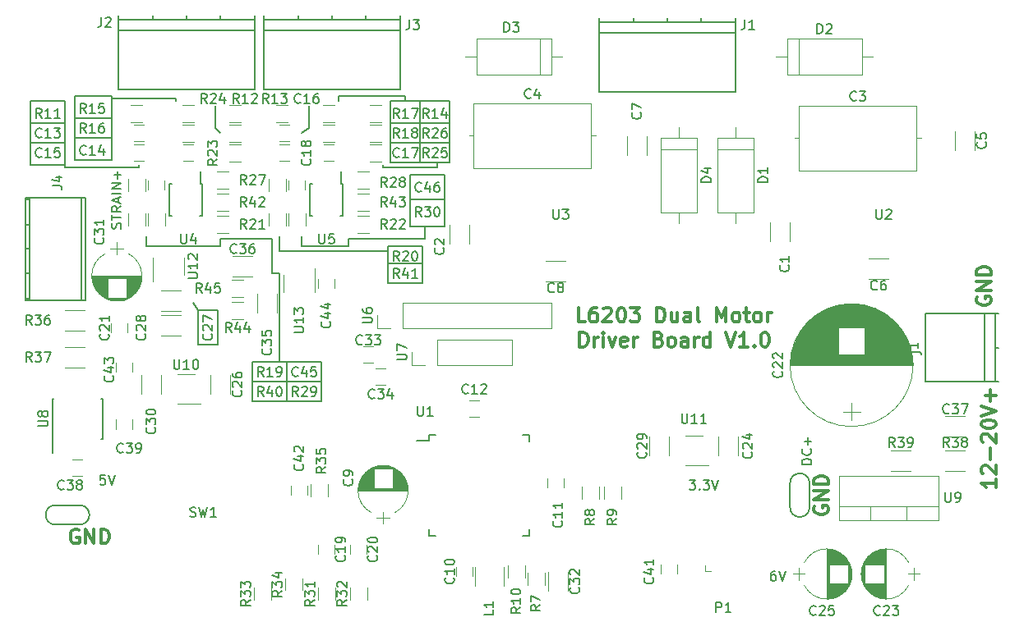
<source format=gbr>
G04 #@! TF.GenerationSoftware,KiCad,Pcbnew,5.0.0-5.0.0*
G04 #@! TF.CreationDate,2018-10-25T16:06:32-04:00*
G04 #@! TF.ProjectId,l6203dualmotordrive,6C363230336475616C6D6F746F726472,rev?*
G04 #@! TF.SameCoordinates,Original*
G04 #@! TF.FileFunction,Legend,Top*
G04 #@! TF.FilePolarity,Positive*
%FSLAX46Y46*%
G04 Gerber Fmt 4.6, Leading zero omitted, Abs format (unit mm)*
G04 Created by KiCad (PCBNEW 5.0.0-5.0.0) date Thu Oct 25 16:06:32 2018*
%MOMM*%
%LPD*%
G01*
G04 APERTURE LIST*
%ADD10C,0.300000*%
%ADD11C,0.200000*%
%ADD12C,0.150000*%
%ADD13C,0.120000*%
G04 APERTURE END LIST*
D10*
X147067142Y-94653571D02*
X146352857Y-94653571D01*
X146352857Y-93153571D01*
X148210000Y-93153571D02*
X147924285Y-93153571D01*
X147781428Y-93225000D01*
X147710000Y-93296428D01*
X147567142Y-93510714D01*
X147495714Y-93796428D01*
X147495714Y-94367857D01*
X147567142Y-94510714D01*
X147638571Y-94582142D01*
X147781428Y-94653571D01*
X148067142Y-94653571D01*
X148210000Y-94582142D01*
X148281428Y-94510714D01*
X148352857Y-94367857D01*
X148352857Y-94010714D01*
X148281428Y-93867857D01*
X148210000Y-93796428D01*
X148067142Y-93725000D01*
X147781428Y-93725000D01*
X147638571Y-93796428D01*
X147567142Y-93867857D01*
X147495714Y-94010714D01*
X148924285Y-93296428D02*
X148995714Y-93225000D01*
X149138571Y-93153571D01*
X149495714Y-93153571D01*
X149638571Y-93225000D01*
X149710000Y-93296428D01*
X149781428Y-93439285D01*
X149781428Y-93582142D01*
X149710000Y-93796428D01*
X148852857Y-94653571D01*
X149781428Y-94653571D01*
X150710000Y-93153571D02*
X150852857Y-93153571D01*
X150995714Y-93225000D01*
X151067142Y-93296428D01*
X151138571Y-93439285D01*
X151210000Y-93725000D01*
X151210000Y-94082142D01*
X151138571Y-94367857D01*
X151067142Y-94510714D01*
X150995714Y-94582142D01*
X150852857Y-94653571D01*
X150710000Y-94653571D01*
X150567142Y-94582142D01*
X150495714Y-94510714D01*
X150424285Y-94367857D01*
X150352857Y-94082142D01*
X150352857Y-93725000D01*
X150424285Y-93439285D01*
X150495714Y-93296428D01*
X150567142Y-93225000D01*
X150710000Y-93153571D01*
X151710000Y-93153571D02*
X152638571Y-93153571D01*
X152138571Y-93725000D01*
X152352857Y-93725000D01*
X152495714Y-93796428D01*
X152567142Y-93867857D01*
X152638571Y-94010714D01*
X152638571Y-94367857D01*
X152567142Y-94510714D01*
X152495714Y-94582142D01*
X152352857Y-94653571D01*
X151924285Y-94653571D01*
X151781428Y-94582142D01*
X151710000Y-94510714D01*
X154424285Y-94653571D02*
X154424285Y-93153571D01*
X154781428Y-93153571D01*
X154995714Y-93225000D01*
X155138571Y-93367857D01*
X155210000Y-93510714D01*
X155281428Y-93796428D01*
X155281428Y-94010714D01*
X155210000Y-94296428D01*
X155138571Y-94439285D01*
X154995714Y-94582142D01*
X154781428Y-94653571D01*
X154424285Y-94653571D01*
X156567142Y-93653571D02*
X156567142Y-94653571D01*
X155924285Y-93653571D02*
X155924285Y-94439285D01*
X155995714Y-94582142D01*
X156138571Y-94653571D01*
X156352857Y-94653571D01*
X156495714Y-94582142D01*
X156567142Y-94510714D01*
X157924285Y-94653571D02*
X157924285Y-93867857D01*
X157852857Y-93725000D01*
X157710000Y-93653571D01*
X157424285Y-93653571D01*
X157281428Y-93725000D01*
X157924285Y-94582142D02*
X157781428Y-94653571D01*
X157424285Y-94653571D01*
X157281428Y-94582142D01*
X157210000Y-94439285D01*
X157210000Y-94296428D01*
X157281428Y-94153571D01*
X157424285Y-94082142D01*
X157781428Y-94082142D01*
X157924285Y-94010714D01*
X158852857Y-94653571D02*
X158710000Y-94582142D01*
X158638571Y-94439285D01*
X158638571Y-93153571D01*
X160567142Y-94653571D02*
X160567142Y-93153571D01*
X161067142Y-94225000D01*
X161567142Y-93153571D01*
X161567142Y-94653571D01*
X162495714Y-94653571D02*
X162352857Y-94582142D01*
X162281428Y-94510714D01*
X162210000Y-94367857D01*
X162210000Y-93939285D01*
X162281428Y-93796428D01*
X162352857Y-93725000D01*
X162495714Y-93653571D01*
X162710000Y-93653571D01*
X162852857Y-93725000D01*
X162924285Y-93796428D01*
X162995714Y-93939285D01*
X162995714Y-94367857D01*
X162924285Y-94510714D01*
X162852857Y-94582142D01*
X162710000Y-94653571D01*
X162495714Y-94653571D01*
X163424285Y-93653571D02*
X163995714Y-93653571D01*
X163638571Y-93153571D02*
X163638571Y-94439285D01*
X163710000Y-94582142D01*
X163852857Y-94653571D01*
X163995714Y-94653571D01*
X164710000Y-94653571D02*
X164567142Y-94582142D01*
X164495714Y-94510714D01*
X164424285Y-94367857D01*
X164424285Y-93939285D01*
X164495714Y-93796428D01*
X164567142Y-93725000D01*
X164710000Y-93653571D01*
X164924285Y-93653571D01*
X165067142Y-93725000D01*
X165138571Y-93796428D01*
X165210000Y-93939285D01*
X165210000Y-94367857D01*
X165138571Y-94510714D01*
X165067142Y-94582142D01*
X164924285Y-94653571D01*
X164710000Y-94653571D01*
X165852857Y-94653571D02*
X165852857Y-93653571D01*
X165852857Y-93939285D02*
X165924285Y-93796428D01*
X165995714Y-93725000D01*
X166138571Y-93653571D01*
X166281428Y-93653571D01*
X146495714Y-97203571D02*
X146495714Y-95703571D01*
X146852857Y-95703571D01*
X147067142Y-95775000D01*
X147210000Y-95917857D01*
X147281428Y-96060714D01*
X147352857Y-96346428D01*
X147352857Y-96560714D01*
X147281428Y-96846428D01*
X147210000Y-96989285D01*
X147067142Y-97132142D01*
X146852857Y-97203571D01*
X146495714Y-97203571D01*
X147995714Y-97203571D02*
X147995714Y-96203571D01*
X147995714Y-96489285D02*
X148067142Y-96346428D01*
X148138571Y-96275000D01*
X148281428Y-96203571D01*
X148424285Y-96203571D01*
X148924285Y-97203571D02*
X148924285Y-96203571D01*
X148924285Y-95703571D02*
X148852857Y-95775000D01*
X148924285Y-95846428D01*
X148995714Y-95775000D01*
X148924285Y-95703571D01*
X148924285Y-95846428D01*
X149495714Y-96203571D02*
X149852857Y-97203571D01*
X150210000Y-96203571D01*
X151352857Y-97132142D02*
X151210000Y-97203571D01*
X150924285Y-97203571D01*
X150781428Y-97132142D01*
X150710000Y-96989285D01*
X150710000Y-96417857D01*
X150781428Y-96275000D01*
X150924285Y-96203571D01*
X151210000Y-96203571D01*
X151352857Y-96275000D01*
X151424285Y-96417857D01*
X151424285Y-96560714D01*
X150710000Y-96703571D01*
X152067142Y-97203571D02*
X152067142Y-96203571D01*
X152067142Y-96489285D02*
X152138571Y-96346428D01*
X152210000Y-96275000D01*
X152352857Y-96203571D01*
X152495714Y-96203571D01*
X154638571Y-96417857D02*
X154852857Y-96489285D01*
X154924285Y-96560714D01*
X154995714Y-96703571D01*
X154995714Y-96917857D01*
X154924285Y-97060714D01*
X154852857Y-97132142D01*
X154710000Y-97203571D01*
X154138571Y-97203571D01*
X154138571Y-95703571D01*
X154638571Y-95703571D01*
X154781428Y-95775000D01*
X154852857Y-95846428D01*
X154924285Y-95989285D01*
X154924285Y-96132142D01*
X154852857Y-96275000D01*
X154781428Y-96346428D01*
X154638571Y-96417857D01*
X154138571Y-96417857D01*
X155852857Y-97203571D02*
X155710000Y-97132142D01*
X155638571Y-97060714D01*
X155567142Y-96917857D01*
X155567142Y-96489285D01*
X155638571Y-96346428D01*
X155710000Y-96275000D01*
X155852857Y-96203571D01*
X156067142Y-96203571D01*
X156210000Y-96275000D01*
X156281428Y-96346428D01*
X156352857Y-96489285D01*
X156352857Y-96917857D01*
X156281428Y-97060714D01*
X156210000Y-97132142D01*
X156067142Y-97203571D01*
X155852857Y-97203571D01*
X157638571Y-97203571D02*
X157638571Y-96417857D01*
X157567142Y-96275000D01*
X157424285Y-96203571D01*
X157138571Y-96203571D01*
X156995714Y-96275000D01*
X157638571Y-97132142D02*
X157495714Y-97203571D01*
X157138571Y-97203571D01*
X156995714Y-97132142D01*
X156924285Y-96989285D01*
X156924285Y-96846428D01*
X156995714Y-96703571D01*
X157138571Y-96632142D01*
X157495714Y-96632142D01*
X157638571Y-96560714D01*
X158352857Y-97203571D02*
X158352857Y-96203571D01*
X158352857Y-96489285D02*
X158424285Y-96346428D01*
X158495714Y-96275000D01*
X158638571Y-96203571D01*
X158781428Y-96203571D01*
X159924285Y-97203571D02*
X159924285Y-95703571D01*
X159924285Y-97132142D02*
X159781428Y-97203571D01*
X159495714Y-97203571D01*
X159352857Y-97132142D01*
X159281428Y-97060714D01*
X159210000Y-96917857D01*
X159210000Y-96489285D01*
X159281428Y-96346428D01*
X159352857Y-96275000D01*
X159495714Y-96203571D01*
X159781428Y-96203571D01*
X159924285Y-96275000D01*
X161567142Y-95703571D02*
X162067142Y-97203571D01*
X162567142Y-95703571D01*
X163852857Y-97203571D02*
X162995714Y-97203571D01*
X163424285Y-97203571D02*
X163424285Y-95703571D01*
X163281428Y-95917857D01*
X163138571Y-96060714D01*
X162995714Y-96132142D01*
X164495714Y-97060714D02*
X164567142Y-97132142D01*
X164495714Y-97203571D01*
X164424285Y-97132142D01*
X164495714Y-97060714D01*
X164495714Y-97203571D01*
X165495714Y-95703571D02*
X165638571Y-95703571D01*
X165781428Y-95775000D01*
X165852857Y-95846428D01*
X165924285Y-95989285D01*
X165995714Y-96275000D01*
X165995714Y-96632142D01*
X165924285Y-96917857D01*
X165852857Y-97060714D01*
X165781428Y-97132142D01*
X165638571Y-97203571D01*
X165495714Y-97203571D01*
X165352857Y-97132142D01*
X165281428Y-97060714D01*
X165210000Y-96917857D01*
X165138571Y-96632142D01*
X165138571Y-96275000D01*
X165210000Y-95989285D01*
X165281428Y-95846428D01*
X165352857Y-95775000D01*
X165495714Y-95703571D01*
X170700000Y-113664857D02*
X170628571Y-113807714D01*
X170628571Y-114022000D01*
X170700000Y-114236285D01*
X170842857Y-114379142D01*
X170985714Y-114450571D01*
X171271428Y-114522000D01*
X171485714Y-114522000D01*
X171771428Y-114450571D01*
X171914285Y-114379142D01*
X172057142Y-114236285D01*
X172128571Y-114022000D01*
X172128571Y-113879142D01*
X172057142Y-113664857D01*
X171985714Y-113593428D01*
X171485714Y-113593428D01*
X171485714Y-113879142D01*
X172128571Y-112950571D02*
X170628571Y-112950571D01*
X172128571Y-112093428D01*
X170628571Y-112093428D01*
X172128571Y-111379142D02*
X170628571Y-111379142D01*
X170628571Y-111022000D01*
X170700000Y-110807714D01*
X170842857Y-110664857D01*
X170985714Y-110593428D01*
X171271428Y-110522000D01*
X171485714Y-110522000D01*
X171771428Y-110593428D01*
X171914285Y-110664857D01*
X172057142Y-110807714D01*
X172128571Y-111022000D01*
X172128571Y-111379142D01*
X94869142Y-116090000D02*
X94726285Y-116018571D01*
X94512000Y-116018571D01*
X94297714Y-116090000D01*
X94154857Y-116232857D01*
X94083428Y-116375714D01*
X94012000Y-116661428D01*
X94012000Y-116875714D01*
X94083428Y-117161428D01*
X94154857Y-117304285D01*
X94297714Y-117447142D01*
X94512000Y-117518571D01*
X94654857Y-117518571D01*
X94869142Y-117447142D01*
X94940571Y-117375714D01*
X94940571Y-116875714D01*
X94654857Y-116875714D01*
X95583428Y-117518571D02*
X95583428Y-116018571D01*
X96440571Y-117518571D01*
X96440571Y-116018571D01*
X97154857Y-117518571D02*
X97154857Y-116018571D01*
X97512000Y-116018571D01*
X97726285Y-116090000D01*
X97869142Y-116232857D01*
X97940571Y-116375714D01*
X98012000Y-116661428D01*
X98012000Y-116875714D01*
X97940571Y-117161428D01*
X97869142Y-117304285D01*
X97726285Y-117447142D01*
X97512000Y-117518571D01*
X97154857Y-117518571D01*
X187464000Y-92074857D02*
X187392571Y-92217714D01*
X187392571Y-92432000D01*
X187464000Y-92646285D01*
X187606857Y-92789142D01*
X187749714Y-92860571D01*
X188035428Y-92932000D01*
X188249714Y-92932000D01*
X188535428Y-92860571D01*
X188678285Y-92789142D01*
X188821142Y-92646285D01*
X188892571Y-92432000D01*
X188892571Y-92289142D01*
X188821142Y-92074857D01*
X188749714Y-92003428D01*
X188249714Y-92003428D01*
X188249714Y-92289142D01*
X188892571Y-91360571D02*
X187392571Y-91360571D01*
X188892571Y-90503428D01*
X187392571Y-90503428D01*
X188892571Y-89789142D02*
X187392571Y-89789142D01*
X187392571Y-89432000D01*
X187464000Y-89217714D01*
X187606857Y-89074857D01*
X187749714Y-89003428D01*
X188035428Y-88932000D01*
X188249714Y-88932000D01*
X188535428Y-89003428D01*
X188678285Y-89074857D01*
X188821142Y-89217714D01*
X188892571Y-89432000D01*
X188892571Y-89789142D01*
X189400571Y-110894285D02*
X189400571Y-111751428D01*
X189400571Y-111322857D02*
X187900571Y-111322857D01*
X188114857Y-111465714D01*
X188257714Y-111608571D01*
X188329142Y-111751428D01*
X188043428Y-110322857D02*
X187972000Y-110251428D01*
X187900571Y-110108571D01*
X187900571Y-109751428D01*
X187972000Y-109608571D01*
X188043428Y-109537142D01*
X188186285Y-109465714D01*
X188329142Y-109465714D01*
X188543428Y-109537142D01*
X189400571Y-110394285D01*
X189400571Y-109465714D01*
X188829142Y-108822857D02*
X188829142Y-107680000D01*
X188043428Y-107037142D02*
X187972000Y-106965714D01*
X187900571Y-106822857D01*
X187900571Y-106465714D01*
X187972000Y-106322857D01*
X188043428Y-106251428D01*
X188186285Y-106180000D01*
X188329142Y-106180000D01*
X188543428Y-106251428D01*
X189400571Y-107108571D01*
X189400571Y-106180000D01*
X187900571Y-105251428D02*
X187900571Y-105108571D01*
X187972000Y-104965714D01*
X188043428Y-104894285D01*
X188186285Y-104822857D01*
X188472000Y-104751428D01*
X188829142Y-104751428D01*
X189114857Y-104822857D01*
X189257714Y-104894285D01*
X189329142Y-104965714D01*
X189400571Y-105108571D01*
X189400571Y-105251428D01*
X189329142Y-105394285D01*
X189257714Y-105465714D01*
X189114857Y-105537142D01*
X188829142Y-105608571D01*
X188472000Y-105608571D01*
X188186285Y-105537142D01*
X188043428Y-105465714D01*
X187972000Y-105394285D01*
X187900571Y-105251428D01*
X187900571Y-104322857D02*
X189400571Y-103822857D01*
X187900571Y-103322857D01*
X188829142Y-102822857D02*
X188829142Y-101680000D01*
X189400571Y-102251428D02*
X188257714Y-102251428D01*
D11*
X115570000Y-89662000D02*
X115570000Y-98806000D01*
X114808000Y-89662000D02*
X115570000Y-89662000D01*
X114808000Y-86106000D02*
X114808000Y-89662000D01*
X109474000Y-86106000D02*
X114808000Y-86106000D01*
X109474000Y-86868000D02*
X109474000Y-86106000D01*
X101854000Y-86868000D02*
X109474000Y-86868000D01*
X101854000Y-85852000D02*
X101854000Y-86868000D01*
X116332000Y-98806000D02*
X116332000Y-102870000D01*
X112776000Y-100838000D02*
X119888000Y-100838000D01*
X112776000Y-102870000D02*
X112776000Y-98806000D01*
X119888000Y-102870000D02*
X112776000Y-102870000D01*
X119888000Y-98806000D02*
X119888000Y-102870000D01*
X112776000Y-98806000D02*
X119888000Y-98806000D01*
X115570000Y-87376000D02*
X126746000Y-87376000D01*
X115570000Y-85852000D02*
X115570000Y-87376000D01*
X126746000Y-88646000D02*
X130302000Y-88646000D01*
X126746000Y-90678000D02*
X126746000Y-86868000D01*
X130302000Y-90678000D02*
X126746000Y-90678000D01*
X130302000Y-86868000D02*
X130302000Y-90678000D01*
X126746000Y-86868000D02*
X130302000Y-86868000D01*
X130556000Y-86106000D02*
X130556000Y-84836000D01*
X122682000Y-86106000D02*
X130556000Y-86106000D01*
X122682000Y-86868000D02*
X122682000Y-86106000D01*
X117856000Y-86868000D02*
X122682000Y-86868000D01*
X117856000Y-85852000D02*
X117856000Y-86868000D01*
X129032000Y-82042000D02*
X132588000Y-82042000D01*
X129032000Y-79502000D02*
X129032000Y-80010000D01*
X132588000Y-79502000D02*
X129032000Y-79502000D01*
X132588000Y-84836000D02*
X132588000Y-79502000D01*
X129032000Y-84836000D02*
X132588000Y-84836000D01*
X129032000Y-79756000D02*
X129032000Y-84836000D01*
X118618000Y-74676000D02*
X118618000Y-72390000D01*
X117856000Y-75184000D02*
X118618000Y-74676000D01*
X108966000Y-74676000D02*
X108966000Y-72390000D01*
X109474000Y-75184000D02*
X108966000Y-74676000D01*
X128524000Y-71374000D02*
X128524000Y-71882000D01*
X121666000Y-71374000D02*
X128524000Y-71374000D01*
X121666000Y-71882000D02*
X121666000Y-71374000D01*
X131826000Y-78740000D02*
X131826000Y-78232000D01*
X126238000Y-78740000D02*
X131826000Y-78740000D01*
X126238000Y-78486000D02*
X126238000Y-78740000D01*
X133096000Y-76200000D02*
X127000000Y-76200000D01*
X133096000Y-74168000D02*
X127000000Y-74168000D01*
X130048000Y-78232000D02*
X130048000Y-71882000D01*
X127000000Y-71882000D02*
X127000000Y-72390000D01*
X133096000Y-71882000D02*
X127000000Y-71882000D01*
X133096000Y-78232000D02*
X133096000Y-71882000D01*
X127000000Y-78232000D02*
X133096000Y-78232000D01*
X127000000Y-72136000D02*
X127000000Y-78232000D01*
X104902000Y-71628000D02*
X98298000Y-71628000D01*
X104902000Y-71882000D02*
X104902000Y-71628000D01*
X93472000Y-78740000D02*
X93472000Y-78486000D01*
X101092000Y-78740000D02*
X93472000Y-78740000D01*
X101092000Y-78486000D02*
X101092000Y-78740000D01*
X98298000Y-75692000D02*
X94488000Y-75692000D01*
X94488000Y-73660000D02*
X98298000Y-73660000D01*
X94488000Y-71374000D02*
X94488000Y-71882000D01*
X98298000Y-71374000D02*
X94488000Y-71374000D01*
X98298000Y-77978000D02*
X98298000Y-71374000D01*
X94488000Y-77978000D02*
X98298000Y-77978000D01*
X94488000Y-71628000D02*
X94488000Y-77978000D01*
X93472000Y-74168000D02*
X89916000Y-74168000D01*
X89916000Y-76200000D02*
X93472000Y-76200000D01*
X93218000Y-76200000D02*
X89916000Y-76200000D01*
X89916000Y-78486000D02*
X89916000Y-77470000D01*
X93472000Y-78486000D02*
X89916000Y-78486000D01*
X93472000Y-71882000D02*
X93472000Y-78486000D01*
X89916000Y-71882000D02*
X93472000Y-71882000D01*
X89916000Y-78232000D02*
X89916000Y-71882000D01*
X107188000Y-93472000D02*
X106680000Y-92710000D01*
X109220000Y-93472000D02*
X107188000Y-93472000D01*
X109220000Y-97028000D02*
X109220000Y-93472000D01*
X107188000Y-97028000D02*
X109220000Y-97028000D01*
X107188000Y-93472000D02*
X107188000Y-97028000D01*
D12*
G04 #@! TO.C,U1*
X130969000Y-106906000D02*
X129694000Y-106906000D01*
X141319000Y-106331000D02*
X140644000Y-106331000D01*
X141319000Y-116681000D02*
X140644000Y-116681000D01*
X130969000Y-116681000D02*
X131644000Y-116681000D01*
X130969000Y-106331000D02*
X131644000Y-106331000D01*
X130969000Y-116681000D02*
X130969000Y-116006000D01*
X141319000Y-116681000D02*
X141319000Y-116006000D01*
X141319000Y-106331000D02*
X141319000Y-107006000D01*
X130969000Y-106331000D02*
X130969000Y-106906000D01*
D13*
G04 #@! TO.C,C39*
X100418000Y-105672000D02*
X100418000Y-104672000D01*
X98718000Y-104672000D02*
X98718000Y-105672000D01*
G04 #@! TO.C,C1*
X166112000Y-84344000D02*
X166112000Y-86344000D01*
X168152000Y-86344000D02*
X168152000Y-84344000D01*
G04 #@! TO.C,C2*
X135132000Y-86598000D02*
X135132000Y-84598000D01*
X133092000Y-84598000D02*
X133092000Y-86598000D01*
G04 #@! TO.C,C3*
X169080000Y-72382000D02*
X169080000Y-79002000D01*
X169080000Y-79002000D02*
X181200000Y-79002000D01*
X181200000Y-79002000D02*
X181200000Y-72382000D01*
X181200000Y-72382000D02*
X169080000Y-72382000D01*
X168620000Y-75692000D02*
X169080000Y-75692000D01*
X181660000Y-75692000D02*
X181200000Y-75692000D01*
G04 #@! TO.C,C4*
X148132000Y-75438000D02*
X147672000Y-75438000D01*
X135092000Y-75438000D02*
X135552000Y-75438000D01*
X147672000Y-72128000D02*
X135552000Y-72128000D01*
X147672000Y-78748000D02*
X147672000Y-72128000D01*
X135552000Y-78748000D02*
X147672000Y-78748000D01*
X135552000Y-72128000D02*
X135552000Y-78748000D01*
G04 #@! TO.C,C5*
X185162000Y-74946000D02*
X185162000Y-76946000D01*
X187202000Y-76946000D02*
X187202000Y-74946000D01*
G04 #@! TO.C,C6*
X176292000Y-90174000D02*
X178292000Y-90174000D01*
X178292000Y-88134000D02*
X176292000Y-88134000D01*
G04 #@! TO.C,C7*
X151380000Y-75454000D02*
X151380000Y-77454000D01*
X153420000Y-77454000D02*
X153420000Y-75454000D01*
G04 #@! TO.C,C8*
X143018000Y-90428000D02*
X145018000Y-90428000D01*
X145018000Y-88388000D02*
X143018000Y-88388000D01*
G04 #@! TO.C,C9*
X125588000Y-114884000D02*
X126888000Y-114884000D01*
X126238000Y-115484000D02*
X126238000Y-114284000D01*
X125884000Y-109473000D02*
X126592000Y-109473000D01*
X125679000Y-109513000D02*
X126797000Y-109513000D01*
X125531000Y-109553000D02*
X126945000Y-109553000D01*
X125409000Y-109593000D02*
X127067000Y-109593000D01*
X125304000Y-109633000D02*
X127172000Y-109633000D01*
X125210000Y-109673000D02*
X127266000Y-109673000D01*
X125126000Y-109713000D02*
X127350000Y-109713000D01*
X125049000Y-109753000D02*
X127427000Y-109753000D01*
X124977000Y-109793000D02*
X127499000Y-109793000D01*
X127218000Y-109833000D02*
X127565000Y-109833000D01*
X124911000Y-109833000D02*
X125258000Y-109833000D01*
X127218000Y-109873000D02*
X127628000Y-109873000D01*
X124848000Y-109873000D02*
X125258000Y-109873000D01*
X127218000Y-109913000D02*
X127686000Y-109913000D01*
X124790000Y-109913000D02*
X125258000Y-109913000D01*
X127218000Y-109953000D02*
X127742000Y-109953000D01*
X124734000Y-109953000D02*
X125258000Y-109953000D01*
X127218000Y-109993000D02*
X127794000Y-109993000D01*
X124682000Y-109993000D02*
X125258000Y-109993000D01*
X127218000Y-110033000D02*
X127844000Y-110033000D01*
X124632000Y-110033000D02*
X125258000Y-110033000D01*
X127218000Y-110073000D02*
X127892000Y-110073000D01*
X124584000Y-110073000D02*
X125258000Y-110073000D01*
X127218000Y-110113000D02*
X127937000Y-110113000D01*
X124539000Y-110113000D02*
X125258000Y-110113000D01*
X127218000Y-110153000D02*
X127980000Y-110153000D01*
X124496000Y-110153000D02*
X125258000Y-110153000D01*
X127218000Y-110193000D02*
X128021000Y-110193000D01*
X124455000Y-110193000D02*
X125258000Y-110193000D01*
X127218000Y-110233000D02*
X128061000Y-110233000D01*
X124415000Y-110233000D02*
X125258000Y-110233000D01*
X127218000Y-110273000D02*
X128099000Y-110273000D01*
X124377000Y-110273000D02*
X125258000Y-110273000D01*
X127218000Y-110313000D02*
X128135000Y-110313000D01*
X124341000Y-110313000D02*
X125258000Y-110313000D01*
X127218000Y-110353000D02*
X128170000Y-110353000D01*
X124306000Y-110353000D02*
X125258000Y-110353000D01*
X127218000Y-110393000D02*
X128203000Y-110393000D01*
X124273000Y-110393000D02*
X125258000Y-110393000D01*
X127218000Y-110433000D02*
X128235000Y-110433000D01*
X124241000Y-110433000D02*
X125258000Y-110433000D01*
X127218000Y-110473000D02*
X128266000Y-110473000D01*
X124210000Y-110473000D02*
X125258000Y-110473000D01*
X127218000Y-110513000D02*
X128296000Y-110513000D01*
X124180000Y-110513000D02*
X125258000Y-110513000D01*
X127218000Y-110553000D02*
X128324000Y-110553000D01*
X124152000Y-110553000D02*
X125258000Y-110553000D01*
X127218000Y-110593000D02*
X128351000Y-110593000D01*
X124125000Y-110593000D02*
X125258000Y-110593000D01*
X127218000Y-110633000D02*
X128378000Y-110633000D01*
X124098000Y-110633000D02*
X125258000Y-110633000D01*
X127218000Y-110673000D02*
X128403000Y-110673000D01*
X124073000Y-110673000D02*
X125258000Y-110673000D01*
X127218000Y-110713000D02*
X128427000Y-110713000D01*
X124049000Y-110713000D02*
X125258000Y-110713000D01*
X127218000Y-110753000D02*
X128450000Y-110753000D01*
X124026000Y-110753000D02*
X125258000Y-110753000D01*
X127218000Y-110793000D02*
X128472000Y-110793000D01*
X124004000Y-110793000D02*
X125258000Y-110793000D01*
X127218000Y-110833000D02*
X128494000Y-110833000D01*
X123982000Y-110833000D02*
X125258000Y-110833000D01*
X127218000Y-110873000D02*
X128514000Y-110873000D01*
X123962000Y-110873000D02*
X125258000Y-110873000D01*
X127218000Y-110913000D02*
X128534000Y-110913000D01*
X123942000Y-110913000D02*
X125258000Y-110913000D01*
X127218000Y-110953000D02*
X128553000Y-110953000D01*
X123923000Y-110953000D02*
X125258000Y-110953000D01*
X127218000Y-110993000D02*
X128571000Y-110993000D01*
X123905000Y-110993000D02*
X125258000Y-110993000D01*
X127218000Y-111033000D02*
X128588000Y-111033000D01*
X123888000Y-111033000D02*
X125258000Y-111033000D01*
X127218000Y-111073000D02*
X128604000Y-111073000D01*
X123872000Y-111073000D02*
X125258000Y-111073000D01*
X127218000Y-111113000D02*
X128620000Y-111113000D01*
X123856000Y-111113000D02*
X125258000Y-111113000D01*
X127218000Y-111153000D02*
X128634000Y-111153000D01*
X123842000Y-111153000D02*
X125258000Y-111153000D01*
X127218000Y-111193000D02*
X128648000Y-111193000D01*
X123828000Y-111193000D02*
X125258000Y-111193000D01*
X127218000Y-111233000D02*
X128662000Y-111233000D01*
X123814000Y-111233000D02*
X125258000Y-111233000D01*
X127218000Y-111273000D02*
X128674000Y-111273000D01*
X123802000Y-111273000D02*
X125258000Y-111273000D01*
X127218000Y-111313000D02*
X128686000Y-111313000D01*
X123790000Y-111313000D02*
X125258000Y-111313000D01*
X127218000Y-111354000D02*
X128698000Y-111354000D01*
X123778000Y-111354000D02*
X125258000Y-111354000D01*
X127218000Y-111394000D02*
X128708000Y-111394000D01*
X123768000Y-111394000D02*
X125258000Y-111394000D01*
X127218000Y-111434000D02*
X128718000Y-111434000D01*
X123758000Y-111434000D02*
X125258000Y-111434000D01*
X127218000Y-111474000D02*
X128727000Y-111474000D01*
X123749000Y-111474000D02*
X125258000Y-111474000D01*
X127218000Y-111514000D02*
X128736000Y-111514000D01*
X123740000Y-111514000D02*
X125258000Y-111514000D01*
X127218000Y-111554000D02*
X128744000Y-111554000D01*
X123732000Y-111554000D02*
X125258000Y-111554000D01*
X127218000Y-111594000D02*
X128751000Y-111594000D01*
X123725000Y-111594000D02*
X125258000Y-111594000D01*
X127218000Y-111634000D02*
X128757000Y-111634000D01*
X123719000Y-111634000D02*
X125258000Y-111634000D01*
X127218000Y-111674000D02*
X128763000Y-111674000D01*
X123713000Y-111674000D02*
X125258000Y-111674000D01*
X127218000Y-111714000D02*
X128769000Y-111714000D01*
X123707000Y-111714000D02*
X125258000Y-111714000D01*
X127218000Y-111754000D02*
X128773000Y-111754000D01*
X123703000Y-111754000D02*
X125258000Y-111754000D01*
X123699000Y-111794000D02*
X128777000Y-111794000D01*
X123695000Y-111834000D02*
X128781000Y-111834000D01*
X123692000Y-111874000D02*
X128784000Y-111874000D01*
X123690000Y-111914000D02*
X128786000Y-111914000D01*
X123689000Y-111954000D02*
X128787000Y-111954000D01*
X123688000Y-111994000D02*
X128788000Y-111994000D01*
X123688000Y-112034000D02*
X128788000Y-112034000D01*
X127417723Y-109728278D02*
G75*
G03X125058000Y-109728420I-1179723J-2305722D01*
G01*
X127417723Y-109728278D02*
G75*
G02X127418000Y-114339580I-1179723J-2305722D01*
G01*
X125058277Y-109728278D02*
G75*
G03X125058000Y-114339580I1179723J-2305722D01*
G01*
G04 #@! TO.C,C11*
X143168000Y-110752000D02*
X143168000Y-111752000D01*
X144868000Y-111752000D02*
X144868000Y-110752000D01*
G04 #@! TO.C,C12*
X135136000Y-104482000D02*
X136136000Y-104482000D01*
X136136000Y-102782000D02*
X135136000Y-102782000D01*
G04 #@! TO.C,C13*
X100592000Y-76034000D02*
X101592000Y-76034000D01*
X101592000Y-74334000D02*
X100592000Y-74334000D01*
G04 #@! TO.C,C14*
X105672000Y-78066000D02*
X106672000Y-78066000D01*
X106672000Y-76366000D02*
X105672000Y-76366000D01*
G04 #@! TO.C,C15*
X101592000Y-76366000D02*
X100592000Y-76366000D01*
X100592000Y-78066000D02*
X101592000Y-78066000D01*
G04 #@! TO.C,C16*
X116578000Y-74334000D02*
X115578000Y-74334000D01*
X115578000Y-76034000D02*
X116578000Y-76034000D01*
G04 #@! TO.C,C17*
X121150000Y-76366000D02*
X120150000Y-76366000D01*
X120150000Y-78066000D02*
X121150000Y-78066000D01*
G04 #@! TO.C,C18*
X116578000Y-76366000D02*
X115578000Y-76366000D01*
X115578000Y-78066000D02*
X116578000Y-78066000D01*
G04 #@! TO.C,C19*
X119546000Y-117610000D02*
X119546000Y-118610000D01*
X121246000Y-118610000D02*
X121246000Y-117610000D01*
G04 #@! TO.C,C20*
X124548000Y-118610000D02*
X124548000Y-117610000D01*
X122848000Y-117610000D02*
X122848000Y-118610000D01*
G04 #@! TO.C,C21*
X99910000Y-95750000D02*
X99910000Y-94750000D01*
X98210000Y-94750000D02*
X98210000Y-95750000D01*
G04 #@! TO.C,C22*
X173598000Y-103900000D02*
X175398000Y-103900000D01*
X174498000Y-104800000D02*
X174498000Y-103000000D01*
X174034000Y-92779000D02*
X174962000Y-92779000D01*
X173667000Y-92819000D02*
X175329000Y-92819000D01*
X173416000Y-92859000D02*
X175580000Y-92859000D01*
X173213000Y-92899000D02*
X175783000Y-92899000D01*
X173038000Y-92939000D02*
X175958000Y-92939000D01*
X172882000Y-92979000D02*
X176114000Y-92979000D01*
X172741000Y-93019000D02*
X176255000Y-93019000D01*
X172610000Y-93059000D02*
X176386000Y-93059000D01*
X172489000Y-93099000D02*
X176507000Y-93099000D01*
X172376000Y-93139000D02*
X176620000Y-93139000D01*
X172268000Y-93179000D02*
X176728000Y-93179000D01*
X172167000Y-93219000D02*
X176829000Y-93219000D01*
X172070000Y-93259000D02*
X176926000Y-93259000D01*
X171977000Y-93299000D02*
X177019000Y-93299000D01*
X171888000Y-93339000D02*
X177108000Y-93339000D01*
X171803000Y-93379000D02*
X177193000Y-93379000D01*
X171721000Y-93419000D02*
X177275000Y-93419000D01*
X171642000Y-93459000D02*
X177354000Y-93459000D01*
X171565000Y-93499000D02*
X177431000Y-93499000D01*
X171491000Y-93539000D02*
X177505000Y-93539000D01*
X171419000Y-93579000D02*
X177577000Y-93579000D01*
X171349000Y-93619000D02*
X177647000Y-93619000D01*
X171281000Y-93659000D02*
X177715000Y-93659000D01*
X171216000Y-93699000D02*
X177780000Y-93699000D01*
X171151000Y-93739000D02*
X177845000Y-93739000D01*
X171089000Y-93779000D02*
X177907000Y-93779000D01*
X171028000Y-93819000D02*
X177968000Y-93819000D01*
X170968000Y-93859000D02*
X178028000Y-93859000D01*
X170910000Y-93899000D02*
X178086000Y-93899000D01*
X170854000Y-93939000D02*
X178142000Y-93939000D01*
X170798000Y-93979000D02*
X178198000Y-93979000D01*
X170744000Y-94019000D02*
X178252000Y-94019000D01*
X170691000Y-94059000D02*
X178305000Y-94059000D01*
X170639000Y-94099000D02*
X178357000Y-94099000D01*
X170589000Y-94139000D02*
X178407000Y-94139000D01*
X170539000Y-94179000D02*
X178457000Y-94179000D01*
X170490000Y-94219000D02*
X178506000Y-94219000D01*
X170442000Y-94259000D02*
X178554000Y-94259000D01*
X170396000Y-94299000D02*
X178600000Y-94299000D01*
X170350000Y-94339000D02*
X178646000Y-94339000D01*
X170305000Y-94379000D02*
X178691000Y-94379000D01*
X170260000Y-94419000D02*
X178736000Y-94419000D01*
X170217000Y-94459000D02*
X178779000Y-94459000D01*
X170175000Y-94499000D02*
X178821000Y-94499000D01*
X170133000Y-94539000D02*
X178863000Y-94539000D01*
X170092000Y-94579000D02*
X178904000Y-94579000D01*
X170051000Y-94619000D02*
X178945000Y-94619000D01*
X170012000Y-94659000D02*
X178984000Y-94659000D01*
X169973000Y-94699000D02*
X179023000Y-94699000D01*
X169935000Y-94739000D02*
X179061000Y-94739000D01*
X169897000Y-94779000D02*
X179099000Y-94779000D01*
X169860000Y-94819000D02*
X179136000Y-94819000D01*
X169824000Y-94859000D02*
X179172000Y-94859000D01*
X169788000Y-94899000D02*
X179208000Y-94899000D01*
X169753000Y-94939000D02*
X179243000Y-94939000D01*
X169719000Y-94979000D02*
X179277000Y-94979000D01*
X169685000Y-95019000D02*
X179311000Y-95019000D01*
X169651000Y-95059000D02*
X179345000Y-95059000D01*
X169619000Y-95099000D02*
X179377000Y-95099000D01*
X169586000Y-95139000D02*
X179410000Y-95139000D01*
X169555000Y-95179000D02*
X179441000Y-95179000D01*
X169523000Y-95219000D02*
X179473000Y-95219000D01*
X175878000Y-95259000D02*
X179503000Y-95259000D01*
X169493000Y-95259000D02*
X173118000Y-95259000D01*
X175878000Y-95299000D02*
X179533000Y-95299000D01*
X169463000Y-95299000D02*
X173118000Y-95299000D01*
X175878000Y-95339000D02*
X179563000Y-95339000D01*
X169433000Y-95339000D02*
X173118000Y-95339000D01*
X175878000Y-95379000D02*
X179592000Y-95379000D01*
X169404000Y-95379000D02*
X173118000Y-95379000D01*
X175878000Y-95419000D02*
X179621000Y-95419000D01*
X169375000Y-95419000D02*
X173118000Y-95419000D01*
X175878000Y-95459000D02*
X179649000Y-95459000D01*
X169347000Y-95459000D02*
X173118000Y-95459000D01*
X175878000Y-95499000D02*
X179677000Y-95499000D01*
X169319000Y-95499000D02*
X173118000Y-95499000D01*
X175878000Y-95539000D02*
X179705000Y-95539000D01*
X169291000Y-95539000D02*
X173118000Y-95539000D01*
X175878000Y-95579000D02*
X179732000Y-95579000D01*
X169264000Y-95579000D02*
X173118000Y-95579000D01*
X175878000Y-95619000D02*
X179758000Y-95619000D01*
X169238000Y-95619000D02*
X173118000Y-95619000D01*
X175878000Y-95659000D02*
X179784000Y-95659000D01*
X169212000Y-95659000D02*
X173118000Y-95659000D01*
X175878000Y-95699000D02*
X179810000Y-95699000D01*
X169186000Y-95699000D02*
X173118000Y-95699000D01*
X175878000Y-95739000D02*
X179835000Y-95739000D01*
X169161000Y-95739000D02*
X173118000Y-95739000D01*
X175878000Y-95779000D02*
X179860000Y-95779000D01*
X169136000Y-95779000D02*
X173118000Y-95779000D01*
X175878000Y-95819000D02*
X179884000Y-95819000D01*
X169112000Y-95819000D02*
X173118000Y-95819000D01*
X175878000Y-95859000D02*
X179908000Y-95859000D01*
X169088000Y-95859000D02*
X173118000Y-95859000D01*
X175878000Y-95899000D02*
X179932000Y-95899000D01*
X169064000Y-95899000D02*
X173118000Y-95899000D01*
X175878000Y-95939000D02*
X179955000Y-95939000D01*
X169041000Y-95939000D02*
X173118000Y-95939000D01*
X175878000Y-95979000D02*
X179978000Y-95979000D01*
X169018000Y-95979000D02*
X173118000Y-95979000D01*
X175878000Y-96019000D02*
X180000000Y-96019000D01*
X168996000Y-96019000D02*
X173118000Y-96019000D01*
X175878000Y-96059000D02*
X180022000Y-96059000D01*
X168974000Y-96059000D02*
X173118000Y-96059000D01*
X175878000Y-96099000D02*
X180044000Y-96099000D01*
X168952000Y-96099000D02*
X173118000Y-96099000D01*
X175878000Y-96139000D02*
X180065000Y-96139000D01*
X168931000Y-96139000D02*
X173118000Y-96139000D01*
X175878000Y-96179000D02*
X180086000Y-96179000D01*
X168910000Y-96179000D02*
X173118000Y-96179000D01*
X175878000Y-96219000D02*
X180107000Y-96219000D01*
X168889000Y-96219000D02*
X173118000Y-96219000D01*
X175878000Y-96259000D02*
X180127000Y-96259000D01*
X168869000Y-96259000D02*
X173118000Y-96259000D01*
X175878000Y-96299000D02*
X180147000Y-96299000D01*
X168849000Y-96299000D02*
X173118000Y-96299000D01*
X175878000Y-96339000D02*
X180166000Y-96339000D01*
X168830000Y-96339000D02*
X173118000Y-96339000D01*
X175878000Y-96379000D02*
X180185000Y-96379000D01*
X168811000Y-96379000D02*
X173118000Y-96379000D01*
X175878000Y-96419000D02*
X180204000Y-96419000D01*
X168792000Y-96419000D02*
X173118000Y-96419000D01*
X175878000Y-96459000D02*
X180223000Y-96459000D01*
X168773000Y-96459000D02*
X173118000Y-96459000D01*
X175878000Y-96499000D02*
X180241000Y-96499000D01*
X168755000Y-96499000D02*
X173118000Y-96499000D01*
X175878000Y-96539000D02*
X180259000Y-96539000D01*
X168737000Y-96539000D02*
X173118000Y-96539000D01*
X175878000Y-96579000D02*
X180276000Y-96579000D01*
X168720000Y-96579000D02*
X173118000Y-96579000D01*
X175878000Y-96619000D02*
X180293000Y-96619000D01*
X168703000Y-96619000D02*
X173118000Y-96619000D01*
X175878000Y-96659000D02*
X180310000Y-96659000D01*
X168686000Y-96659000D02*
X173118000Y-96659000D01*
X175878000Y-96699000D02*
X180327000Y-96699000D01*
X168669000Y-96699000D02*
X173118000Y-96699000D01*
X175878000Y-96739000D02*
X180343000Y-96739000D01*
X168653000Y-96739000D02*
X173118000Y-96739000D01*
X175878000Y-96779000D02*
X180359000Y-96779000D01*
X168637000Y-96779000D02*
X173118000Y-96779000D01*
X175878000Y-96819000D02*
X180374000Y-96819000D01*
X168622000Y-96819000D02*
X173118000Y-96819000D01*
X175878000Y-96859000D02*
X180390000Y-96859000D01*
X168606000Y-96859000D02*
X173118000Y-96859000D01*
X175878000Y-96899000D02*
X180405000Y-96899000D01*
X168591000Y-96899000D02*
X173118000Y-96899000D01*
X175878000Y-96939000D02*
X180419000Y-96939000D01*
X168577000Y-96939000D02*
X173118000Y-96939000D01*
X175878000Y-96979000D02*
X180434000Y-96979000D01*
X168562000Y-96979000D02*
X173118000Y-96979000D01*
X175878000Y-97019000D02*
X180448000Y-97019000D01*
X168548000Y-97019000D02*
X173118000Y-97019000D01*
X175878000Y-97059000D02*
X180461000Y-97059000D01*
X168535000Y-97059000D02*
X173118000Y-97059000D01*
X175878000Y-97099000D02*
X180475000Y-97099000D01*
X168521000Y-97099000D02*
X173118000Y-97099000D01*
X175878000Y-97139000D02*
X180488000Y-97139000D01*
X168508000Y-97139000D02*
X173118000Y-97139000D01*
X175878000Y-97179000D02*
X180501000Y-97179000D01*
X168495000Y-97179000D02*
X173118000Y-97179000D01*
X175878000Y-97219000D02*
X180513000Y-97219000D01*
X168483000Y-97219000D02*
X173118000Y-97219000D01*
X175878000Y-97259000D02*
X180526000Y-97259000D01*
X168470000Y-97259000D02*
X173118000Y-97259000D01*
X175878000Y-97299000D02*
X180538000Y-97299000D01*
X168458000Y-97299000D02*
X173118000Y-97299000D01*
X175878000Y-97339000D02*
X180549000Y-97339000D01*
X168447000Y-97339000D02*
X173118000Y-97339000D01*
X175878000Y-97379000D02*
X180561000Y-97379000D01*
X168435000Y-97379000D02*
X173118000Y-97379000D01*
X175878000Y-97419000D02*
X180572000Y-97419000D01*
X168424000Y-97419000D02*
X173118000Y-97419000D01*
X175878000Y-97459000D02*
X180583000Y-97459000D01*
X168413000Y-97459000D02*
X173118000Y-97459000D01*
X175878000Y-97499000D02*
X180593000Y-97499000D01*
X168403000Y-97499000D02*
X173118000Y-97499000D01*
X175878000Y-97539000D02*
X180604000Y-97539000D01*
X168392000Y-97539000D02*
X173118000Y-97539000D01*
X175878000Y-97579000D02*
X180614000Y-97579000D01*
X168382000Y-97579000D02*
X173118000Y-97579000D01*
X175878000Y-97619000D02*
X180623000Y-97619000D01*
X168373000Y-97619000D02*
X173118000Y-97619000D01*
X175878000Y-97659000D02*
X180633000Y-97659000D01*
X168363000Y-97659000D02*
X173118000Y-97659000D01*
X175878000Y-97699000D02*
X180642000Y-97699000D01*
X168354000Y-97699000D02*
X173118000Y-97699000D01*
X175878000Y-97739000D02*
X180651000Y-97739000D01*
X168345000Y-97739000D02*
X173118000Y-97739000D01*
X175878000Y-97779000D02*
X180660000Y-97779000D01*
X168336000Y-97779000D02*
X173118000Y-97779000D01*
X175878000Y-97819000D02*
X180668000Y-97819000D01*
X168328000Y-97819000D02*
X173118000Y-97819000D01*
X175878000Y-97859000D02*
X180676000Y-97859000D01*
X168320000Y-97859000D02*
X173118000Y-97859000D01*
X175878000Y-97899000D02*
X180684000Y-97899000D01*
X168312000Y-97899000D02*
X173118000Y-97899000D01*
X175878000Y-97939000D02*
X180691000Y-97939000D01*
X168305000Y-97939000D02*
X173118000Y-97939000D01*
X175878000Y-97979000D02*
X180699000Y-97979000D01*
X168297000Y-97979000D02*
X173118000Y-97979000D01*
X168290000Y-98019000D02*
X180706000Y-98019000D01*
X168283000Y-98059000D02*
X180713000Y-98059000D01*
X168277000Y-98099000D02*
X180719000Y-98099000D01*
X168271000Y-98139000D02*
X180725000Y-98139000D01*
X168265000Y-98179000D02*
X180731000Y-98179000D01*
X168259000Y-98219000D02*
X180737000Y-98219000D01*
X168253000Y-98259000D02*
X180743000Y-98259000D01*
X168248000Y-98299000D02*
X180748000Y-98299000D01*
X168243000Y-98339000D02*
X180753000Y-98339000D01*
X168239000Y-98379000D02*
X180757000Y-98379000D01*
X168234000Y-98420000D02*
X180762000Y-98420000D01*
X168230000Y-98460000D02*
X180766000Y-98460000D01*
X168226000Y-98500000D02*
X180770000Y-98500000D01*
X168222000Y-98540000D02*
X180774000Y-98540000D01*
X168219000Y-98580000D02*
X180777000Y-98580000D01*
X168216000Y-98620000D02*
X180780000Y-98620000D01*
X168213000Y-98660000D02*
X180783000Y-98660000D01*
X168210000Y-98700000D02*
X180786000Y-98700000D01*
X168208000Y-98740000D02*
X180788000Y-98740000D01*
X168206000Y-98780000D02*
X180790000Y-98780000D01*
X168204000Y-98820000D02*
X180792000Y-98820000D01*
X168202000Y-98860000D02*
X180794000Y-98860000D01*
X168201000Y-98900000D02*
X180795000Y-98900000D01*
X168200000Y-98940000D02*
X180796000Y-98940000D01*
X168199000Y-98980000D02*
X180797000Y-98980000D01*
X168198000Y-99020000D02*
X180798000Y-99020000D01*
X168198000Y-99060000D02*
X180798000Y-99060000D01*
X168198000Y-99100000D02*
X180798000Y-99100000D01*
X180838000Y-99100000D02*
G75*
G03X180838000Y-99100000I-6340000J0D01*
G01*
G04 #@! TO.C,C23*
X180924000Y-121300000D02*
X180924000Y-120000000D01*
X181524000Y-120650000D02*
X180324000Y-120650000D01*
X175513000Y-121004000D02*
X175513000Y-120296000D01*
X175553000Y-121209000D02*
X175553000Y-120091000D01*
X175593000Y-121357000D02*
X175593000Y-119943000D01*
X175633000Y-121479000D02*
X175633000Y-119821000D01*
X175673000Y-121584000D02*
X175673000Y-119716000D01*
X175713000Y-121678000D02*
X175713000Y-119622000D01*
X175753000Y-121762000D02*
X175753000Y-119538000D01*
X175793000Y-121839000D02*
X175793000Y-119461000D01*
X175833000Y-121911000D02*
X175833000Y-119389000D01*
X175873000Y-119670000D02*
X175873000Y-119323000D01*
X175873000Y-121977000D02*
X175873000Y-121630000D01*
X175913000Y-119670000D02*
X175913000Y-119260000D01*
X175913000Y-122040000D02*
X175913000Y-121630000D01*
X175953000Y-119670000D02*
X175953000Y-119202000D01*
X175953000Y-122098000D02*
X175953000Y-121630000D01*
X175993000Y-119670000D02*
X175993000Y-119146000D01*
X175993000Y-122154000D02*
X175993000Y-121630000D01*
X176033000Y-119670000D02*
X176033000Y-119094000D01*
X176033000Y-122206000D02*
X176033000Y-121630000D01*
X176073000Y-119670000D02*
X176073000Y-119044000D01*
X176073000Y-122256000D02*
X176073000Y-121630000D01*
X176113000Y-119670000D02*
X176113000Y-118996000D01*
X176113000Y-122304000D02*
X176113000Y-121630000D01*
X176153000Y-119670000D02*
X176153000Y-118951000D01*
X176153000Y-122349000D02*
X176153000Y-121630000D01*
X176193000Y-119670000D02*
X176193000Y-118908000D01*
X176193000Y-122392000D02*
X176193000Y-121630000D01*
X176233000Y-119670000D02*
X176233000Y-118867000D01*
X176233000Y-122433000D02*
X176233000Y-121630000D01*
X176273000Y-119670000D02*
X176273000Y-118827000D01*
X176273000Y-122473000D02*
X176273000Y-121630000D01*
X176313000Y-119670000D02*
X176313000Y-118789000D01*
X176313000Y-122511000D02*
X176313000Y-121630000D01*
X176353000Y-119670000D02*
X176353000Y-118753000D01*
X176353000Y-122547000D02*
X176353000Y-121630000D01*
X176393000Y-119670000D02*
X176393000Y-118718000D01*
X176393000Y-122582000D02*
X176393000Y-121630000D01*
X176433000Y-119670000D02*
X176433000Y-118685000D01*
X176433000Y-122615000D02*
X176433000Y-121630000D01*
X176473000Y-119670000D02*
X176473000Y-118653000D01*
X176473000Y-122647000D02*
X176473000Y-121630000D01*
X176513000Y-119670000D02*
X176513000Y-118622000D01*
X176513000Y-122678000D02*
X176513000Y-121630000D01*
X176553000Y-119670000D02*
X176553000Y-118592000D01*
X176553000Y-122708000D02*
X176553000Y-121630000D01*
X176593000Y-119670000D02*
X176593000Y-118564000D01*
X176593000Y-122736000D02*
X176593000Y-121630000D01*
X176633000Y-119670000D02*
X176633000Y-118537000D01*
X176633000Y-122763000D02*
X176633000Y-121630000D01*
X176673000Y-119670000D02*
X176673000Y-118510000D01*
X176673000Y-122790000D02*
X176673000Y-121630000D01*
X176713000Y-119670000D02*
X176713000Y-118485000D01*
X176713000Y-122815000D02*
X176713000Y-121630000D01*
X176753000Y-119670000D02*
X176753000Y-118461000D01*
X176753000Y-122839000D02*
X176753000Y-121630000D01*
X176793000Y-119670000D02*
X176793000Y-118438000D01*
X176793000Y-122862000D02*
X176793000Y-121630000D01*
X176833000Y-119670000D02*
X176833000Y-118416000D01*
X176833000Y-122884000D02*
X176833000Y-121630000D01*
X176873000Y-119670000D02*
X176873000Y-118394000D01*
X176873000Y-122906000D02*
X176873000Y-121630000D01*
X176913000Y-119670000D02*
X176913000Y-118374000D01*
X176913000Y-122926000D02*
X176913000Y-121630000D01*
X176953000Y-119670000D02*
X176953000Y-118354000D01*
X176953000Y-122946000D02*
X176953000Y-121630000D01*
X176993000Y-119670000D02*
X176993000Y-118335000D01*
X176993000Y-122965000D02*
X176993000Y-121630000D01*
X177033000Y-119670000D02*
X177033000Y-118317000D01*
X177033000Y-122983000D02*
X177033000Y-121630000D01*
X177073000Y-119670000D02*
X177073000Y-118300000D01*
X177073000Y-123000000D02*
X177073000Y-121630000D01*
X177113000Y-119670000D02*
X177113000Y-118284000D01*
X177113000Y-123016000D02*
X177113000Y-121630000D01*
X177153000Y-119670000D02*
X177153000Y-118268000D01*
X177153000Y-123032000D02*
X177153000Y-121630000D01*
X177193000Y-119670000D02*
X177193000Y-118254000D01*
X177193000Y-123046000D02*
X177193000Y-121630000D01*
X177233000Y-119670000D02*
X177233000Y-118240000D01*
X177233000Y-123060000D02*
X177233000Y-121630000D01*
X177273000Y-119670000D02*
X177273000Y-118226000D01*
X177273000Y-123074000D02*
X177273000Y-121630000D01*
X177313000Y-119670000D02*
X177313000Y-118214000D01*
X177313000Y-123086000D02*
X177313000Y-121630000D01*
X177353000Y-119670000D02*
X177353000Y-118202000D01*
X177353000Y-123098000D02*
X177353000Y-121630000D01*
X177394000Y-119670000D02*
X177394000Y-118190000D01*
X177394000Y-123110000D02*
X177394000Y-121630000D01*
X177434000Y-119670000D02*
X177434000Y-118180000D01*
X177434000Y-123120000D02*
X177434000Y-121630000D01*
X177474000Y-119670000D02*
X177474000Y-118170000D01*
X177474000Y-123130000D02*
X177474000Y-121630000D01*
X177514000Y-119670000D02*
X177514000Y-118161000D01*
X177514000Y-123139000D02*
X177514000Y-121630000D01*
X177554000Y-119670000D02*
X177554000Y-118152000D01*
X177554000Y-123148000D02*
X177554000Y-121630000D01*
X177594000Y-119670000D02*
X177594000Y-118144000D01*
X177594000Y-123156000D02*
X177594000Y-121630000D01*
X177634000Y-119670000D02*
X177634000Y-118137000D01*
X177634000Y-123163000D02*
X177634000Y-121630000D01*
X177674000Y-119670000D02*
X177674000Y-118131000D01*
X177674000Y-123169000D02*
X177674000Y-121630000D01*
X177714000Y-119670000D02*
X177714000Y-118125000D01*
X177714000Y-123175000D02*
X177714000Y-121630000D01*
X177754000Y-119670000D02*
X177754000Y-118119000D01*
X177754000Y-123181000D02*
X177754000Y-121630000D01*
X177794000Y-119670000D02*
X177794000Y-118115000D01*
X177794000Y-123185000D02*
X177794000Y-121630000D01*
X177834000Y-123189000D02*
X177834000Y-118111000D01*
X177874000Y-123193000D02*
X177874000Y-118107000D01*
X177914000Y-123196000D02*
X177914000Y-118104000D01*
X177954000Y-123198000D02*
X177954000Y-118102000D01*
X177994000Y-123199000D02*
X177994000Y-118101000D01*
X178034000Y-123200000D02*
X178034000Y-118100000D01*
X178074000Y-123200000D02*
X178074000Y-118100000D01*
X175768278Y-119470277D02*
G75*
G03X175768420Y-121830000I2305722J-1179723D01*
G01*
X175768278Y-119470277D02*
G75*
G02X180379580Y-119470000I2305722J-1179723D01*
G01*
X175768278Y-121829723D02*
G75*
G03X180379580Y-121830000I2305722J1179723D01*
G01*
G04 #@! TO.C,C24*
X162818000Y-108442000D02*
X162818000Y-106442000D01*
X160778000Y-106442000D02*
X160778000Y-108442000D01*
G04 #@! TO.C,C25*
X174243722Y-119470277D02*
G75*
G03X169632420Y-119470000I-2305722J-1179723D01*
G01*
X174243722Y-121829723D02*
G75*
G02X169632420Y-121830000I-2305722J1179723D01*
G01*
X174243722Y-121829723D02*
G75*
G03X174243580Y-119470000I-2305722J1179723D01*
G01*
X171938000Y-118100000D02*
X171938000Y-123200000D01*
X171978000Y-118100000D02*
X171978000Y-123200000D01*
X172018000Y-118101000D02*
X172018000Y-123199000D01*
X172058000Y-118102000D02*
X172058000Y-123198000D01*
X172098000Y-118104000D02*
X172098000Y-123196000D01*
X172138000Y-118107000D02*
X172138000Y-123193000D01*
X172178000Y-118111000D02*
X172178000Y-123189000D01*
X172218000Y-118115000D02*
X172218000Y-119670000D01*
X172218000Y-121630000D02*
X172218000Y-123185000D01*
X172258000Y-118119000D02*
X172258000Y-119670000D01*
X172258000Y-121630000D02*
X172258000Y-123181000D01*
X172298000Y-118125000D02*
X172298000Y-119670000D01*
X172298000Y-121630000D02*
X172298000Y-123175000D01*
X172338000Y-118131000D02*
X172338000Y-119670000D01*
X172338000Y-121630000D02*
X172338000Y-123169000D01*
X172378000Y-118137000D02*
X172378000Y-119670000D01*
X172378000Y-121630000D02*
X172378000Y-123163000D01*
X172418000Y-118144000D02*
X172418000Y-119670000D01*
X172418000Y-121630000D02*
X172418000Y-123156000D01*
X172458000Y-118152000D02*
X172458000Y-119670000D01*
X172458000Y-121630000D02*
X172458000Y-123148000D01*
X172498000Y-118161000D02*
X172498000Y-119670000D01*
X172498000Y-121630000D02*
X172498000Y-123139000D01*
X172538000Y-118170000D02*
X172538000Y-119670000D01*
X172538000Y-121630000D02*
X172538000Y-123130000D01*
X172578000Y-118180000D02*
X172578000Y-119670000D01*
X172578000Y-121630000D02*
X172578000Y-123120000D01*
X172618000Y-118190000D02*
X172618000Y-119670000D01*
X172618000Y-121630000D02*
X172618000Y-123110000D01*
X172659000Y-118202000D02*
X172659000Y-119670000D01*
X172659000Y-121630000D02*
X172659000Y-123098000D01*
X172699000Y-118214000D02*
X172699000Y-119670000D01*
X172699000Y-121630000D02*
X172699000Y-123086000D01*
X172739000Y-118226000D02*
X172739000Y-119670000D01*
X172739000Y-121630000D02*
X172739000Y-123074000D01*
X172779000Y-118240000D02*
X172779000Y-119670000D01*
X172779000Y-121630000D02*
X172779000Y-123060000D01*
X172819000Y-118254000D02*
X172819000Y-119670000D01*
X172819000Y-121630000D02*
X172819000Y-123046000D01*
X172859000Y-118268000D02*
X172859000Y-119670000D01*
X172859000Y-121630000D02*
X172859000Y-123032000D01*
X172899000Y-118284000D02*
X172899000Y-119670000D01*
X172899000Y-121630000D02*
X172899000Y-123016000D01*
X172939000Y-118300000D02*
X172939000Y-119670000D01*
X172939000Y-121630000D02*
X172939000Y-123000000D01*
X172979000Y-118317000D02*
X172979000Y-119670000D01*
X172979000Y-121630000D02*
X172979000Y-122983000D01*
X173019000Y-118335000D02*
X173019000Y-119670000D01*
X173019000Y-121630000D02*
X173019000Y-122965000D01*
X173059000Y-118354000D02*
X173059000Y-119670000D01*
X173059000Y-121630000D02*
X173059000Y-122946000D01*
X173099000Y-118374000D02*
X173099000Y-119670000D01*
X173099000Y-121630000D02*
X173099000Y-122926000D01*
X173139000Y-118394000D02*
X173139000Y-119670000D01*
X173139000Y-121630000D02*
X173139000Y-122906000D01*
X173179000Y-118416000D02*
X173179000Y-119670000D01*
X173179000Y-121630000D02*
X173179000Y-122884000D01*
X173219000Y-118438000D02*
X173219000Y-119670000D01*
X173219000Y-121630000D02*
X173219000Y-122862000D01*
X173259000Y-118461000D02*
X173259000Y-119670000D01*
X173259000Y-121630000D02*
X173259000Y-122839000D01*
X173299000Y-118485000D02*
X173299000Y-119670000D01*
X173299000Y-121630000D02*
X173299000Y-122815000D01*
X173339000Y-118510000D02*
X173339000Y-119670000D01*
X173339000Y-121630000D02*
X173339000Y-122790000D01*
X173379000Y-118537000D02*
X173379000Y-119670000D01*
X173379000Y-121630000D02*
X173379000Y-122763000D01*
X173419000Y-118564000D02*
X173419000Y-119670000D01*
X173419000Y-121630000D02*
X173419000Y-122736000D01*
X173459000Y-118592000D02*
X173459000Y-119670000D01*
X173459000Y-121630000D02*
X173459000Y-122708000D01*
X173499000Y-118622000D02*
X173499000Y-119670000D01*
X173499000Y-121630000D02*
X173499000Y-122678000D01*
X173539000Y-118653000D02*
X173539000Y-119670000D01*
X173539000Y-121630000D02*
X173539000Y-122647000D01*
X173579000Y-118685000D02*
X173579000Y-119670000D01*
X173579000Y-121630000D02*
X173579000Y-122615000D01*
X173619000Y-118718000D02*
X173619000Y-119670000D01*
X173619000Y-121630000D02*
X173619000Y-122582000D01*
X173659000Y-118753000D02*
X173659000Y-119670000D01*
X173659000Y-121630000D02*
X173659000Y-122547000D01*
X173699000Y-118789000D02*
X173699000Y-119670000D01*
X173699000Y-121630000D02*
X173699000Y-122511000D01*
X173739000Y-118827000D02*
X173739000Y-119670000D01*
X173739000Y-121630000D02*
X173739000Y-122473000D01*
X173779000Y-118867000D02*
X173779000Y-119670000D01*
X173779000Y-121630000D02*
X173779000Y-122433000D01*
X173819000Y-118908000D02*
X173819000Y-119670000D01*
X173819000Y-121630000D02*
X173819000Y-122392000D01*
X173859000Y-118951000D02*
X173859000Y-119670000D01*
X173859000Y-121630000D02*
X173859000Y-122349000D01*
X173899000Y-118996000D02*
X173899000Y-119670000D01*
X173899000Y-121630000D02*
X173899000Y-122304000D01*
X173939000Y-119044000D02*
X173939000Y-119670000D01*
X173939000Y-121630000D02*
X173939000Y-122256000D01*
X173979000Y-119094000D02*
X173979000Y-119670000D01*
X173979000Y-121630000D02*
X173979000Y-122206000D01*
X174019000Y-119146000D02*
X174019000Y-119670000D01*
X174019000Y-121630000D02*
X174019000Y-122154000D01*
X174059000Y-119202000D02*
X174059000Y-119670000D01*
X174059000Y-121630000D02*
X174059000Y-122098000D01*
X174099000Y-119260000D02*
X174099000Y-119670000D01*
X174099000Y-121630000D02*
X174099000Y-122040000D01*
X174139000Y-119323000D02*
X174139000Y-119670000D01*
X174139000Y-121630000D02*
X174139000Y-121977000D01*
X174179000Y-119389000D02*
X174179000Y-121911000D01*
X174219000Y-119461000D02*
X174219000Y-121839000D01*
X174259000Y-119538000D02*
X174259000Y-121762000D01*
X174299000Y-119622000D02*
X174299000Y-121678000D01*
X174339000Y-119716000D02*
X174339000Y-121584000D01*
X174379000Y-119821000D02*
X174379000Y-121479000D01*
X174419000Y-119943000D02*
X174419000Y-121357000D01*
X174459000Y-120091000D02*
X174459000Y-121209000D01*
X174499000Y-120296000D02*
X174499000Y-121004000D01*
X168488000Y-120650000D02*
X169688000Y-120650000D01*
X169088000Y-120000000D02*
X169088000Y-121300000D01*
G04 #@! TO.C,C26*
X110494000Y-102092000D02*
X110494000Y-100092000D01*
X108454000Y-100092000D02*
X108454000Y-102092000D01*
G04 #@! TO.C,C27*
X103394000Y-93476000D02*
X105394000Y-93476000D01*
X105394000Y-91436000D02*
X103394000Y-91436000D01*
G04 #@! TO.C,C28*
X103394000Y-96016000D02*
X105394000Y-96016000D01*
X105394000Y-93976000D02*
X103394000Y-93976000D01*
G04 #@! TO.C,C29*
X155706000Y-108442000D02*
X155706000Y-106442000D01*
X153666000Y-106442000D02*
X153666000Y-108442000D01*
G04 #@! TO.C,C30*
X101342000Y-100092000D02*
X101342000Y-102092000D01*
X103382000Y-102092000D02*
X103382000Y-100092000D01*
G04 #@! TO.C,C31*
X99985723Y-92201722D02*
G75*
G03X99986000Y-87590420I-1179723J2305722D01*
G01*
X97626277Y-92201722D02*
G75*
G02X97626000Y-87590420I1179723J2305722D01*
G01*
X97626277Y-92201722D02*
G75*
G03X99986000Y-92201580I1179723J2305722D01*
G01*
X101356000Y-89896000D02*
X96256000Y-89896000D01*
X101356000Y-89936000D02*
X96256000Y-89936000D01*
X101355000Y-89976000D02*
X96257000Y-89976000D01*
X101354000Y-90016000D02*
X96258000Y-90016000D01*
X101352000Y-90056000D02*
X96260000Y-90056000D01*
X101349000Y-90096000D02*
X96263000Y-90096000D01*
X101345000Y-90136000D02*
X96267000Y-90136000D01*
X101341000Y-90176000D02*
X99786000Y-90176000D01*
X97826000Y-90176000D02*
X96271000Y-90176000D01*
X101337000Y-90216000D02*
X99786000Y-90216000D01*
X97826000Y-90216000D02*
X96275000Y-90216000D01*
X101331000Y-90256000D02*
X99786000Y-90256000D01*
X97826000Y-90256000D02*
X96281000Y-90256000D01*
X101325000Y-90296000D02*
X99786000Y-90296000D01*
X97826000Y-90296000D02*
X96287000Y-90296000D01*
X101319000Y-90336000D02*
X99786000Y-90336000D01*
X97826000Y-90336000D02*
X96293000Y-90336000D01*
X101312000Y-90376000D02*
X99786000Y-90376000D01*
X97826000Y-90376000D02*
X96300000Y-90376000D01*
X101304000Y-90416000D02*
X99786000Y-90416000D01*
X97826000Y-90416000D02*
X96308000Y-90416000D01*
X101295000Y-90456000D02*
X99786000Y-90456000D01*
X97826000Y-90456000D02*
X96317000Y-90456000D01*
X101286000Y-90496000D02*
X99786000Y-90496000D01*
X97826000Y-90496000D02*
X96326000Y-90496000D01*
X101276000Y-90536000D02*
X99786000Y-90536000D01*
X97826000Y-90536000D02*
X96336000Y-90536000D01*
X101266000Y-90576000D02*
X99786000Y-90576000D01*
X97826000Y-90576000D02*
X96346000Y-90576000D01*
X101254000Y-90617000D02*
X99786000Y-90617000D01*
X97826000Y-90617000D02*
X96358000Y-90617000D01*
X101242000Y-90657000D02*
X99786000Y-90657000D01*
X97826000Y-90657000D02*
X96370000Y-90657000D01*
X101230000Y-90697000D02*
X99786000Y-90697000D01*
X97826000Y-90697000D02*
X96382000Y-90697000D01*
X101216000Y-90737000D02*
X99786000Y-90737000D01*
X97826000Y-90737000D02*
X96396000Y-90737000D01*
X101202000Y-90777000D02*
X99786000Y-90777000D01*
X97826000Y-90777000D02*
X96410000Y-90777000D01*
X101188000Y-90817000D02*
X99786000Y-90817000D01*
X97826000Y-90817000D02*
X96424000Y-90817000D01*
X101172000Y-90857000D02*
X99786000Y-90857000D01*
X97826000Y-90857000D02*
X96440000Y-90857000D01*
X101156000Y-90897000D02*
X99786000Y-90897000D01*
X97826000Y-90897000D02*
X96456000Y-90897000D01*
X101139000Y-90937000D02*
X99786000Y-90937000D01*
X97826000Y-90937000D02*
X96473000Y-90937000D01*
X101121000Y-90977000D02*
X99786000Y-90977000D01*
X97826000Y-90977000D02*
X96491000Y-90977000D01*
X101102000Y-91017000D02*
X99786000Y-91017000D01*
X97826000Y-91017000D02*
X96510000Y-91017000D01*
X101082000Y-91057000D02*
X99786000Y-91057000D01*
X97826000Y-91057000D02*
X96530000Y-91057000D01*
X101062000Y-91097000D02*
X99786000Y-91097000D01*
X97826000Y-91097000D02*
X96550000Y-91097000D01*
X101040000Y-91137000D02*
X99786000Y-91137000D01*
X97826000Y-91137000D02*
X96572000Y-91137000D01*
X101018000Y-91177000D02*
X99786000Y-91177000D01*
X97826000Y-91177000D02*
X96594000Y-91177000D01*
X100995000Y-91217000D02*
X99786000Y-91217000D01*
X97826000Y-91217000D02*
X96617000Y-91217000D01*
X100971000Y-91257000D02*
X99786000Y-91257000D01*
X97826000Y-91257000D02*
X96641000Y-91257000D01*
X100946000Y-91297000D02*
X99786000Y-91297000D01*
X97826000Y-91297000D02*
X96666000Y-91297000D01*
X100919000Y-91337000D02*
X99786000Y-91337000D01*
X97826000Y-91337000D02*
X96693000Y-91337000D01*
X100892000Y-91377000D02*
X99786000Y-91377000D01*
X97826000Y-91377000D02*
X96720000Y-91377000D01*
X100864000Y-91417000D02*
X99786000Y-91417000D01*
X97826000Y-91417000D02*
X96748000Y-91417000D01*
X100834000Y-91457000D02*
X99786000Y-91457000D01*
X97826000Y-91457000D02*
X96778000Y-91457000D01*
X100803000Y-91497000D02*
X99786000Y-91497000D01*
X97826000Y-91497000D02*
X96809000Y-91497000D01*
X100771000Y-91537000D02*
X99786000Y-91537000D01*
X97826000Y-91537000D02*
X96841000Y-91537000D01*
X100738000Y-91577000D02*
X99786000Y-91577000D01*
X97826000Y-91577000D02*
X96874000Y-91577000D01*
X100703000Y-91617000D02*
X99786000Y-91617000D01*
X97826000Y-91617000D02*
X96909000Y-91617000D01*
X100667000Y-91657000D02*
X99786000Y-91657000D01*
X97826000Y-91657000D02*
X96945000Y-91657000D01*
X100629000Y-91697000D02*
X99786000Y-91697000D01*
X97826000Y-91697000D02*
X96983000Y-91697000D01*
X100589000Y-91737000D02*
X99786000Y-91737000D01*
X97826000Y-91737000D02*
X97023000Y-91737000D01*
X100548000Y-91777000D02*
X99786000Y-91777000D01*
X97826000Y-91777000D02*
X97064000Y-91777000D01*
X100505000Y-91817000D02*
X99786000Y-91817000D01*
X97826000Y-91817000D02*
X97107000Y-91817000D01*
X100460000Y-91857000D02*
X99786000Y-91857000D01*
X97826000Y-91857000D02*
X97152000Y-91857000D01*
X100412000Y-91897000D02*
X99786000Y-91897000D01*
X97826000Y-91897000D02*
X97200000Y-91897000D01*
X100362000Y-91937000D02*
X99786000Y-91937000D01*
X97826000Y-91937000D02*
X97250000Y-91937000D01*
X100310000Y-91977000D02*
X99786000Y-91977000D01*
X97826000Y-91977000D02*
X97302000Y-91977000D01*
X100254000Y-92017000D02*
X99786000Y-92017000D01*
X97826000Y-92017000D02*
X97358000Y-92017000D01*
X100196000Y-92057000D02*
X99786000Y-92057000D01*
X97826000Y-92057000D02*
X97416000Y-92057000D01*
X100133000Y-92097000D02*
X99786000Y-92097000D01*
X97826000Y-92097000D02*
X97479000Y-92097000D01*
X100067000Y-92137000D02*
X97545000Y-92137000D01*
X99995000Y-92177000D02*
X97617000Y-92177000D01*
X99918000Y-92217000D02*
X97694000Y-92217000D01*
X99834000Y-92257000D02*
X97778000Y-92257000D01*
X99740000Y-92297000D02*
X97872000Y-92297000D01*
X99635000Y-92337000D02*
X97977000Y-92337000D01*
X99513000Y-92377000D02*
X98099000Y-92377000D01*
X99365000Y-92417000D02*
X98247000Y-92417000D01*
X99160000Y-92457000D02*
X98452000Y-92457000D01*
X98806000Y-86446000D02*
X98806000Y-87646000D01*
X99456000Y-87046000D02*
X98156000Y-87046000D01*
G04 #@! TO.C,C32*
X143252000Y-120412000D02*
X143252000Y-122412000D01*
X145292000Y-122412000D02*
X145292000Y-120412000D01*
G04 #@! TO.C,C33*
X124214000Y-98894000D02*
X125214000Y-98894000D01*
X125214000Y-97194000D02*
X124214000Y-97194000D01*
G04 #@! TO.C,C34*
X126484000Y-99480000D02*
X125484000Y-99480000D01*
X125484000Y-101180000D02*
X126484000Y-101180000D01*
G04 #@! TO.C,C35*
X113280000Y-91710000D02*
X113280000Y-93710000D01*
X115320000Y-93710000D02*
X115320000Y-91710000D01*
G04 #@! TO.C,C36*
X110760000Y-89920000D02*
X112760000Y-89920000D01*
X112760000Y-87880000D02*
X110760000Y-87880000D01*
G04 #@! TO.C,C37*
X186166000Y-104390000D02*
X184166000Y-104390000D01*
X184166000Y-106430000D02*
X186166000Y-106430000D01*
G04 #@! TO.C,C38*
X94242000Y-110578000D02*
X95242000Y-110578000D01*
X95242000Y-108878000D02*
X94242000Y-108878000D01*
G04 #@! TO.C,C41*
X154852000Y-119642000D02*
X154852000Y-120642000D01*
X156552000Y-120642000D02*
X156552000Y-119642000D01*
G04 #@! TO.C,C42*
X116752000Y-111514000D02*
X116752000Y-112514000D01*
X118452000Y-112514000D02*
X118452000Y-111514000D01*
G04 #@! TO.C,C43*
X98718000Y-98814000D02*
X98718000Y-99814000D01*
X100418000Y-99814000D02*
X100418000Y-98814000D01*
G04 #@! TO.C,C44*
X119546000Y-90178000D02*
X119546000Y-91178000D01*
X121246000Y-91178000D02*
X121246000Y-90178000D01*
G04 #@! TO.C,C45*
X103720000Y-81018000D02*
X103720000Y-80018000D01*
X102020000Y-80018000D02*
X102020000Y-81018000D01*
G04 #@! TO.C,C46*
X116498000Y-80018000D02*
X116498000Y-81018000D01*
X118198000Y-81018000D02*
X118198000Y-80018000D01*
G04 #@! TO.C,D1*
X164420000Y-76842000D02*
X160700000Y-76842000D01*
X162560000Y-84472000D02*
X162560000Y-83362000D01*
X162560000Y-74532000D02*
X162560000Y-75642000D01*
X164420000Y-83362000D02*
X164420000Y-75642000D01*
X160700000Y-83362000D02*
X164420000Y-83362000D01*
X160700000Y-75642000D02*
X160700000Y-83362000D01*
X164420000Y-75642000D02*
X160700000Y-75642000D01*
G04 #@! TO.C,D2*
X167844000Y-65450000D02*
X167844000Y-69170000D01*
X167844000Y-69170000D02*
X175564000Y-69170000D01*
X175564000Y-69170000D02*
X175564000Y-65450000D01*
X175564000Y-65450000D02*
X167844000Y-65450000D01*
X166734000Y-67310000D02*
X167844000Y-67310000D01*
X176674000Y-67310000D02*
X175564000Y-67310000D01*
X169044000Y-65450000D02*
X169044000Y-69170000D01*
G04 #@! TO.C,D3*
X143560000Y-69170000D02*
X143560000Y-65450000D01*
X143560000Y-65450000D02*
X135840000Y-65450000D01*
X135840000Y-65450000D02*
X135840000Y-69170000D01*
X135840000Y-69170000D02*
X143560000Y-69170000D01*
X144670000Y-67310000D02*
X143560000Y-67310000D01*
X134730000Y-67310000D02*
X135840000Y-67310000D01*
X142360000Y-69170000D02*
X142360000Y-65450000D01*
G04 #@! TO.C,D4*
X158578000Y-76842000D02*
X154858000Y-76842000D01*
X156718000Y-84472000D02*
X156718000Y-83362000D01*
X156718000Y-74532000D02*
X156718000Y-75642000D01*
X158578000Y-83362000D02*
X158578000Y-75642000D01*
X154858000Y-83362000D02*
X158578000Y-83362000D01*
X154858000Y-75642000D02*
X154858000Y-83362000D01*
X158578000Y-75642000D02*
X154858000Y-75642000D01*
D12*
G04 #@! TO.C,j1*
X182066000Y-93810000D02*
X182066000Y-100810000D01*
X189666000Y-93810000D02*
X182066000Y-93810000D01*
X182066000Y-100810000D02*
X189666000Y-100810000D01*
X189266000Y-100810000D02*
X189266000Y-93810000D01*
X188166000Y-100810000D02*
X188166000Y-93810000D01*
X189266000Y-97310000D02*
X189666000Y-97310000D01*
G04 #@! TO.C,J1*
X148532000Y-70918000D02*
X162532000Y-70918000D01*
X148532000Y-63318000D02*
X148532000Y-70918000D01*
X162532000Y-70918000D02*
X162532000Y-63318000D01*
X162532000Y-63718000D02*
X148532000Y-63718000D01*
X162532000Y-64818000D02*
X148532000Y-64818000D01*
X152032000Y-63718000D02*
X152032000Y-63318000D01*
X155532000Y-63718000D02*
X155532000Y-63318000D01*
X159032000Y-63718000D02*
X159032000Y-63318000D01*
G04 #@! TO.C,J2*
X109502000Y-63464000D02*
X109502000Y-63064000D01*
X106002000Y-63464000D02*
X106002000Y-63064000D01*
X102502000Y-63464000D02*
X102502000Y-63064000D01*
X113002000Y-64564000D02*
X99002000Y-64564000D01*
X113002000Y-63464000D02*
X99002000Y-63464000D01*
X113002000Y-70664000D02*
X113002000Y-63064000D01*
X99002000Y-63064000D02*
X99002000Y-70664000D01*
X99002000Y-70664000D02*
X113002000Y-70664000D01*
G04 #@! TO.C,J3*
X113988000Y-70664000D02*
X127988000Y-70664000D01*
X113988000Y-63064000D02*
X113988000Y-70664000D01*
X127988000Y-70664000D02*
X127988000Y-63064000D01*
X127988000Y-63464000D02*
X113988000Y-63464000D01*
X127988000Y-64564000D02*
X113988000Y-64564000D01*
X117488000Y-63464000D02*
X117488000Y-63064000D01*
X120988000Y-63464000D02*
X120988000Y-63064000D01*
X124488000Y-63464000D02*
X124488000Y-63064000D01*
G04 #@! TO.C,J4*
X95554800Y-81826100D02*
X89357200Y-81826100D01*
X89357200Y-92420440D02*
X95554800Y-92420440D01*
X89357200Y-84625180D02*
X89855040Y-84625180D01*
X89855040Y-92222320D02*
X89357200Y-92222320D01*
X89357200Y-82024220D02*
X89855040Y-82024220D01*
X89855040Y-87122000D02*
X89357200Y-87122000D01*
X89855040Y-89618820D02*
X89357200Y-89618820D01*
X89357200Y-92422980D02*
X89357200Y-81821020D01*
X89855040Y-81821020D02*
X89855040Y-92422980D01*
X95156020Y-81821020D02*
X95156020Y-92422980D01*
X95554800Y-92422980D02*
X95554800Y-81821020D01*
D13*
G04 #@! TO.C,L1*
X138640000Y-121904000D02*
X138640000Y-119904000D01*
X135680000Y-119904000D02*
X135680000Y-121904000D01*
G04 #@! TO.C,P1*
X160020000Y-120396000D02*
X159385000Y-120396000D01*
X159385000Y-120396000D02*
X159385000Y-119761000D01*
G04 #@! TO.C,R7*
X141106000Y-121758000D02*
X141106000Y-120558000D01*
X142866000Y-120558000D02*
X142866000Y-121758000D01*
G04 #@! TO.C,R8*
X148454000Y-111668000D02*
X148454000Y-112868000D01*
X146694000Y-112868000D02*
X146694000Y-111668000D01*
G04 #@! TO.C,R9*
X148980000Y-112868000D02*
X148980000Y-111668000D01*
X150740000Y-111668000D02*
X150740000Y-112868000D01*
G04 #@! TO.C,R10*
X140834000Y-119796000D02*
X140834000Y-120996000D01*
X139074000Y-120996000D02*
X139074000Y-119796000D01*
G04 #@! TO.C,R11*
X100238000Y-72272000D02*
X101438000Y-72272000D01*
X101438000Y-74032000D02*
X100238000Y-74032000D01*
G04 #@! TO.C,R12*
X110398000Y-72272000D02*
X111598000Y-72272000D01*
X111598000Y-74032000D02*
X110398000Y-74032000D01*
G04 #@! TO.C,R13*
X116424000Y-74032000D02*
X115224000Y-74032000D01*
X115224000Y-72272000D02*
X116424000Y-72272000D01*
G04 #@! TO.C,R14*
X126076000Y-74032000D02*
X124876000Y-74032000D01*
X124876000Y-72272000D02*
X126076000Y-72272000D01*
G04 #@! TO.C,R15*
X106772000Y-74032000D02*
X105572000Y-74032000D01*
X105572000Y-72272000D02*
X106772000Y-72272000D01*
G04 #@! TO.C,R16*
X105572000Y-74304000D02*
X106772000Y-74304000D01*
X106772000Y-76064000D02*
X105572000Y-76064000D01*
G04 #@! TO.C,R17*
X121250000Y-74032000D02*
X120050000Y-74032000D01*
X120050000Y-72272000D02*
X121250000Y-72272000D01*
G04 #@! TO.C,R18*
X120050000Y-74304000D02*
X121250000Y-74304000D01*
X121250000Y-76064000D02*
X120050000Y-76064000D01*
G04 #@! TO.C,R19*
X99958000Y-81118000D02*
X99958000Y-79918000D01*
X101718000Y-79918000D02*
X101718000Y-81118000D01*
G04 #@! TO.C,R20*
X114436000Y-81118000D02*
X114436000Y-79918000D01*
X116196000Y-79918000D02*
X116196000Y-81118000D01*
G04 #@! TO.C,R21*
X110328000Y-85462000D02*
X109128000Y-85462000D01*
X109128000Y-83702000D02*
X110328000Y-83702000D01*
G04 #@! TO.C,R22*
X124806000Y-85462000D02*
X123606000Y-85462000D01*
X123606000Y-83702000D02*
X124806000Y-83702000D01*
G04 #@! TO.C,R23*
X111598000Y-78096000D02*
X110398000Y-78096000D01*
X110398000Y-76336000D02*
X111598000Y-76336000D01*
G04 #@! TO.C,R24*
X110398000Y-74304000D02*
X111598000Y-74304000D01*
X111598000Y-76064000D02*
X110398000Y-76064000D01*
G04 #@! TO.C,R25*
X124876000Y-76336000D02*
X126076000Y-76336000D01*
X126076000Y-78096000D02*
X124876000Y-78096000D01*
G04 #@! TO.C,R26*
X126076000Y-76064000D02*
X124876000Y-76064000D01*
X124876000Y-74304000D02*
X126076000Y-74304000D01*
G04 #@! TO.C,R27*
X110328000Y-80890000D02*
X109128000Y-80890000D01*
X109128000Y-79130000D02*
X110328000Y-79130000D01*
G04 #@! TO.C,R28*
X124806000Y-80890000D02*
X123606000Y-80890000D01*
X123606000Y-79130000D02*
X124806000Y-79130000D01*
G04 #@! TO.C,R29*
X103750000Y-83474000D02*
X103750000Y-84674000D01*
X101990000Y-84674000D02*
X101990000Y-83474000D01*
G04 #@! TO.C,R30*
X116468000Y-84674000D02*
X116468000Y-83474000D01*
X118228000Y-83474000D02*
X118228000Y-84674000D01*
G04 #@! TO.C,R31*
X121276000Y-122082000D02*
X121276000Y-123282000D01*
X119516000Y-123282000D02*
X119516000Y-122082000D01*
G04 #@! TO.C,R32*
X122818000Y-123282000D02*
X122818000Y-122082000D01*
X124578000Y-122082000D02*
X124578000Y-123282000D01*
G04 #@! TO.C,R33*
X114672000Y-122082000D02*
X114672000Y-123282000D01*
X112912000Y-123282000D02*
X112912000Y-122082000D01*
G04 #@! TO.C,R34*
X116148000Y-122332000D02*
X116148000Y-121132000D01*
X117908000Y-121132000D02*
X117908000Y-122332000D01*
G04 #@! TO.C,R35*
X118754000Y-112614000D02*
X118754000Y-111414000D01*
X120514000Y-111414000D02*
X120514000Y-112614000D01*
G04 #@! TO.C,R36*
X93488000Y-93418000D02*
X95488000Y-93418000D01*
X95488000Y-95558000D02*
X93488000Y-95558000D01*
G04 #@! TO.C,R37*
X95488000Y-99368000D02*
X93488000Y-99368000D01*
X93488000Y-97228000D02*
X95488000Y-97228000D01*
G04 #@! TO.C,R38*
X184166000Y-107896000D02*
X186166000Y-107896000D01*
X186166000Y-110036000D02*
X184166000Y-110036000D01*
G04 #@! TO.C,R39*
X180578000Y-110036000D02*
X178578000Y-110036000D01*
X178578000Y-107896000D02*
X180578000Y-107896000D01*
G04 #@! TO.C,R40*
X99958000Y-84674000D02*
X99958000Y-83474000D01*
X101718000Y-83474000D02*
X101718000Y-84674000D01*
G04 #@! TO.C,R41*
X116196000Y-83474000D02*
X116196000Y-84674000D01*
X114436000Y-84674000D02*
X114436000Y-83474000D01*
G04 #@! TO.C,R42*
X109128000Y-81416000D02*
X110328000Y-81416000D01*
X110328000Y-83176000D02*
X109128000Y-83176000D01*
G04 #@! TO.C,R43*
X124806000Y-83176000D02*
X123606000Y-83176000D01*
X123606000Y-81416000D02*
X124806000Y-81416000D01*
G04 #@! TO.C,R44*
X110652000Y-92592000D02*
X111852000Y-92592000D01*
X111852000Y-94352000D02*
X110652000Y-94352000D01*
G04 #@! TO.C,R45*
X110652000Y-90306000D02*
X111852000Y-90306000D01*
X111852000Y-92066000D02*
X110652000Y-92066000D01*
D12*
G04 #@! TO.C,U4*
X107418000Y-80367000D02*
X107418000Y-79117000D01*
X104243000Y-80367000D02*
X104243000Y-83717000D01*
X107593000Y-80367000D02*
X107593000Y-83717000D01*
X104243000Y-80367000D02*
X104493000Y-80367000D01*
X104243000Y-83717000D02*
X104493000Y-83717000D01*
X107593000Y-83717000D02*
X107343000Y-83717000D01*
X107593000Y-80367000D02*
X107418000Y-80367000D01*
G04 #@! TO.C,U5*
X122071000Y-80367000D02*
X121896000Y-80367000D01*
X122071000Y-83717000D02*
X121821000Y-83717000D01*
X118721000Y-83717000D02*
X118971000Y-83717000D01*
X118721000Y-80367000D02*
X118971000Y-80367000D01*
X122071000Y-80367000D02*
X122071000Y-83717000D01*
X118721000Y-80367000D02*
X118721000Y-83717000D01*
X121896000Y-80367000D02*
X121896000Y-79117000D01*
D13*
G04 #@! TO.C,U6*
X125670000Y-95310000D02*
X125670000Y-93980000D01*
X127000000Y-95310000D02*
X125670000Y-95310000D01*
X128270000Y-92650000D02*
X128270000Y-95310000D01*
X143570000Y-92650000D02*
X128270000Y-92650000D01*
X143570000Y-95310000D02*
X143570000Y-92650000D01*
X128270000Y-95310000D02*
X143570000Y-95310000D01*
G04 #@! TO.C,U7*
X129226000Y-99120000D02*
X129226000Y-97790000D01*
X130556000Y-99120000D02*
X129226000Y-99120000D01*
X131826000Y-96460000D02*
X131826000Y-99120000D01*
X139506000Y-96460000D02*
X131826000Y-96460000D01*
X139506000Y-99120000D02*
X139506000Y-96460000D01*
X131826000Y-99120000D02*
X139506000Y-99120000D01*
G04 #@! TO.C,U9*
X176457000Y-115142000D02*
X176457000Y-113632000D01*
X180158000Y-115142000D02*
X180158000Y-113632000D01*
X183428000Y-113632000D02*
X173188000Y-113632000D01*
X173188000Y-115142000D02*
X173188000Y-110501000D01*
X183428000Y-115142000D02*
X183428000Y-110501000D01*
X183428000Y-110501000D02*
X173188000Y-110501000D01*
X183428000Y-115142000D02*
X173188000Y-115142000D01*
G04 #@! TO.C,U10*
X106798000Y-100040000D02*
X105038000Y-100040000D01*
X105038000Y-103110000D02*
X107468000Y-103110000D01*
G04 #@! TO.C,U11*
X157362000Y-109460000D02*
X159792000Y-109460000D01*
X159122000Y-106390000D02*
X157362000Y-106390000D01*
G04 #@! TO.C,U12*
X105750000Y-89800000D02*
X105750000Y-88000000D01*
X102530000Y-88000000D02*
X102530000Y-90450000D01*
G04 #@! TO.C,U13*
X119212000Y-91578000D02*
X119212000Y-89128000D01*
X115992000Y-89778000D02*
X115992000Y-91578000D01*
D12*
G04 #@! TO.C,U8*
X92217000Y-106723000D02*
X92217000Y-108123000D01*
X97317000Y-106723000D02*
X97317000Y-102573000D01*
X92167000Y-106723000D02*
X92167000Y-102573000D01*
X97317000Y-106723000D02*
X97172000Y-106723000D01*
X97317000Y-102573000D02*
X97172000Y-102573000D01*
X92167000Y-102573000D02*
X92312000Y-102573000D01*
X92167000Y-106723000D02*
X92217000Y-106723000D01*
D13*
G04 #@! TO.C,C10*
X135470000Y-120896000D02*
X135470000Y-119896000D01*
X133770000Y-119896000D02*
X133770000Y-120896000D01*
D12*
G04 #@! TO.C,REF\002A\002A*
X170164000Y-111272000D02*
X170164000Y-113772000D01*
X168164000Y-111272000D02*
X168164000Y-113772000D01*
X170164000Y-111272000D02*
G75*
G03X168164000Y-111272000I-1000000J0D01*
G01*
X168164000Y-113772000D02*
G75*
G03X170164000Y-113772000I1000000J0D01*
G01*
X94976000Y-115554000D02*
X92476000Y-115554000D01*
X94976000Y-113554000D02*
X92476000Y-113554000D01*
X94976000Y-115554000D02*
G75*
G03X94976000Y-113554000I0J1000000D01*
G01*
X92476000Y-113554000D02*
G75*
G03X92476000Y-115554000I0J-1000000D01*
G01*
G04 #@! TO.C,U1*
X129794095Y-103338380D02*
X129794095Y-104147904D01*
X129841714Y-104243142D01*
X129889333Y-104290761D01*
X129984571Y-104338380D01*
X130175047Y-104338380D01*
X130270285Y-104290761D01*
X130317904Y-104243142D01*
X130365523Y-104147904D01*
X130365523Y-103338380D01*
X131365523Y-104338380D02*
X130794095Y-104338380D01*
X131079809Y-104338380D02*
X131079809Y-103338380D01*
X130984571Y-103481238D01*
X130889333Y-103576476D01*
X130794095Y-103624095D01*
G04 #@! TO.C,SW1*
X106362666Y-114704761D02*
X106505523Y-114752380D01*
X106743619Y-114752380D01*
X106838857Y-114704761D01*
X106886476Y-114657142D01*
X106934095Y-114561904D01*
X106934095Y-114466666D01*
X106886476Y-114371428D01*
X106838857Y-114323809D01*
X106743619Y-114276190D01*
X106553142Y-114228571D01*
X106457904Y-114180952D01*
X106410285Y-114133333D01*
X106362666Y-114038095D01*
X106362666Y-113942857D01*
X106410285Y-113847619D01*
X106457904Y-113800000D01*
X106553142Y-113752380D01*
X106791238Y-113752380D01*
X106934095Y-113800000D01*
X107267428Y-113752380D02*
X107505523Y-114752380D01*
X107696000Y-114038095D01*
X107886476Y-114752380D01*
X108124571Y-113752380D01*
X109029333Y-114752380D02*
X108457904Y-114752380D01*
X108743619Y-114752380D02*
X108743619Y-113752380D01*
X108648380Y-113895238D01*
X108553142Y-113990476D01*
X108457904Y-114038095D01*
G04 #@! TO.C,C39*
X99433142Y-108053142D02*
X99385523Y-108100761D01*
X99242666Y-108148380D01*
X99147428Y-108148380D01*
X99004571Y-108100761D01*
X98909333Y-108005523D01*
X98861714Y-107910285D01*
X98814095Y-107719809D01*
X98814095Y-107576952D01*
X98861714Y-107386476D01*
X98909333Y-107291238D01*
X99004571Y-107196000D01*
X99147428Y-107148380D01*
X99242666Y-107148380D01*
X99385523Y-107196000D01*
X99433142Y-107243619D01*
X99766476Y-107148380D02*
X100385523Y-107148380D01*
X100052190Y-107529333D01*
X100195047Y-107529333D01*
X100290285Y-107576952D01*
X100337904Y-107624571D01*
X100385523Y-107719809D01*
X100385523Y-107957904D01*
X100337904Y-108053142D01*
X100290285Y-108100761D01*
X100195047Y-108148380D01*
X99909333Y-108148380D01*
X99814095Y-108100761D01*
X99766476Y-108053142D01*
X100861714Y-108148380D02*
X101052190Y-108148380D01*
X101147428Y-108100761D01*
X101195047Y-108053142D01*
X101290285Y-107910285D01*
X101337904Y-107719809D01*
X101337904Y-107338857D01*
X101290285Y-107243619D01*
X101242666Y-107196000D01*
X101147428Y-107148380D01*
X100956952Y-107148380D01*
X100861714Y-107196000D01*
X100814095Y-107243619D01*
X100766476Y-107338857D01*
X100766476Y-107576952D01*
X100814095Y-107672190D01*
X100861714Y-107719809D01*
X100956952Y-107767428D01*
X101147428Y-107767428D01*
X101242666Y-107719809D01*
X101290285Y-107672190D01*
X101337904Y-107576952D01*
G04 #@! TO.C,C1*
X167997142Y-88812666D02*
X168044761Y-88860285D01*
X168092380Y-89003142D01*
X168092380Y-89098380D01*
X168044761Y-89241238D01*
X167949523Y-89336476D01*
X167854285Y-89384095D01*
X167663809Y-89431714D01*
X167520952Y-89431714D01*
X167330476Y-89384095D01*
X167235238Y-89336476D01*
X167140000Y-89241238D01*
X167092380Y-89098380D01*
X167092380Y-89003142D01*
X167140000Y-88860285D01*
X167187619Y-88812666D01*
X168092380Y-87860285D02*
X168092380Y-88431714D01*
X168092380Y-88146000D02*
X167092380Y-88146000D01*
X167235238Y-88241238D01*
X167330476Y-88336476D01*
X167378095Y-88431714D01*
G04 #@! TO.C,C2*
X132437142Y-87034666D02*
X132484761Y-87082285D01*
X132532380Y-87225142D01*
X132532380Y-87320380D01*
X132484761Y-87463238D01*
X132389523Y-87558476D01*
X132294285Y-87606095D01*
X132103809Y-87653714D01*
X131960952Y-87653714D01*
X131770476Y-87606095D01*
X131675238Y-87558476D01*
X131580000Y-87463238D01*
X131532380Y-87320380D01*
X131532380Y-87225142D01*
X131580000Y-87082285D01*
X131627619Y-87034666D01*
X131627619Y-86653714D02*
X131580000Y-86606095D01*
X131532380Y-86510857D01*
X131532380Y-86272761D01*
X131580000Y-86177523D01*
X131627619Y-86129904D01*
X131722857Y-86082285D01*
X131818095Y-86082285D01*
X131960952Y-86129904D01*
X132532380Y-86701333D01*
X132532380Y-86082285D01*
G04 #@! TO.C,C3*
X174973333Y-71739142D02*
X174925714Y-71786761D01*
X174782857Y-71834380D01*
X174687619Y-71834380D01*
X174544761Y-71786761D01*
X174449523Y-71691523D01*
X174401904Y-71596285D01*
X174354285Y-71405809D01*
X174354285Y-71262952D01*
X174401904Y-71072476D01*
X174449523Y-70977238D01*
X174544761Y-70882000D01*
X174687619Y-70834380D01*
X174782857Y-70834380D01*
X174925714Y-70882000D01*
X174973333Y-70929619D01*
X175306666Y-70834380D02*
X175925714Y-70834380D01*
X175592380Y-71215333D01*
X175735238Y-71215333D01*
X175830476Y-71262952D01*
X175878095Y-71310571D01*
X175925714Y-71405809D01*
X175925714Y-71643904D01*
X175878095Y-71739142D01*
X175830476Y-71786761D01*
X175735238Y-71834380D01*
X175449523Y-71834380D01*
X175354285Y-71786761D01*
X175306666Y-71739142D01*
G04 #@! TO.C,C4*
X141445333Y-71485142D02*
X141397714Y-71532761D01*
X141254857Y-71580380D01*
X141159619Y-71580380D01*
X141016761Y-71532761D01*
X140921523Y-71437523D01*
X140873904Y-71342285D01*
X140826285Y-71151809D01*
X140826285Y-71008952D01*
X140873904Y-70818476D01*
X140921523Y-70723238D01*
X141016761Y-70628000D01*
X141159619Y-70580380D01*
X141254857Y-70580380D01*
X141397714Y-70628000D01*
X141445333Y-70675619D01*
X142302476Y-70913714D02*
X142302476Y-71580380D01*
X142064380Y-70532761D02*
X141826285Y-71247047D01*
X142445333Y-71247047D01*
G04 #@! TO.C,C5*
X188289142Y-76112666D02*
X188336761Y-76160285D01*
X188384380Y-76303142D01*
X188384380Y-76398380D01*
X188336761Y-76541238D01*
X188241523Y-76636476D01*
X188146285Y-76684095D01*
X187955809Y-76731714D01*
X187812952Y-76731714D01*
X187622476Y-76684095D01*
X187527238Y-76636476D01*
X187432000Y-76541238D01*
X187384380Y-76398380D01*
X187384380Y-76303142D01*
X187432000Y-76160285D01*
X187479619Y-76112666D01*
X187384380Y-75207904D02*
X187384380Y-75684095D01*
X187860571Y-75731714D01*
X187812952Y-75684095D01*
X187765333Y-75588857D01*
X187765333Y-75350761D01*
X187812952Y-75255523D01*
X187860571Y-75207904D01*
X187955809Y-75160285D01*
X188193904Y-75160285D01*
X188289142Y-75207904D01*
X188336761Y-75255523D01*
X188384380Y-75350761D01*
X188384380Y-75588857D01*
X188336761Y-75684095D01*
X188289142Y-75731714D01*
G04 #@! TO.C,C6*
X177125333Y-91261142D02*
X177077714Y-91308761D01*
X176934857Y-91356380D01*
X176839619Y-91356380D01*
X176696761Y-91308761D01*
X176601523Y-91213523D01*
X176553904Y-91118285D01*
X176506285Y-90927809D01*
X176506285Y-90784952D01*
X176553904Y-90594476D01*
X176601523Y-90499238D01*
X176696761Y-90404000D01*
X176839619Y-90356380D01*
X176934857Y-90356380D01*
X177077714Y-90404000D01*
X177125333Y-90451619D01*
X177982476Y-90356380D02*
X177792000Y-90356380D01*
X177696761Y-90404000D01*
X177649142Y-90451619D01*
X177553904Y-90594476D01*
X177506285Y-90784952D01*
X177506285Y-91165904D01*
X177553904Y-91261142D01*
X177601523Y-91308761D01*
X177696761Y-91356380D01*
X177887238Y-91356380D01*
X177982476Y-91308761D01*
X178030095Y-91261142D01*
X178077714Y-91165904D01*
X178077714Y-90927809D01*
X178030095Y-90832571D01*
X177982476Y-90784952D01*
X177887238Y-90737333D01*
X177696761Y-90737333D01*
X177601523Y-90784952D01*
X177553904Y-90832571D01*
X177506285Y-90927809D01*
G04 #@! TO.C,C7*
X152757142Y-73064666D02*
X152804761Y-73112285D01*
X152852380Y-73255142D01*
X152852380Y-73350380D01*
X152804761Y-73493238D01*
X152709523Y-73588476D01*
X152614285Y-73636095D01*
X152423809Y-73683714D01*
X152280952Y-73683714D01*
X152090476Y-73636095D01*
X151995238Y-73588476D01*
X151900000Y-73493238D01*
X151852380Y-73350380D01*
X151852380Y-73255142D01*
X151900000Y-73112285D01*
X151947619Y-73064666D01*
X151852380Y-72731333D02*
X151852380Y-72064666D01*
X152852380Y-72493238D01*
G04 #@! TO.C,C8*
X143851333Y-91515142D02*
X143803714Y-91562761D01*
X143660857Y-91610380D01*
X143565619Y-91610380D01*
X143422761Y-91562761D01*
X143327523Y-91467523D01*
X143279904Y-91372285D01*
X143232285Y-91181809D01*
X143232285Y-91038952D01*
X143279904Y-90848476D01*
X143327523Y-90753238D01*
X143422761Y-90658000D01*
X143565619Y-90610380D01*
X143660857Y-90610380D01*
X143803714Y-90658000D01*
X143851333Y-90705619D01*
X144422761Y-91038952D02*
X144327523Y-90991333D01*
X144279904Y-90943714D01*
X144232285Y-90848476D01*
X144232285Y-90800857D01*
X144279904Y-90705619D01*
X144327523Y-90658000D01*
X144422761Y-90610380D01*
X144613238Y-90610380D01*
X144708476Y-90658000D01*
X144756095Y-90705619D01*
X144803714Y-90800857D01*
X144803714Y-90848476D01*
X144756095Y-90943714D01*
X144708476Y-90991333D01*
X144613238Y-91038952D01*
X144422761Y-91038952D01*
X144327523Y-91086571D01*
X144279904Y-91134190D01*
X144232285Y-91229428D01*
X144232285Y-91419904D01*
X144279904Y-91515142D01*
X144327523Y-91562761D01*
X144422761Y-91610380D01*
X144613238Y-91610380D01*
X144708476Y-91562761D01*
X144756095Y-91515142D01*
X144803714Y-91419904D01*
X144803714Y-91229428D01*
X144756095Y-91134190D01*
X144708476Y-91086571D01*
X144613238Y-91038952D01*
G04 #@! TO.C,C9*
X123039142Y-110910666D02*
X123086761Y-110958285D01*
X123134380Y-111101142D01*
X123134380Y-111196380D01*
X123086761Y-111339238D01*
X122991523Y-111434476D01*
X122896285Y-111482095D01*
X122705809Y-111529714D01*
X122562952Y-111529714D01*
X122372476Y-111482095D01*
X122277238Y-111434476D01*
X122182000Y-111339238D01*
X122134380Y-111196380D01*
X122134380Y-111101142D01*
X122182000Y-110958285D01*
X122229619Y-110910666D01*
X123134380Y-110434476D02*
X123134380Y-110244000D01*
X123086761Y-110148761D01*
X123039142Y-110101142D01*
X122896285Y-110005904D01*
X122705809Y-109958285D01*
X122324857Y-109958285D01*
X122229619Y-110005904D01*
X122182000Y-110053523D01*
X122134380Y-110148761D01*
X122134380Y-110339238D01*
X122182000Y-110434476D01*
X122229619Y-110482095D01*
X122324857Y-110529714D01*
X122562952Y-110529714D01*
X122658190Y-110482095D01*
X122705809Y-110434476D01*
X122753428Y-110339238D01*
X122753428Y-110148761D01*
X122705809Y-110053523D01*
X122658190Y-110005904D01*
X122562952Y-109958285D01*
G04 #@! TO.C,C11*
X144629142Y-115196857D02*
X144676761Y-115244476D01*
X144724380Y-115387333D01*
X144724380Y-115482571D01*
X144676761Y-115625428D01*
X144581523Y-115720666D01*
X144486285Y-115768285D01*
X144295809Y-115815904D01*
X144152952Y-115815904D01*
X143962476Y-115768285D01*
X143867238Y-115720666D01*
X143772000Y-115625428D01*
X143724380Y-115482571D01*
X143724380Y-115387333D01*
X143772000Y-115244476D01*
X143819619Y-115196857D01*
X144724380Y-114244476D02*
X144724380Y-114815904D01*
X144724380Y-114530190D02*
X143724380Y-114530190D01*
X143867238Y-114625428D01*
X143962476Y-114720666D01*
X144010095Y-114815904D01*
X144724380Y-113292095D02*
X144724380Y-113863523D01*
X144724380Y-113577809D02*
X143724380Y-113577809D01*
X143867238Y-113673047D01*
X143962476Y-113768285D01*
X144010095Y-113863523D01*
G04 #@! TO.C,C12*
X134993142Y-101957142D02*
X134945523Y-102004761D01*
X134802666Y-102052380D01*
X134707428Y-102052380D01*
X134564571Y-102004761D01*
X134469333Y-101909523D01*
X134421714Y-101814285D01*
X134374095Y-101623809D01*
X134374095Y-101480952D01*
X134421714Y-101290476D01*
X134469333Y-101195238D01*
X134564571Y-101100000D01*
X134707428Y-101052380D01*
X134802666Y-101052380D01*
X134945523Y-101100000D01*
X134993142Y-101147619D01*
X135945523Y-102052380D02*
X135374095Y-102052380D01*
X135659809Y-102052380D02*
X135659809Y-101052380D01*
X135564571Y-101195238D01*
X135469333Y-101290476D01*
X135374095Y-101338095D01*
X136326476Y-101147619D02*
X136374095Y-101100000D01*
X136469333Y-101052380D01*
X136707428Y-101052380D01*
X136802666Y-101100000D01*
X136850285Y-101147619D01*
X136897904Y-101242857D01*
X136897904Y-101338095D01*
X136850285Y-101480952D01*
X136278857Y-102052380D01*
X136897904Y-102052380D01*
G04 #@! TO.C,C13*
X91051142Y-75541142D02*
X91003523Y-75588761D01*
X90860666Y-75636380D01*
X90765428Y-75636380D01*
X90622571Y-75588761D01*
X90527333Y-75493523D01*
X90479714Y-75398285D01*
X90432095Y-75207809D01*
X90432095Y-75064952D01*
X90479714Y-74874476D01*
X90527333Y-74779238D01*
X90622571Y-74684000D01*
X90765428Y-74636380D01*
X90860666Y-74636380D01*
X91003523Y-74684000D01*
X91051142Y-74731619D01*
X92003523Y-75636380D02*
X91432095Y-75636380D01*
X91717809Y-75636380D02*
X91717809Y-74636380D01*
X91622571Y-74779238D01*
X91527333Y-74874476D01*
X91432095Y-74922095D01*
X92336857Y-74636380D02*
X92955904Y-74636380D01*
X92622571Y-75017333D01*
X92765428Y-75017333D01*
X92860666Y-75064952D01*
X92908285Y-75112571D01*
X92955904Y-75207809D01*
X92955904Y-75445904D01*
X92908285Y-75541142D01*
X92860666Y-75588761D01*
X92765428Y-75636380D01*
X92479714Y-75636380D01*
X92384476Y-75588761D01*
X92336857Y-75541142D01*
G04 #@! TO.C,C14*
X95623142Y-77319142D02*
X95575523Y-77366761D01*
X95432666Y-77414380D01*
X95337428Y-77414380D01*
X95194571Y-77366761D01*
X95099333Y-77271523D01*
X95051714Y-77176285D01*
X95004095Y-76985809D01*
X95004095Y-76842952D01*
X95051714Y-76652476D01*
X95099333Y-76557238D01*
X95194571Y-76462000D01*
X95337428Y-76414380D01*
X95432666Y-76414380D01*
X95575523Y-76462000D01*
X95623142Y-76509619D01*
X96575523Y-77414380D02*
X96004095Y-77414380D01*
X96289809Y-77414380D02*
X96289809Y-76414380D01*
X96194571Y-76557238D01*
X96099333Y-76652476D01*
X96004095Y-76700095D01*
X97432666Y-76747714D02*
X97432666Y-77414380D01*
X97194571Y-76366761D02*
X96956476Y-77081047D01*
X97575523Y-77081047D01*
G04 #@! TO.C,C15*
X91051142Y-77573142D02*
X91003523Y-77620761D01*
X90860666Y-77668380D01*
X90765428Y-77668380D01*
X90622571Y-77620761D01*
X90527333Y-77525523D01*
X90479714Y-77430285D01*
X90432095Y-77239809D01*
X90432095Y-77096952D01*
X90479714Y-76906476D01*
X90527333Y-76811238D01*
X90622571Y-76716000D01*
X90765428Y-76668380D01*
X90860666Y-76668380D01*
X91003523Y-76716000D01*
X91051142Y-76763619D01*
X92003523Y-77668380D02*
X91432095Y-77668380D01*
X91717809Y-77668380D02*
X91717809Y-76668380D01*
X91622571Y-76811238D01*
X91527333Y-76906476D01*
X91432095Y-76954095D01*
X92908285Y-76668380D02*
X92432095Y-76668380D01*
X92384476Y-77144571D01*
X92432095Y-77096952D01*
X92527333Y-77049333D01*
X92765428Y-77049333D01*
X92860666Y-77096952D01*
X92908285Y-77144571D01*
X92955904Y-77239809D01*
X92955904Y-77477904D01*
X92908285Y-77573142D01*
X92860666Y-77620761D01*
X92765428Y-77668380D01*
X92527333Y-77668380D01*
X92432095Y-77620761D01*
X92384476Y-77573142D01*
G04 #@! TO.C,C16*
X117721142Y-71985142D02*
X117673523Y-72032761D01*
X117530666Y-72080380D01*
X117435428Y-72080380D01*
X117292571Y-72032761D01*
X117197333Y-71937523D01*
X117149714Y-71842285D01*
X117102095Y-71651809D01*
X117102095Y-71508952D01*
X117149714Y-71318476D01*
X117197333Y-71223238D01*
X117292571Y-71128000D01*
X117435428Y-71080380D01*
X117530666Y-71080380D01*
X117673523Y-71128000D01*
X117721142Y-71175619D01*
X118673523Y-72080380D02*
X118102095Y-72080380D01*
X118387809Y-72080380D02*
X118387809Y-71080380D01*
X118292571Y-71223238D01*
X118197333Y-71318476D01*
X118102095Y-71366095D01*
X119530666Y-71080380D02*
X119340190Y-71080380D01*
X119244952Y-71128000D01*
X119197333Y-71175619D01*
X119102095Y-71318476D01*
X119054476Y-71508952D01*
X119054476Y-71889904D01*
X119102095Y-71985142D01*
X119149714Y-72032761D01*
X119244952Y-72080380D01*
X119435428Y-72080380D01*
X119530666Y-72032761D01*
X119578285Y-71985142D01*
X119625904Y-71889904D01*
X119625904Y-71651809D01*
X119578285Y-71556571D01*
X119530666Y-71508952D01*
X119435428Y-71461333D01*
X119244952Y-71461333D01*
X119149714Y-71508952D01*
X119102095Y-71556571D01*
X119054476Y-71651809D01*
G04 #@! TO.C,C17*
X127881142Y-77573142D02*
X127833523Y-77620761D01*
X127690666Y-77668380D01*
X127595428Y-77668380D01*
X127452571Y-77620761D01*
X127357333Y-77525523D01*
X127309714Y-77430285D01*
X127262095Y-77239809D01*
X127262095Y-77096952D01*
X127309714Y-76906476D01*
X127357333Y-76811238D01*
X127452571Y-76716000D01*
X127595428Y-76668380D01*
X127690666Y-76668380D01*
X127833523Y-76716000D01*
X127881142Y-76763619D01*
X128833523Y-77668380D02*
X128262095Y-77668380D01*
X128547809Y-77668380D02*
X128547809Y-76668380D01*
X128452571Y-76811238D01*
X128357333Y-76906476D01*
X128262095Y-76954095D01*
X129166857Y-76668380D02*
X129833523Y-76668380D01*
X129404952Y-77668380D01*
G04 #@! TO.C,C18*
X118721142Y-77858857D02*
X118768761Y-77906476D01*
X118816380Y-78049333D01*
X118816380Y-78144571D01*
X118768761Y-78287428D01*
X118673523Y-78382666D01*
X118578285Y-78430285D01*
X118387809Y-78477904D01*
X118244952Y-78477904D01*
X118054476Y-78430285D01*
X117959238Y-78382666D01*
X117864000Y-78287428D01*
X117816380Y-78144571D01*
X117816380Y-78049333D01*
X117864000Y-77906476D01*
X117911619Y-77858857D01*
X118816380Y-76906476D02*
X118816380Y-77477904D01*
X118816380Y-77192190D02*
X117816380Y-77192190D01*
X117959238Y-77287428D01*
X118054476Y-77382666D01*
X118102095Y-77477904D01*
X118244952Y-76335047D02*
X118197333Y-76430285D01*
X118149714Y-76477904D01*
X118054476Y-76525523D01*
X118006857Y-76525523D01*
X117911619Y-76477904D01*
X117864000Y-76430285D01*
X117816380Y-76335047D01*
X117816380Y-76144571D01*
X117864000Y-76049333D01*
X117911619Y-76001714D01*
X118006857Y-75954095D01*
X118054476Y-75954095D01*
X118149714Y-76001714D01*
X118197333Y-76049333D01*
X118244952Y-76144571D01*
X118244952Y-76335047D01*
X118292571Y-76430285D01*
X118340190Y-76477904D01*
X118435428Y-76525523D01*
X118625904Y-76525523D01*
X118721142Y-76477904D01*
X118768761Y-76430285D01*
X118816380Y-76335047D01*
X118816380Y-76144571D01*
X118768761Y-76049333D01*
X118721142Y-76001714D01*
X118625904Y-75954095D01*
X118435428Y-75954095D01*
X118340190Y-76001714D01*
X118292571Y-76049333D01*
X118244952Y-76144571D01*
G04 #@! TO.C,C19*
X122253142Y-118752857D02*
X122300761Y-118800476D01*
X122348380Y-118943333D01*
X122348380Y-119038571D01*
X122300761Y-119181428D01*
X122205523Y-119276666D01*
X122110285Y-119324285D01*
X121919809Y-119371904D01*
X121776952Y-119371904D01*
X121586476Y-119324285D01*
X121491238Y-119276666D01*
X121396000Y-119181428D01*
X121348380Y-119038571D01*
X121348380Y-118943333D01*
X121396000Y-118800476D01*
X121443619Y-118752857D01*
X122348380Y-117800476D02*
X122348380Y-118371904D01*
X122348380Y-118086190D02*
X121348380Y-118086190D01*
X121491238Y-118181428D01*
X121586476Y-118276666D01*
X121634095Y-118371904D01*
X122348380Y-117324285D02*
X122348380Y-117133809D01*
X122300761Y-117038571D01*
X122253142Y-116990952D01*
X122110285Y-116895714D01*
X121919809Y-116848095D01*
X121538857Y-116848095D01*
X121443619Y-116895714D01*
X121396000Y-116943333D01*
X121348380Y-117038571D01*
X121348380Y-117229047D01*
X121396000Y-117324285D01*
X121443619Y-117371904D01*
X121538857Y-117419523D01*
X121776952Y-117419523D01*
X121872190Y-117371904D01*
X121919809Y-117324285D01*
X121967428Y-117229047D01*
X121967428Y-117038571D01*
X121919809Y-116943333D01*
X121872190Y-116895714D01*
X121776952Y-116848095D01*
G04 #@! TO.C,C20*
X125555142Y-118752857D02*
X125602761Y-118800476D01*
X125650380Y-118943333D01*
X125650380Y-119038571D01*
X125602761Y-119181428D01*
X125507523Y-119276666D01*
X125412285Y-119324285D01*
X125221809Y-119371904D01*
X125078952Y-119371904D01*
X124888476Y-119324285D01*
X124793238Y-119276666D01*
X124698000Y-119181428D01*
X124650380Y-119038571D01*
X124650380Y-118943333D01*
X124698000Y-118800476D01*
X124745619Y-118752857D01*
X124745619Y-118371904D02*
X124698000Y-118324285D01*
X124650380Y-118229047D01*
X124650380Y-117990952D01*
X124698000Y-117895714D01*
X124745619Y-117848095D01*
X124840857Y-117800476D01*
X124936095Y-117800476D01*
X125078952Y-117848095D01*
X125650380Y-118419523D01*
X125650380Y-117800476D01*
X124650380Y-117181428D02*
X124650380Y-117086190D01*
X124698000Y-116990952D01*
X124745619Y-116943333D01*
X124840857Y-116895714D01*
X125031333Y-116848095D01*
X125269428Y-116848095D01*
X125459904Y-116895714D01*
X125555142Y-116943333D01*
X125602761Y-116990952D01*
X125650380Y-117086190D01*
X125650380Y-117181428D01*
X125602761Y-117276666D01*
X125555142Y-117324285D01*
X125459904Y-117371904D01*
X125269428Y-117419523D01*
X125031333Y-117419523D01*
X124840857Y-117371904D01*
X124745619Y-117324285D01*
X124698000Y-117276666D01*
X124650380Y-117181428D01*
G04 #@! TO.C,C21*
X97917142Y-95892857D02*
X97964761Y-95940476D01*
X98012380Y-96083333D01*
X98012380Y-96178571D01*
X97964761Y-96321428D01*
X97869523Y-96416666D01*
X97774285Y-96464285D01*
X97583809Y-96511904D01*
X97440952Y-96511904D01*
X97250476Y-96464285D01*
X97155238Y-96416666D01*
X97060000Y-96321428D01*
X97012380Y-96178571D01*
X97012380Y-96083333D01*
X97060000Y-95940476D01*
X97107619Y-95892857D01*
X97107619Y-95511904D02*
X97060000Y-95464285D01*
X97012380Y-95369047D01*
X97012380Y-95130952D01*
X97060000Y-95035714D01*
X97107619Y-94988095D01*
X97202857Y-94940476D01*
X97298095Y-94940476D01*
X97440952Y-94988095D01*
X98012380Y-95559523D01*
X98012380Y-94940476D01*
X98012380Y-93988095D02*
X98012380Y-94559523D01*
X98012380Y-94273809D02*
X97012380Y-94273809D01*
X97155238Y-94369047D01*
X97250476Y-94464285D01*
X97298095Y-94559523D01*
G04 #@! TO.C,C22*
X167295142Y-99742857D02*
X167342761Y-99790476D01*
X167390380Y-99933333D01*
X167390380Y-100028571D01*
X167342761Y-100171428D01*
X167247523Y-100266666D01*
X167152285Y-100314285D01*
X166961809Y-100361904D01*
X166818952Y-100361904D01*
X166628476Y-100314285D01*
X166533238Y-100266666D01*
X166438000Y-100171428D01*
X166390380Y-100028571D01*
X166390380Y-99933333D01*
X166438000Y-99790476D01*
X166485619Y-99742857D01*
X166485619Y-99361904D02*
X166438000Y-99314285D01*
X166390380Y-99219047D01*
X166390380Y-98980952D01*
X166438000Y-98885714D01*
X166485619Y-98838095D01*
X166580857Y-98790476D01*
X166676095Y-98790476D01*
X166818952Y-98838095D01*
X167390380Y-99409523D01*
X167390380Y-98790476D01*
X166485619Y-98409523D02*
X166438000Y-98361904D01*
X166390380Y-98266666D01*
X166390380Y-98028571D01*
X166438000Y-97933333D01*
X166485619Y-97885714D01*
X166580857Y-97838095D01*
X166676095Y-97838095D01*
X166818952Y-97885714D01*
X167390380Y-98457142D01*
X167390380Y-97838095D01*
G04 #@! TO.C,C23*
X177431142Y-124817142D02*
X177383523Y-124864761D01*
X177240666Y-124912380D01*
X177145428Y-124912380D01*
X177002571Y-124864761D01*
X176907333Y-124769523D01*
X176859714Y-124674285D01*
X176812095Y-124483809D01*
X176812095Y-124340952D01*
X176859714Y-124150476D01*
X176907333Y-124055238D01*
X177002571Y-123960000D01*
X177145428Y-123912380D01*
X177240666Y-123912380D01*
X177383523Y-123960000D01*
X177431142Y-124007619D01*
X177812095Y-124007619D02*
X177859714Y-123960000D01*
X177954952Y-123912380D01*
X178193047Y-123912380D01*
X178288285Y-123960000D01*
X178335904Y-124007619D01*
X178383523Y-124102857D01*
X178383523Y-124198095D01*
X178335904Y-124340952D01*
X177764476Y-124912380D01*
X178383523Y-124912380D01*
X178716857Y-123912380D02*
X179335904Y-123912380D01*
X179002571Y-124293333D01*
X179145428Y-124293333D01*
X179240666Y-124340952D01*
X179288285Y-124388571D01*
X179335904Y-124483809D01*
X179335904Y-124721904D01*
X179288285Y-124817142D01*
X179240666Y-124864761D01*
X179145428Y-124912380D01*
X178859714Y-124912380D01*
X178764476Y-124864761D01*
X178716857Y-124817142D01*
G04 #@! TO.C,C24*
X164187142Y-108084857D02*
X164234761Y-108132476D01*
X164282380Y-108275333D01*
X164282380Y-108370571D01*
X164234761Y-108513428D01*
X164139523Y-108608666D01*
X164044285Y-108656285D01*
X163853809Y-108703904D01*
X163710952Y-108703904D01*
X163520476Y-108656285D01*
X163425238Y-108608666D01*
X163330000Y-108513428D01*
X163282380Y-108370571D01*
X163282380Y-108275333D01*
X163330000Y-108132476D01*
X163377619Y-108084857D01*
X163377619Y-107703904D02*
X163330000Y-107656285D01*
X163282380Y-107561047D01*
X163282380Y-107322952D01*
X163330000Y-107227714D01*
X163377619Y-107180095D01*
X163472857Y-107132476D01*
X163568095Y-107132476D01*
X163710952Y-107180095D01*
X164282380Y-107751523D01*
X164282380Y-107132476D01*
X163615714Y-106275333D02*
X164282380Y-106275333D01*
X163234761Y-106513428D02*
X163949047Y-106751523D01*
X163949047Y-106132476D01*
G04 #@! TO.C,C25*
X170807142Y-124817142D02*
X170759523Y-124864761D01*
X170616666Y-124912380D01*
X170521428Y-124912380D01*
X170378571Y-124864761D01*
X170283333Y-124769523D01*
X170235714Y-124674285D01*
X170188095Y-124483809D01*
X170188095Y-124340952D01*
X170235714Y-124150476D01*
X170283333Y-124055238D01*
X170378571Y-123960000D01*
X170521428Y-123912380D01*
X170616666Y-123912380D01*
X170759523Y-123960000D01*
X170807142Y-124007619D01*
X171188095Y-124007619D02*
X171235714Y-123960000D01*
X171330952Y-123912380D01*
X171569047Y-123912380D01*
X171664285Y-123960000D01*
X171711904Y-124007619D01*
X171759523Y-124102857D01*
X171759523Y-124198095D01*
X171711904Y-124340952D01*
X171140476Y-124912380D01*
X171759523Y-124912380D01*
X172664285Y-123912380D02*
X172188095Y-123912380D01*
X172140476Y-124388571D01*
X172188095Y-124340952D01*
X172283333Y-124293333D01*
X172521428Y-124293333D01*
X172616666Y-124340952D01*
X172664285Y-124388571D01*
X172711904Y-124483809D01*
X172711904Y-124721904D01*
X172664285Y-124817142D01*
X172616666Y-124864761D01*
X172521428Y-124912380D01*
X172283333Y-124912380D01*
X172188095Y-124864761D01*
X172140476Y-124817142D01*
G04 #@! TO.C,C26*
X111609142Y-101734857D02*
X111656761Y-101782476D01*
X111704380Y-101925333D01*
X111704380Y-102020571D01*
X111656761Y-102163428D01*
X111561523Y-102258666D01*
X111466285Y-102306285D01*
X111275809Y-102353904D01*
X111132952Y-102353904D01*
X110942476Y-102306285D01*
X110847238Y-102258666D01*
X110752000Y-102163428D01*
X110704380Y-102020571D01*
X110704380Y-101925333D01*
X110752000Y-101782476D01*
X110799619Y-101734857D01*
X110799619Y-101353904D02*
X110752000Y-101306285D01*
X110704380Y-101211047D01*
X110704380Y-100972952D01*
X110752000Y-100877714D01*
X110799619Y-100830095D01*
X110894857Y-100782476D01*
X110990095Y-100782476D01*
X111132952Y-100830095D01*
X111704380Y-101401523D01*
X111704380Y-100782476D01*
X110704380Y-99925333D02*
X110704380Y-100115809D01*
X110752000Y-100211047D01*
X110799619Y-100258666D01*
X110942476Y-100353904D01*
X111132952Y-100401523D01*
X111513904Y-100401523D01*
X111609142Y-100353904D01*
X111656761Y-100306285D01*
X111704380Y-100211047D01*
X111704380Y-100020571D01*
X111656761Y-99925333D01*
X111609142Y-99877714D01*
X111513904Y-99830095D01*
X111275809Y-99830095D01*
X111180571Y-99877714D01*
X111132952Y-99925333D01*
X111085333Y-100020571D01*
X111085333Y-100211047D01*
X111132952Y-100306285D01*
X111180571Y-100353904D01*
X111275809Y-100401523D01*
G04 #@! TO.C,C27*
X108561142Y-95892857D02*
X108608761Y-95940476D01*
X108656380Y-96083333D01*
X108656380Y-96178571D01*
X108608761Y-96321428D01*
X108513523Y-96416666D01*
X108418285Y-96464285D01*
X108227809Y-96511904D01*
X108084952Y-96511904D01*
X107894476Y-96464285D01*
X107799238Y-96416666D01*
X107704000Y-96321428D01*
X107656380Y-96178571D01*
X107656380Y-96083333D01*
X107704000Y-95940476D01*
X107751619Y-95892857D01*
X107751619Y-95511904D02*
X107704000Y-95464285D01*
X107656380Y-95369047D01*
X107656380Y-95130952D01*
X107704000Y-95035714D01*
X107751619Y-94988095D01*
X107846857Y-94940476D01*
X107942095Y-94940476D01*
X108084952Y-94988095D01*
X108656380Y-95559523D01*
X108656380Y-94940476D01*
X107656380Y-94607142D02*
X107656380Y-93940476D01*
X108656380Y-94369047D01*
G04 #@! TO.C,C28*
X101703142Y-95892857D02*
X101750761Y-95940476D01*
X101798380Y-96083333D01*
X101798380Y-96178571D01*
X101750761Y-96321428D01*
X101655523Y-96416666D01*
X101560285Y-96464285D01*
X101369809Y-96511904D01*
X101226952Y-96511904D01*
X101036476Y-96464285D01*
X100941238Y-96416666D01*
X100846000Y-96321428D01*
X100798380Y-96178571D01*
X100798380Y-96083333D01*
X100846000Y-95940476D01*
X100893619Y-95892857D01*
X100893619Y-95511904D02*
X100846000Y-95464285D01*
X100798380Y-95369047D01*
X100798380Y-95130952D01*
X100846000Y-95035714D01*
X100893619Y-94988095D01*
X100988857Y-94940476D01*
X101084095Y-94940476D01*
X101226952Y-94988095D01*
X101798380Y-95559523D01*
X101798380Y-94940476D01*
X101226952Y-94369047D02*
X101179333Y-94464285D01*
X101131714Y-94511904D01*
X101036476Y-94559523D01*
X100988857Y-94559523D01*
X100893619Y-94511904D01*
X100846000Y-94464285D01*
X100798380Y-94369047D01*
X100798380Y-94178571D01*
X100846000Y-94083333D01*
X100893619Y-94035714D01*
X100988857Y-93988095D01*
X101036476Y-93988095D01*
X101131714Y-94035714D01*
X101179333Y-94083333D01*
X101226952Y-94178571D01*
X101226952Y-94369047D01*
X101274571Y-94464285D01*
X101322190Y-94511904D01*
X101417428Y-94559523D01*
X101607904Y-94559523D01*
X101703142Y-94511904D01*
X101750761Y-94464285D01*
X101798380Y-94369047D01*
X101798380Y-94178571D01*
X101750761Y-94083333D01*
X101703142Y-94035714D01*
X101607904Y-93988095D01*
X101417428Y-93988095D01*
X101322190Y-94035714D01*
X101274571Y-94083333D01*
X101226952Y-94178571D01*
G04 #@! TO.C,C29*
X153293142Y-108084857D02*
X153340761Y-108132476D01*
X153388380Y-108275333D01*
X153388380Y-108370571D01*
X153340761Y-108513428D01*
X153245523Y-108608666D01*
X153150285Y-108656285D01*
X152959809Y-108703904D01*
X152816952Y-108703904D01*
X152626476Y-108656285D01*
X152531238Y-108608666D01*
X152436000Y-108513428D01*
X152388380Y-108370571D01*
X152388380Y-108275333D01*
X152436000Y-108132476D01*
X152483619Y-108084857D01*
X152483619Y-107703904D02*
X152436000Y-107656285D01*
X152388380Y-107561047D01*
X152388380Y-107322952D01*
X152436000Y-107227714D01*
X152483619Y-107180095D01*
X152578857Y-107132476D01*
X152674095Y-107132476D01*
X152816952Y-107180095D01*
X153388380Y-107751523D01*
X153388380Y-107132476D01*
X153388380Y-106656285D02*
X153388380Y-106465809D01*
X153340761Y-106370571D01*
X153293142Y-106322952D01*
X153150285Y-106227714D01*
X152959809Y-106180095D01*
X152578857Y-106180095D01*
X152483619Y-106227714D01*
X152436000Y-106275333D01*
X152388380Y-106370571D01*
X152388380Y-106561047D01*
X152436000Y-106656285D01*
X152483619Y-106703904D01*
X152578857Y-106751523D01*
X152816952Y-106751523D01*
X152912190Y-106703904D01*
X152959809Y-106656285D01*
X153007428Y-106561047D01*
X153007428Y-106370571D01*
X152959809Y-106275333D01*
X152912190Y-106227714D01*
X152816952Y-106180095D01*
G04 #@! TO.C,C30*
X102719142Y-105544857D02*
X102766761Y-105592476D01*
X102814380Y-105735333D01*
X102814380Y-105830571D01*
X102766761Y-105973428D01*
X102671523Y-106068666D01*
X102576285Y-106116285D01*
X102385809Y-106163904D01*
X102242952Y-106163904D01*
X102052476Y-106116285D01*
X101957238Y-106068666D01*
X101862000Y-105973428D01*
X101814380Y-105830571D01*
X101814380Y-105735333D01*
X101862000Y-105592476D01*
X101909619Y-105544857D01*
X101814380Y-105211523D02*
X101814380Y-104592476D01*
X102195333Y-104925809D01*
X102195333Y-104782952D01*
X102242952Y-104687714D01*
X102290571Y-104640095D01*
X102385809Y-104592476D01*
X102623904Y-104592476D01*
X102719142Y-104640095D01*
X102766761Y-104687714D01*
X102814380Y-104782952D01*
X102814380Y-105068666D01*
X102766761Y-105163904D01*
X102719142Y-105211523D01*
X101814380Y-103973428D02*
X101814380Y-103878190D01*
X101862000Y-103782952D01*
X101909619Y-103735333D01*
X102004857Y-103687714D01*
X102195333Y-103640095D01*
X102433428Y-103640095D01*
X102623904Y-103687714D01*
X102719142Y-103735333D01*
X102766761Y-103782952D01*
X102814380Y-103878190D01*
X102814380Y-103973428D01*
X102766761Y-104068666D01*
X102719142Y-104116285D01*
X102623904Y-104163904D01*
X102433428Y-104211523D01*
X102195333Y-104211523D01*
X102004857Y-104163904D01*
X101909619Y-104116285D01*
X101862000Y-104068666D01*
X101814380Y-103973428D01*
G04 #@! TO.C,C31*
X97385142Y-85986857D02*
X97432761Y-86034476D01*
X97480380Y-86177333D01*
X97480380Y-86272571D01*
X97432761Y-86415428D01*
X97337523Y-86510666D01*
X97242285Y-86558285D01*
X97051809Y-86605904D01*
X96908952Y-86605904D01*
X96718476Y-86558285D01*
X96623238Y-86510666D01*
X96528000Y-86415428D01*
X96480380Y-86272571D01*
X96480380Y-86177333D01*
X96528000Y-86034476D01*
X96575619Y-85986857D01*
X96480380Y-85653523D02*
X96480380Y-85034476D01*
X96861333Y-85367809D01*
X96861333Y-85224952D01*
X96908952Y-85129714D01*
X96956571Y-85082095D01*
X97051809Y-85034476D01*
X97289904Y-85034476D01*
X97385142Y-85082095D01*
X97432761Y-85129714D01*
X97480380Y-85224952D01*
X97480380Y-85510666D01*
X97432761Y-85605904D01*
X97385142Y-85653523D01*
X97480380Y-84082095D02*
X97480380Y-84653523D01*
X97480380Y-84367809D02*
X96480380Y-84367809D01*
X96623238Y-84463047D01*
X96718476Y-84558285D01*
X96766095Y-84653523D01*
G04 #@! TO.C,C32*
X146379142Y-122054857D02*
X146426761Y-122102476D01*
X146474380Y-122245333D01*
X146474380Y-122340571D01*
X146426761Y-122483428D01*
X146331523Y-122578666D01*
X146236285Y-122626285D01*
X146045809Y-122673904D01*
X145902952Y-122673904D01*
X145712476Y-122626285D01*
X145617238Y-122578666D01*
X145522000Y-122483428D01*
X145474380Y-122340571D01*
X145474380Y-122245333D01*
X145522000Y-122102476D01*
X145569619Y-122054857D01*
X145474380Y-121721523D02*
X145474380Y-121102476D01*
X145855333Y-121435809D01*
X145855333Y-121292952D01*
X145902952Y-121197714D01*
X145950571Y-121150095D01*
X146045809Y-121102476D01*
X146283904Y-121102476D01*
X146379142Y-121150095D01*
X146426761Y-121197714D01*
X146474380Y-121292952D01*
X146474380Y-121578666D01*
X146426761Y-121673904D01*
X146379142Y-121721523D01*
X145569619Y-120721523D02*
X145522000Y-120673904D01*
X145474380Y-120578666D01*
X145474380Y-120340571D01*
X145522000Y-120245333D01*
X145569619Y-120197714D01*
X145664857Y-120150095D01*
X145760095Y-120150095D01*
X145902952Y-120197714D01*
X146474380Y-120769142D01*
X146474380Y-120150095D01*
G04 #@! TO.C,C33*
X124071142Y-96901142D02*
X124023523Y-96948761D01*
X123880666Y-96996380D01*
X123785428Y-96996380D01*
X123642571Y-96948761D01*
X123547333Y-96853523D01*
X123499714Y-96758285D01*
X123452095Y-96567809D01*
X123452095Y-96424952D01*
X123499714Y-96234476D01*
X123547333Y-96139238D01*
X123642571Y-96044000D01*
X123785428Y-95996380D01*
X123880666Y-95996380D01*
X124023523Y-96044000D01*
X124071142Y-96091619D01*
X124404476Y-95996380D02*
X125023523Y-95996380D01*
X124690190Y-96377333D01*
X124833047Y-96377333D01*
X124928285Y-96424952D01*
X124975904Y-96472571D01*
X125023523Y-96567809D01*
X125023523Y-96805904D01*
X124975904Y-96901142D01*
X124928285Y-96948761D01*
X124833047Y-96996380D01*
X124547333Y-96996380D01*
X124452095Y-96948761D01*
X124404476Y-96901142D01*
X125356857Y-95996380D02*
X125975904Y-95996380D01*
X125642571Y-96377333D01*
X125785428Y-96377333D01*
X125880666Y-96424952D01*
X125928285Y-96472571D01*
X125975904Y-96567809D01*
X125975904Y-96805904D01*
X125928285Y-96901142D01*
X125880666Y-96948761D01*
X125785428Y-96996380D01*
X125499714Y-96996380D01*
X125404476Y-96948761D01*
X125356857Y-96901142D01*
G04 #@! TO.C,C34*
X125341142Y-102465142D02*
X125293523Y-102512761D01*
X125150666Y-102560380D01*
X125055428Y-102560380D01*
X124912571Y-102512761D01*
X124817333Y-102417523D01*
X124769714Y-102322285D01*
X124722095Y-102131809D01*
X124722095Y-101988952D01*
X124769714Y-101798476D01*
X124817333Y-101703238D01*
X124912571Y-101608000D01*
X125055428Y-101560380D01*
X125150666Y-101560380D01*
X125293523Y-101608000D01*
X125341142Y-101655619D01*
X125674476Y-101560380D02*
X126293523Y-101560380D01*
X125960190Y-101941333D01*
X126103047Y-101941333D01*
X126198285Y-101988952D01*
X126245904Y-102036571D01*
X126293523Y-102131809D01*
X126293523Y-102369904D01*
X126245904Y-102465142D01*
X126198285Y-102512761D01*
X126103047Y-102560380D01*
X125817333Y-102560380D01*
X125722095Y-102512761D01*
X125674476Y-102465142D01*
X127150666Y-101893714D02*
X127150666Y-102560380D01*
X126912571Y-101512761D02*
X126674476Y-102227047D01*
X127293523Y-102227047D01*
G04 #@! TO.C,C35*
X114657142Y-97416857D02*
X114704761Y-97464476D01*
X114752380Y-97607333D01*
X114752380Y-97702571D01*
X114704761Y-97845428D01*
X114609523Y-97940666D01*
X114514285Y-97988285D01*
X114323809Y-98035904D01*
X114180952Y-98035904D01*
X113990476Y-97988285D01*
X113895238Y-97940666D01*
X113800000Y-97845428D01*
X113752380Y-97702571D01*
X113752380Y-97607333D01*
X113800000Y-97464476D01*
X113847619Y-97416857D01*
X113752380Y-97083523D02*
X113752380Y-96464476D01*
X114133333Y-96797809D01*
X114133333Y-96654952D01*
X114180952Y-96559714D01*
X114228571Y-96512095D01*
X114323809Y-96464476D01*
X114561904Y-96464476D01*
X114657142Y-96512095D01*
X114704761Y-96559714D01*
X114752380Y-96654952D01*
X114752380Y-96940666D01*
X114704761Y-97035904D01*
X114657142Y-97083523D01*
X113752380Y-95559714D02*
X113752380Y-96035904D01*
X114228571Y-96083523D01*
X114180952Y-96035904D01*
X114133333Y-95940666D01*
X114133333Y-95702571D01*
X114180952Y-95607333D01*
X114228571Y-95559714D01*
X114323809Y-95512095D01*
X114561904Y-95512095D01*
X114657142Y-95559714D01*
X114704761Y-95607333D01*
X114752380Y-95702571D01*
X114752380Y-95940666D01*
X114704761Y-96035904D01*
X114657142Y-96083523D01*
G04 #@! TO.C,C36*
X111117142Y-87479142D02*
X111069523Y-87526761D01*
X110926666Y-87574380D01*
X110831428Y-87574380D01*
X110688571Y-87526761D01*
X110593333Y-87431523D01*
X110545714Y-87336285D01*
X110498095Y-87145809D01*
X110498095Y-87002952D01*
X110545714Y-86812476D01*
X110593333Y-86717238D01*
X110688571Y-86622000D01*
X110831428Y-86574380D01*
X110926666Y-86574380D01*
X111069523Y-86622000D01*
X111117142Y-86669619D01*
X111450476Y-86574380D02*
X112069523Y-86574380D01*
X111736190Y-86955333D01*
X111879047Y-86955333D01*
X111974285Y-87002952D01*
X112021904Y-87050571D01*
X112069523Y-87145809D01*
X112069523Y-87383904D01*
X112021904Y-87479142D01*
X111974285Y-87526761D01*
X111879047Y-87574380D01*
X111593333Y-87574380D01*
X111498095Y-87526761D01*
X111450476Y-87479142D01*
X112926666Y-86574380D02*
X112736190Y-86574380D01*
X112640952Y-86622000D01*
X112593333Y-86669619D01*
X112498095Y-86812476D01*
X112450476Y-87002952D01*
X112450476Y-87383904D01*
X112498095Y-87479142D01*
X112545714Y-87526761D01*
X112640952Y-87574380D01*
X112831428Y-87574380D01*
X112926666Y-87526761D01*
X112974285Y-87479142D01*
X113021904Y-87383904D01*
X113021904Y-87145809D01*
X112974285Y-87050571D01*
X112926666Y-87002952D01*
X112831428Y-86955333D01*
X112640952Y-86955333D01*
X112545714Y-87002952D01*
X112498095Y-87050571D01*
X112450476Y-87145809D01*
G04 #@! TO.C,C37*
X184523142Y-104017142D02*
X184475523Y-104064761D01*
X184332666Y-104112380D01*
X184237428Y-104112380D01*
X184094571Y-104064761D01*
X183999333Y-103969523D01*
X183951714Y-103874285D01*
X183904095Y-103683809D01*
X183904095Y-103540952D01*
X183951714Y-103350476D01*
X183999333Y-103255238D01*
X184094571Y-103160000D01*
X184237428Y-103112380D01*
X184332666Y-103112380D01*
X184475523Y-103160000D01*
X184523142Y-103207619D01*
X184856476Y-103112380D02*
X185475523Y-103112380D01*
X185142190Y-103493333D01*
X185285047Y-103493333D01*
X185380285Y-103540952D01*
X185427904Y-103588571D01*
X185475523Y-103683809D01*
X185475523Y-103921904D01*
X185427904Y-104017142D01*
X185380285Y-104064761D01*
X185285047Y-104112380D01*
X184999333Y-104112380D01*
X184904095Y-104064761D01*
X184856476Y-104017142D01*
X185808857Y-103112380D02*
X186475523Y-103112380D01*
X186046952Y-104112380D01*
G04 #@! TO.C,C38*
X93337142Y-111863142D02*
X93289523Y-111910761D01*
X93146666Y-111958380D01*
X93051428Y-111958380D01*
X92908571Y-111910761D01*
X92813333Y-111815523D01*
X92765714Y-111720285D01*
X92718095Y-111529809D01*
X92718095Y-111386952D01*
X92765714Y-111196476D01*
X92813333Y-111101238D01*
X92908571Y-111006000D01*
X93051428Y-110958380D01*
X93146666Y-110958380D01*
X93289523Y-111006000D01*
X93337142Y-111053619D01*
X93670476Y-110958380D02*
X94289523Y-110958380D01*
X93956190Y-111339333D01*
X94099047Y-111339333D01*
X94194285Y-111386952D01*
X94241904Y-111434571D01*
X94289523Y-111529809D01*
X94289523Y-111767904D01*
X94241904Y-111863142D01*
X94194285Y-111910761D01*
X94099047Y-111958380D01*
X93813333Y-111958380D01*
X93718095Y-111910761D01*
X93670476Y-111863142D01*
X94860952Y-111386952D02*
X94765714Y-111339333D01*
X94718095Y-111291714D01*
X94670476Y-111196476D01*
X94670476Y-111148857D01*
X94718095Y-111053619D01*
X94765714Y-111006000D01*
X94860952Y-110958380D01*
X95051428Y-110958380D01*
X95146666Y-111006000D01*
X95194285Y-111053619D01*
X95241904Y-111148857D01*
X95241904Y-111196476D01*
X95194285Y-111291714D01*
X95146666Y-111339333D01*
X95051428Y-111386952D01*
X94860952Y-111386952D01*
X94765714Y-111434571D01*
X94718095Y-111482190D01*
X94670476Y-111577428D01*
X94670476Y-111767904D01*
X94718095Y-111863142D01*
X94765714Y-111910761D01*
X94860952Y-111958380D01*
X95051428Y-111958380D01*
X95146666Y-111910761D01*
X95194285Y-111863142D01*
X95241904Y-111767904D01*
X95241904Y-111577428D01*
X95194285Y-111482190D01*
X95146666Y-111434571D01*
X95051428Y-111386952D01*
G04 #@! TO.C,C41*
X154027142Y-121038857D02*
X154074761Y-121086476D01*
X154122380Y-121229333D01*
X154122380Y-121324571D01*
X154074761Y-121467428D01*
X153979523Y-121562666D01*
X153884285Y-121610285D01*
X153693809Y-121657904D01*
X153550952Y-121657904D01*
X153360476Y-121610285D01*
X153265238Y-121562666D01*
X153170000Y-121467428D01*
X153122380Y-121324571D01*
X153122380Y-121229333D01*
X153170000Y-121086476D01*
X153217619Y-121038857D01*
X153455714Y-120181714D02*
X154122380Y-120181714D01*
X153074761Y-120419809D02*
X153789047Y-120657904D01*
X153789047Y-120038857D01*
X154122380Y-119134095D02*
X154122380Y-119705523D01*
X154122380Y-119419809D02*
X153122380Y-119419809D01*
X153265238Y-119515047D01*
X153360476Y-119610285D01*
X153408095Y-119705523D01*
G04 #@! TO.C,C42*
X117959142Y-109354857D02*
X118006761Y-109402476D01*
X118054380Y-109545333D01*
X118054380Y-109640571D01*
X118006761Y-109783428D01*
X117911523Y-109878666D01*
X117816285Y-109926285D01*
X117625809Y-109973904D01*
X117482952Y-109973904D01*
X117292476Y-109926285D01*
X117197238Y-109878666D01*
X117102000Y-109783428D01*
X117054380Y-109640571D01*
X117054380Y-109545333D01*
X117102000Y-109402476D01*
X117149619Y-109354857D01*
X117387714Y-108497714D02*
X118054380Y-108497714D01*
X117006761Y-108735809D02*
X117721047Y-108973904D01*
X117721047Y-108354857D01*
X117149619Y-108021523D02*
X117102000Y-107973904D01*
X117054380Y-107878666D01*
X117054380Y-107640571D01*
X117102000Y-107545333D01*
X117149619Y-107497714D01*
X117244857Y-107450095D01*
X117340095Y-107450095D01*
X117482952Y-107497714D01*
X118054380Y-108069142D01*
X118054380Y-107450095D01*
G04 #@! TO.C,C43*
X98401142Y-100210857D02*
X98448761Y-100258476D01*
X98496380Y-100401333D01*
X98496380Y-100496571D01*
X98448761Y-100639428D01*
X98353523Y-100734666D01*
X98258285Y-100782285D01*
X98067809Y-100829904D01*
X97924952Y-100829904D01*
X97734476Y-100782285D01*
X97639238Y-100734666D01*
X97544000Y-100639428D01*
X97496380Y-100496571D01*
X97496380Y-100401333D01*
X97544000Y-100258476D01*
X97591619Y-100210857D01*
X97829714Y-99353714D02*
X98496380Y-99353714D01*
X97448761Y-99591809D02*
X98163047Y-99829904D01*
X98163047Y-99210857D01*
X97496380Y-98925142D02*
X97496380Y-98306095D01*
X97877333Y-98639428D01*
X97877333Y-98496571D01*
X97924952Y-98401333D01*
X97972571Y-98353714D01*
X98067809Y-98306095D01*
X98305904Y-98306095D01*
X98401142Y-98353714D01*
X98448761Y-98401333D01*
X98496380Y-98496571D01*
X98496380Y-98782285D01*
X98448761Y-98877523D01*
X98401142Y-98925142D01*
G04 #@! TO.C,C44*
X120753142Y-94622857D02*
X120800761Y-94670476D01*
X120848380Y-94813333D01*
X120848380Y-94908571D01*
X120800761Y-95051428D01*
X120705523Y-95146666D01*
X120610285Y-95194285D01*
X120419809Y-95241904D01*
X120276952Y-95241904D01*
X120086476Y-95194285D01*
X119991238Y-95146666D01*
X119896000Y-95051428D01*
X119848380Y-94908571D01*
X119848380Y-94813333D01*
X119896000Y-94670476D01*
X119943619Y-94622857D01*
X120181714Y-93765714D02*
X120848380Y-93765714D01*
X119800761Y-94003809D02*
X120515047Y-94241904D01*
X120515047Y-93622857D01*
X120181714Y-92813333D02*
X120848380Y-92813333D01*
X119800761Y-93051428D02*
X120515047Y-93289523D01*
X120515047Y-92670476D01*
G04 #@! TO.C,C45*
X117467142Y-100179142D02*
X117419523Y-100226761D01*
X117276666Y-100274380D01*
X117181428Y-100274380D01*
X117038571Y-100226761D01*
X116943333Y-100131523D01*
X116895714Y-100036285D01*
X116848095Y-99845809D01*
X116848095Y-99702952D01*
X116895714Y-99512476D01*
X116943333Y-99417238D01*
X117038571Y-99322000D01*
X117181428Y-99274380D01*
X117276666Y-99274380D01*
X117419523Y-99322000D01*
X117467142Y-99369619D01*
X118324285Y-99607714D02*
X118324285Y-100274380D01*
X118086190Y-99226761D02*
X117848095Y-99941047D01*
X118467142Y-99941047D01*
X119324285Y-99274380D02*
X118848095Y-99274380D01*
X118800476Y-99750571D01*
X118848095Y-99702952D01*
X118943333Y-99655333D01*
X119181428Y-99655333D01*
X119276666Y-99702952D01*
X119324285Y-99750571D01*
X119371904Y-99845809D01*
X119371904Y-100083904D01*
X119324285Y-100179142D01*
X119276666Y-100226761D01*
X119181428Y-100274380D01*
X118943333Y-100274380D01*
X118848095Y-100226761D01*
X118800476Y-100179142D01*
G04 #@! TO.C,C46*
X130167142Y-81129142D02*
X130119523Y-81176761D01*
X129976666Y-81224380D01*
X129881428Y-81224380D01*
X129738571Y-81176761D01*
X129643333Y-81081523D01*
X129595714Y-80986285D01*
X129548095Y-80795809D01*
X129548095Y-80652952D01*
X129595714Y-80462476D01*
X129643333Y-80367238D01*
X129738571Y-80272000D01*
X129881428Y-80224380D01*
X129976666Y-80224380D01*
X130119523Y-80272000D01*
X130167142Y-80319619D01*
X131024285Y-80557714D02*
X131024285Y-81224380D01*
X130786190Y-80176761D02*
X130548095Y-80891047D01*
X131167142Y-80891047D01*
X131976666Y-80224380D02*
X131786190Y-80224380D01*
X131690952Y-80272000D01*
X131643333Y-80319619D01*
X131548095Y-80462476D01*
X131500476Y-80652952D01*
X131500476Y-81033904D01*
X131548095Y-81129142D01*
X131595714Y-81176761D01*
X131690952Y-81224380D01*
X131881428Y-81224380D01*
X131976666Y-81176761D01*
X132024285Y-81129142D01*
X132071904Y-81033904D01*
X132071904Y-80795809D01*
X132024285Y-80700571D01*
X131976666Y-80652952D01*
X131881428Y-80605333D01*
X131690952Y-80605333D01*
X131595714Y-80652952D01*
X131548095Y-80700571D01*
X131500476Y-80795809D01*
G04 #@! TO.C,D1*
X165872380Y-80240095D02*
X164872380Y-80240095D01*
X164872380Y-80002000D01*
X164920000Y-79859142D01*
X165015238Y-79763904D01*
X165110476Y-79716285D01*
X165300952Y-79668666D01*
X165443809Y-79668666D01*
X165634285Y-79716285D01*
X165729523Y-79763904D01*
X165824761Y-79859142D01*
X165872380Y-80002000D01*
X165872380Y-80240095D01*
X165872380Y-78716285D02*
X165872380Y-79287714D01*
X165872380Y-79002000D02*
X164872380Y-79002000D01*
X165015238Y-79097238D01*
X165110476Y-79192476D01*
X165158095Y-79287714D01*
G04 #@! TO.C,D2*
X170965904Y-64902380D02*
X170965904Y-63902380D01*
X171204000Y-63902380D01*
X171346857Y-63950000D01*
X171442095Y-64045238D01*
X171489714Y-64140476D01*
X171537333Y-64330952D01*
X171537333Y-64473809D01*
X171489714Y-64664285D01*
X171442095Y-64759523D01*
X171346857Y-64854761D01*
X171204000Y-64902380D01*
X170965904Y-64902380D01*
X171918285Y-63997619D02*
X171965904Y-63950000D01*
X172061142Y-63902380D01*
X172299238Y-63902380D01*
X172394476Y-63950000D01*
X172442095Y-63997619D01*
X172489714Y-64092857D01*
X172489714Y-64188095D01*
X172442095Y-64330952D01*
X171870666Y-64902380D01*
X172489714Y-64902380D01*
G04 #@! TO.C,D3*
X138707904Y-64714380D02*
X138707904Y-63714380D01*
X138946000Y-63714380D01*
X139088857Y-63762000D01*
X139184095Y-63857238D01*
X139231714Y-63952476D01*
X139279333Y-64142952D01*
X139279333Y-64285809D01*
X139231714Y-64476285D01*
X139184095Y-64571523D01*
X139088857Y-64666761D01*
X138946000Y-64714380D01*
X138707904Y-64714380D01*
X139612666Y-63714380D02*
X140231714Y-63714380D01*
X139898380Y-64095333D01*
X140041238Y-64095333D01*
X140136476Y-64142952D01*
X140184095Y-64190571D01*
X140231714Y-64285809D01*
X140231714Y-64523904D01*
X140184095Y-64619142D01*
X140136476Y-64666761D01*
X140041238Y-64714380D01*
X139755523Y-64714380D01*
X139660285Y-64666761D01*
X139612666Y-64619142D01*
G04 #@! TO.C,D4*
X160030380Y-80240095D02*
X159030380Y-80240095D01*
X159030380Y-80002000D01*
X159078000Y-79859142D01*
X159173238Y-79763904D01*
X159268476Y-79716285D01*
X159458952Y-79668666D01*
X159601809Y-79668666D01*
X159792285Y-79716285D01*
X159887523Y-79763904D01*
X159982761Y-79859142D01*
X160030380Y-80002000D01*
X160030380Y-80240095D01*
X159363714Y-78811523D02*
X160030380Y-78811523D01*
X158982761Y-79049619D02*
X159697047Y-79287714D01*
X159697047Y-78668666D01*
G04 #@! TO.C,j1*
X180651714Y-97786190D02*
X181508857Y-97786190D01*
X181604095Y-97833809D01*
X181651714Y-97929047D01*
X181651714Y-97976666D01*
X180318380Y-97786190D02*
X180366000Y-97833809D01*
X180413619Y-97786190D01*
X180366000Y-97738571D01*
X180318380Y-97786190D01*
X180413619Y-97786190D01*
X181318380Y-96786190D02*
X181318380Y-97357619D01*
X181318380Y-97071904D02*
X180318380Y-97071904D01*
X180461238Y-97167142D01*
X180556476Y-97262380D01*
X180604095Y-97357619D01*
G04 #@! TO.C,J1*
X163496666Y-63460380D02*
X163496666Y-64174666D01*
X163449047Y-64317523D01*
X163353809Y-64412761D01*
X163210952Y-64460380D01*
X163115714Y-64460380D01*
X164496666Y-64460380D02*
X163925238Y-64460380D01*
X164210952Y-64460380D02*
X164210952Y-63460380D01*
X164115714Y-63603238D01*
X164020476Y-63698476D01*
X163925238Y-63746095D01*
G04 #@! TO.C,J2*
X97202666Y-63206380D02*
X97202666Y-63920666D01*
X97155047Y-64063523D01*
X97059809Y-64158761D01*
X96916952Y-64206380D01*
X96821714Y-64206380D01*
X97631238Y-63301619D02*
X97678857Y-63254000D01*
X97774095Y-63206380D01*
X98012190Y-63206380D01*
X98107428Y-63254000D01*
X98155047Y-63301619D01*
X98202666Y-63396857D01*
X98202666Y-63492095D01*
X98155047Y-63634952D01*
X97583619Y-64206380D01*
X98202666Y-64206380D01*
G04 #@! TO.C,J3*
X128952666Y-63460380D02*
X128952666Y-64174666D01*
X128905047Y-64317523D01*
X128809809Y-64412761D01*
X128666952Y-64460380D01*
X128571714Y-64460380D01*
X129333619Y-63460380D02*
X129952666Y-63460380D01*
X129619333Y-63841333D01*
X129762190Y-63841333D01*
X129857428Y-63888952D01*
X129905047Y-63936571D01*
X129952666Y-64031809D01*
X129952666Y-64269904D01*
X129905047Y-64365142D01*
X129857428Y-64412761D01*
X129762190Y-64460380D01*
X129476476Y-64460380D01*
X129381238Y-64412761D01*
X129333619Y-64365142D01*
G04 #@! TO.C,J4*
X92162380Y-80597333D02*
X92876666Y-80597333D01*
X93019523Y-80644952D01*
X93114761Y-80740190D01*
X93162380Y-80883047D01*
X93162380Y-80978285D01*
X92495714Y-79692571D02*
X93162380Y-79692571D01*
X92114761Y-79930666D02*
X92829047Y-80168761D01*
X92829047Y-79549714D01*
G04 #@! TO.C,L1*
X137612380Y-124372666D02*
X137612380Y-124848857D01*
X136612380Y-124848857D01*
X137612380Y-123515523D02*
X137612380Y-124086952D01*
X137612380Y-123801238D02*
X136612380Y-123801238D01*
X136755238Y-123896476D01*
X136850476Y-123991714D01*
X136898095Y-124086952D01*
G04 #@! TO.C,P1*
X160551904Y-124578380D02*
X160551904Y-123578380D01*
X160932857Y-123578380D01*
X161028095Y-123626000D01*
X161075714Y-123673619D01*
X161123333Y-123768857D01*
X161123333Y-123911714D01*
X161075714Y-124006952D01*
X161028095Y-124054571D01*
X160932857Y-124102190D01*
X160551904Y-124102190D01*
X162075714Y-124578380D02*
X161504285Y-124578380D01*
X161790000Y-124578380D02*
X161790000Y-123578380D01*
X161694761Y-123721238D01*
X161599523Y-123816476D01*
X161504285Y-123864095D01*
G04 #@! TO.C,R7*
X142438380Y-123864666D02*
X141962190Y-124198000D01*
X142438380Y-124436095D02*
X141438380Y-124436095D01*
X141438380Y-124055142D01*
X141486000Y-123959904D01*
X141533619Y-123912285D01*
X141628857Y-123864666D01*
X141771714Y-123864666D01*
X141866952Y-123912285D01*
X141914571Y-123959904D01*
X141962190Y-124055142D01*
X141962190Y-124436095D01*
X141438380Y-123531333D02*
X141438380Y-122864666D01*
X142438380Y-123293238D01*
G04 #@! TO.C,R8*
X148026380Y-114974666D02*
X147550190Y-115308000D01*
X148026380Y-115546095D02*
X147026380Y-115546095D01*
X147026380Y-115165142D01*
X147074000Y-115069904D01*
X147121619Y-115022285D01*
X147216857Y-114974666D01*
X147359714Y-114974666D01*
X147454952Y-115022285D01*
X147502571Y-115069904D01*
X147550190Y-115165142D01*
X147550190Y-115546095D01*
X147454952Y-114403238D02*
X147407333Y-114498476D01*
X147359714Y-114546095D01*
X147264476Y-114593714D01*
X147216857Y-114593714D01*
X147121619Y-114546095D01*
X147074000Y-114498476D01*
X147026380Y-114403238D01*
X147026380Y-114212761D01*
X147074000Y-114117523D01*
X147121619Y-114069904D01*
X147216857Y-114022285D01*
X147264476Y-114022285D01*
X147359714Y-114069904D01*
X147407333Y-114117523D01*
X147454952Y-114212761D01*
X147454952Y-114403238D01*
X147502571Y-114498476D01*
X147550190Y-114546095D01*
X147645428Y-114593714D01*
X147835904Y-114593714D01*
X147931142Y-114546095D01*
X147978761Y-114498476D01*
X148026380Y-114403238D01*
X148026380Y-114212761D01*
X147978761Y-114117523D01*
X147931142Y-114069904D01*
X147835904Y-114022285D01*
X147645428Y-114022285D01*
X147550190Y-114069904D01*
X147502571Y-114117523D01*
X147454952Y-114212761D01*
G04 #@! TO.C,R9*
X150312380Y-114974666D02*
X149836190Y-115308000D01*
X150312380Y-115546095D02*
X149312380Y-115546095D01*
X149312380Y-115165142D01*
X149360000Y-115069904D01*
X149407619Y-115022285D01*
X149502857Y-114974666D01*
X149645714Y-114974666D01*
X149740952Y-115022285D01*
X149788571Y-115069904D01*
X149836190Y-115165142D01*
X149836190Y-115546095D01*
X150312380Y-114498476D02*
X150312380Y-114308000D01*
X150264761Y-114212761D01*
X150217142Y-114165142D01*
X150074285Y-114069904D01*
X149883809Y-114022285D01*
X149502857Y-114022285D01*
X149407619Y-114069904D01*
X149360000Y-114117523D01*
X149312380Y-114212761D01*
X149312380Y-114403238D01*
X149360000Y-114498476D01*
X149407619Y-114546095D01*
X149502857Y-114593714D01*
X149740952Y-114593714D01*
X149836190Y-114546095D01*
X149883809Y-114498476D01*
X149931428Y-114403238D01*
X149931428Y-114212761D01*
X149883809Y-114117523D01*
X149836190Y-114069904D01*
X149740952Y-114022285D01*
G04 #@! TO.C,R10*
X140406380Y-124086857D02*
X139930190Y-124420190D01*
X140406380Y-124658285D02*
X139406380Y-124658285D01*
X139406380Y-124277333D01*
X139454000Y-124182095D01*
X139501619Y-124134476D01*
X139596857Y-124086857D01*
X139739714Y-124086857D01*
X139834952Y-124134476D01*
X139882571Y-124182095D01*
X139930190Y-124277333D01*
X139930190Y-124658285D01*
X140406380Y-123134476D02*
X140406380Y-123705904D01*
X140406380Y-123420190D02*
X139406380Y-123420190D01*
X139549238Y-123515428D01*
X139644476Y-123610666D01*
X139692095Y-123705904D01*
X139406380Y-122515428D02*
X139406380Y-122420190D01*
X139454000Y-122324952D01*
X139501619Y-122277333D01*
X139596857Y-122229714D01*
X139787333Y-122182095D01*
X140025428Y-122182095D01*
X140215904Y-122229714D01*
X140311142Y-122277333D01*
X140358761Y-122324952D01*
X140406380Y-122420190D01*
X140406380Y-122515428D01*
X140358761Y-122610666D01*
X140311142Y-122658285D01*
X140215904Y-122705904D01*
X140025428Y-122753523D01*
X139787333Y-122753523D01*
X139596857Y-122705904D01*
X139501619Y-122658285D01*
X139454000Y-122610666D01*
X139406380Y-122515428D01*
G04 #@! TO.C,R11*
X91051142Y-73604380D02*
X90717809Y-73128190D01*
X90479714Y-73604380D02*
X90479714Y-72604380D01*
X90860666Y-72604380D01*
X90955904Y-72652000D01*
X91003523Y-72699619D01*
X91051142Y-72794857D01*
X91051142Y-72937714D01*
X91003523Y-73032952D01*
X90955904Y-73080571D01*
X90860666Y-73128190D01*
X90479714Y-73128190D01*
X92003523Y-73604380D02*
X91432095Y-73604380D01*
X91717809Y-73604380D02*
X91717809Y-72604380D01*
X91622571Y-72747238D01*
X91527333Y-72842476D01*
X91432095Y-72890095D01*
X92955904Y-73604380D02*
X92384476Y-73604380D01*
X92670190Y-73604380D02*
X92670190Y-72604380D01*
X92574952Y-72747238D01*
X92479714Y-72842476D01*
X92384476Y-72890095D01*
G04 #@! TO.C,R12*
X111371142Y-72080380D02*
X111037809Y-71604190D01*
X110799714Y-72080380D02*
X110799714Y-71080380D01*
X111180666Y-71080380D01*
X111275904Y-71128000D01*
X111323523Y-71175619D01*
X111371142Y-71270857D01*
X111371142Y-71413714D01*
X111323523Y-71508952D01*
X111275904Y-71556571D01*
X111180666Y-71604190D01*
X110799714Y-71604190D01*
X112323523Y-72080380D02*
X111752095Y-72080380D01*
X112037809Y-72080380D02*
X112037809Y-71080380D01*
X111942571Y-71223238D01*
X111847333Y-71318476D01*
X111752095Y-71366095D01*
X112704476Y-71175619D02*
X112752095Y-71128000D01*
X112847333Y-71080380D01*
X113085428Y-71080380D01*
X113180666Y-71128000D01*
X113228285Y-71175619D01*
X113275904Y-71270857D01*
X113275904Y-71366095D01*
X113228285Y-71508952D01*
X112656857Y-72080380D01*
X113275904Y-72080380D01*
G04 #@! TO.C,R13*
X114419142Y-72080380D02*
X114085809Y-71604190D01*
X113847714Y-72080380D02*
X113847714Y-71080380D01*
X114228666Y-71080380D01*
X114323904Y-71128000D01*
X114371523Y-71175619D01*
X114419142Y-71270857D01*
X114419142Y-71413714D01*
X114371523Y-71508952D01*
X114323904Y-71556571D01*
X114228666Y-71604190D01*
X113847714Y-71604190D01*
X115371523Y-72080380D02*
X114800095Y-72080380D01*
X115085809Y-72080380D02*
X115085809Y-71080380D01*
X114990571Y-71223238D01*
X114895333Y-71318476D01*
X114800095Y-71366095D01*
X115704857Y-71080380D02*
X116323904Y-71080380D01*
X115990571Y-71461333D01*
X116133428Y-71461333D01*
X116228666Y-71508952D01*
X116276285Y-71556571D01*
X116323904Y-71651809D01*
X116323904Y-71889904D01*
X116276285Y-71985142D01*
X116228666Y-72032761D01*
X116133428Y-72080380D01*
X115847714Y-72080380D01*
X115752476Y-72032761D01*
X115704857Y-71985142D01*
G04 #@! TO.C,R14*
X130929142Y-73604380D02*
X130595809Y-73128190D01*
X130357714Y-73604380D02*
X130357714Y-72604380D01*
X130738666Y-72604380D01*
X130833904Y-72652000D01*
X130881523Y-72699619D01*
X130929142Y-72794857D01*
X130929142Y-72937714D01*
X130881523Y-73032952D01*
X130833904Y-73080571D01*
X130738666Y-73128190D01*
X130357714Y-73128190D01*
X131881523Y-73604380D02*
X131310095Y-73604380D01*
X131595809Y-73604380D02*
X131595809Y-72604380D01*
X131500571Y-72747238D01*
X131405333Y-72842476D01*
X131310095Y-72890095D01*
X132738666Y-72937714D02*
X132738666Y-73604380D01*
X132500571Y-72556761D02*
X132262476Y-73271047D01*
X132881523Y-73271047D01*
G04 #@! TO.C,R15*
X95623142Y-73096380D02*
X95289809Y-72620190D01*
X95051714Y-73096380D02*
X95051714Y-72096380D01*
X95432666Y-72096380D01*
X95527904Y-72144000D01*
X95575523Y-72191619D01*
X95623142Y-72286857D01*
X95623142Y-72429714D01*
X95575523Y-72524952D01*
X95527904Y-72572571D01*
X95432666Y-72620190D01*
X95051714Y-72620190D01*
X96575523Y-73096380D02*
X96004095Y-73096380D01*
X96289809Y-73096380D02*
X96289809Y-72096380D01*
X96194571Y-72239238D01*
X96099333Y-72334476D01*
X96004095Y-72382095D01*
X97480285Y-72096380D02*
X97004095Y-72096380D01*
X96956476Y-72572571D01*
X97004095Y-72524952D01*
X97099333Y-72477333D01*
X97337428Y-72477333D01*
X97432666Y-72524952D01*
X97480285Y-72572571D01*
X97527904Y-72667809D01*
X97527904Y-72905904D01*
X97480285Y-73001142D01*
X97432666Y-73048761D01*
X97337428Y-73096380D01*
X97099333Y-73096380D01*
X97004095Y-73048761D01*
X96956476Y-73001142D01*
G04 #@! TO.C,R16*
X95623142Y-75128380D02*
X95289809Y-74652190D01*
X95051714Y-75128380D02*
X95051714Y-74128380D01*
X95432666Y-74128380D01*
X95527904Y-74176000D01*
X95575523Y-74223619D01*
X95623142Y-74318857D01*
X95623142Y-74461714D01*
X95575523Y-74556952D01*
X95527904Y-74604571D01*
X95432666Y-74652190D01*
X95051714Y-74652190D01*
X96575523Y-75128380D02*
X96004095Y-75128380D01*
X96289809Y-75128380D02*
X96289809Y-74128380D01*
X96194571Y-74271238D01*
X96099333Y-74366476D01*
X96004095Y-74414095D01*
X97432666Y-74128380D02*
X97242190Y-74128380D01*
X97146952Y-74176000D01*
X97099333Y-74223619D01*
X97004095Y-74366476D01*
X96956476Y-74556952D01*
X96956476Y-74937904D01*
X97004095Y-75033142D01*
X97051714Y-75080761D01*
X97146952Y-75128380D01*
X97337428Y-75128380D01*
X97432666Y-75080761D01*
X97480285Y-75033142D01*
X97527904Y-74937904D01*
X97527904Y-74699809D01*
X97480285Y-74604571D01*
X97432666Y-74556952D01*
X97337428Y-74509333D01*
X97146952Y-74509333D01*
X97051714Y-74556952D01*
X97004095Y-74604571D01*
X96956476Y-74699809D01*
G04 #@! TO.C,R17*
X127881142Y-73604380D02*
X127547809Y-73128190D01*
X127309714Y-73604380D02*
X127309714Y-72604380D01*
X127690666Y-72604380D01*
X127785904Y-72652000D01*
X127833523Y-72699619D01*
X127881142Y-72794857D01*
X127881142Y-72937714D01*
X127833523Y-73032952D01*
X127785904Y-73080571D01*
X127690666Y-73128190D01*
X127309714Y-73128190D01*
X128833523Y-73604380D02*
X128262095Y-73604380D01*
X128547809Y-73604380D02*
X128547809Y-72604380D01*
X128452571Y-72747238D01*
X128357333Y-72842476D01*
X128262095Y-72890095D01*
X129166857Y-72604380D02*
X129833523Y-72604380D01*
X129404952Y-73604380D01*
G04 #@! TO.C,R18*
X127881142Y-75636380D02*
X127547809Y-75160190D01*
X127309714Y-75636380D02*
X127309714Y-74636380D01*
X127690666Y-74636380D01*
X127785904Y-74684000D01*
X127833523Y-74731619D01*
X127881142Y-74826857D01*
X127881142Y-74969714D01*
X127833523Y-75064952D01*
X127785904Y-75112571D01*
X127690666Y-75160190D01*
X127309714Y-75160190D01*
X128833523Y-75636380D02*
X128262095Y-75636380D01*
X128547809Y-75636380D02*
X128547809Y-74636380D01*
X128452571Y-74779238D01*
X128357333Y-74874476D01*
X128262095Y-74922095D01*
X129404952Y-75064952D02*
X129309714Y-75017333D01*
X129262095Y-74969714D01*
X129214476Y-74874476D01*
X129214476Y-74826857D01*
X129262095Y-74731619D01*
X129309714Y-74684000D01*
X129404952Y-74636380D01*
X129595428Y-74636380D01*
X129690666Y-74684000D01*
X129738285Y-74731619D01*
X129785904Y-74826857D01*
X129785904Y-74874476D01*
X129738285Y-74969714D01*
X129690666Y-75017333D01*
X129595428Y-75064952D01*
X129404952Y-75064952D01*
X129309714Y-75112571D01*
X129262095Y-75160190D01*
X129214476Y-75255428D01*
X129214476Y-75445904D01*
X129262095Y-75541142D01*
X129309714Y-75588761D01*
X129404952Y-75636380D01*
X129595428Y-75636380D01*
X129690666Y-75588761D01*
X129738285Y-75541142D01*
X129785904Y-75445904D01*
X129785904Y-75255428D01*
X129738285Y-75160190D01*
X129690666Y-75112571D01*
X129595428Y-75064952D01*
G04 #@! TO.C,R19*
X113911142Y-100274380D02*
X113577809Y-99798190D01*
X113339714Y-100274380D02*
X113339714Y-99274380D01*
X113720666Y-99274380D01*
X113815904Y-99322000D01*
X113863523Y-99369619D01*
X113911142Y-99464857D01*
X113911142Y-99607714D01*
X113863523Y-99702952D01*
X113815904Y-99750571D01*
X113720666Y-99798190D01*
X113339714Y-99798190D01*
X114863523Y-100274380D02*
X114292095Y-100274380D01*
X114577809Y-100274380D02*
X114577809Y-99274380D01*
X114482571Y-99417238D01*
X114387333Y-99512476D01*
X114292095Y-99560095D01*
X115339714Y-100274380D02*
X115530190Y-100274380D01*
X115625428Y-100226761D01*
X115673047Y-100179142D01*
X115768285Y-100036285D01*
X115815904Y-99845809D01*
X115815904Y-99464857D01*
X115768285Y-99369619D01*
X115720666Y-99322000D01*
X115625428Y-99274380D01*
X115434952Y-99274380D01*
X115339714Y-99322000D01*
X115292095Y-99369619D01*
X115244476Y-99464857D01*
X115244476Y-99702952D01*
X115292095Y-99798190D01*
X115339714Y-99845809D01*
X115434952Y-99893428D01*
X115625428Y-99893428D01*
X115720666Y-99845809D01*
X115768285Y-99798190D01*
X115815904Y-99702952D01*
G04 #@! TO.C,R20*
X127881142Y-88336380D02*
X127547809Y-87860190D01*
X127309714Y-88336380D02*
X127309714Y-87336380D01*
X127690666Y-87336380D01*
X127785904Y-87384000D01*
X127833523Y-87431619D01*
X127881142Y-87526857D01*
X127881142Y-87669714D01*
X127833523Y-87764952D01*
X127785904Y-87812571D01*
X127690666Y-87860190D01*
X127309714Y-87860190D01*
X128262095Y-87431619D02*
X128309714Y-87384000D01*
X128404952Y-87336380D01*
X128643047Y-87336380D01*
X128738285Y-87384000D01*
X128785904Y-87431619D01*
X128833523Y-87526857D01*
X128833523Y-87622095D01*
X128785904Y-87764952D01*
X128214476Y-88336380D01*
X128833523Y-88336380D01*
X129452571Y-87336380D02*
X129547809Y-87336380D01*
X129643047Y-87384000D01*
X129690666Y-87431619D01*
X129738285Y-87526857D01*
X129785904Y-87717333D01*
X129785904Y-87955428D01*
X129738285Y-88145904D01*
X129690666Y-88241142D01*
X129643047Y-88288761D01*
X129547809Y-88336380D01*
X129452571Y-88336380D01*
X129357333Y-88288761D01*
X129309714Y-88241142D01*
X129262095Y-88145904D01*
X129214476Y-87955428D01*
X129214476Y-87717333D01*
X129262095Y-87526857D01*
X129309714Y-87431619D01*
X129357333Y-87384000D01*
X129452571Y-87336380D01*
G04 #@! TO.C,R21*
X112133142Y-85034380D02*
X111799809Y-84558190D01*
X111561714Y-85034380D02*
X111561714Y-84034380D01*
X111942666Y-84034380D01*
X112037904Y-84082000D01*
X112085523Y-84129619D01*
X112133142Y-84224857D01*
X112133142Y-84367714D01*
X112085523Y-84462952D01*
X112037904Y-84510571D01*
X111942666Y-84558190D01*
X111561714Y-84558190D01*
X112514095Y-84129619D02*
X112561714Y-84082000D01*
X112656952Y-84034380D01*
X112895047Y-84034380D01*
X112990285Y-84082000D01*
X113037904Y-84129619D01*
X113085523Y-84224857D01*
X113085523Y-84320095D01*
X113037904Y-84462952D01*
X112466476Y-85034380D01*
X113085523Y-85034380D01*
X114037904Y-85034380D02*
X113466476Y-85034380D01*
X113752190Y-85034380D02*
X113752190Y-84034380D01*
X113656952Y-84177238D01*
X113561714Y-84272476D01*
X113466476Y-84320095D01*
G04 #@! TO.C,R22*
X126611142Y-85034380D02*
X126277809Y-84558190D01*
X126039714Y-85034380D02*
X126039714Y-84034380D01*
X126420666Y-84034380D01*
X126515904Y-84082000D01*
X126563523Y-84129619D01*
X126611142Y-84224857D01*
X126611142Y-84367714D01*
X126563523Y-84462952D01*
X126515904Y-84510571D01*
X126420666Y-84558190D01*
X126039714Y-84558190D01*
X126992095Y-84129619D02*
X127039714Y-84082000D01*
X127134952Y-84034380D01*
X127373047Y-84034380D01*
X127468285Y-84082000D01*
X127515904Y-84129619D01*
X127563523Y-84224857D01*
X127563523Y-84320095D01*
X127515904Y-84462952D01*
X126944476Y-85034380D01*
X127563523Y-85034380D01*
X127944476Y-84129619D02*
X127992095Y-84082000D01*
X128087333Y-84034380D01*
X128325428Y-84034380D01*
X128420666Y-84082000D01*
X128468285Y-84129619D01*
X128515904Y-84224857D01*
X128515904Y-84320095D01*
X128468285Y-84462952D01*
X127896857Y-85034380D01*
X128515904Y-85034380D01*
G04 #@! TO.C,R23*
X109164380Y-77858857D02*
X108688190Y-78192190D01*
X109164380Y-78430285D02*
X108164380Y-78430285D01*
X108164380Y-78049333D01*
X108212000Y-77954095D01*
X108259619Y-77906476D01*
X108354857Y-77858857D01*
X108497714Y-77858857D01*
X108592952Y-77906476D01*
X108640571Y-77954095D01*
X108688190Y-78049333D01*
X108688190Y-78430285D01*
X108259619Y-77477904D02*
X108212000Y-77430285D01*
X108164380Y-77335047D01*
X108164380Y-77096952D01*
X108212000Y-77001714D01*
X108259619Y-76954095D01*
X108354857Y-76906476D01*
X108450095Y-76906476D01*
X108592952Y-76954095D01*
X109164380Y-77525523D01*
X109164380Y-76906476D01*
X108164380Y-76573142D02*
X108164380Y-75954095D01*
X108545333Y-76287428D01*
X108545333Y-76144571D01*
X108592952Y-76049333D01*
X108640571Y-76001714D01*
X108735809Y-75954095D01*
X108973904Y-75954095D01*
X109069142Y-76001714D01*
X109116761Y-76049333D01*
X109164380Y-76144571D01*
X109164380Y-76430285D01*
X109116761Y-76525523D01*
X109069142Y-76573142D01*
G04 #@! TO.C,R24*
X108069142Y-72080380D02*
X107735809Y-71604190D01*
X107497714Y-72080380D02*
X107497714Y-71080380D01*
X107878666Y-71080380D01*
X107973904Y-71128000D01*
X108021523Y-71175619D01*
X108069142Y-71270857D01*
X108069142Y-71413714D01*
X108021523Y-71508952D01*
X107973904Y-71556571D01*
X107878666Y-71604190D01*
X107497714Y-71604190D01*
X108450095Y-71175619D02*
X108497714Y-71128000D01*
X108592952Y-71080380D01*
X108831047Y-71080380D01*
X108926285Y-71128000D01*
X108973904Y-71175619D01*
X109021523Y-71270857D01*
X109021523Y-71366095D01*
X108973904Y-71508952D01*
X108402476Y-72080380D01*
X109021523Y-72080380D01*
X109878666Y-71413714D02*
X109878666Y-72080380D01*
X109640571Y-71032761D02*
X109402476Y-71747047D01*
X110021523Y-71747047D01*
G04 #@! TO.C,R25*
X130929142Y-77668380D02*
X130595809Y-77192190D01*
X130357714Y-77668380D02*
X130357714Y-76668380D01*
X130738666Y-76668380D01*
X130833904Y-76716000D01*
X130881523Y-76763619D01*
X130929142Y-76858857D01*
X130929142Y-77001714D01*
X130881523Y-77096952D01*
X130833904Y-77144571D01*
X130738666Y-77192190D01*
X130357714Y-77192190D01*
X131310095Y-76763619D02*
X131357714Y-76716000D01*
X131452952Y-76668380D01*
X131691047Y-76668380D01*
X131786285Y-76716000D01*
X131833904Y-76763619D01*
X131881523Y-76858857D01*
X131881523Y-76954095D01*
X131833904Y-77096952D01*
X131262476Y-77668380D01*
X131881523Y-77668380D01*
X132786285Y-76668380D02*
X132310095Y-76668380D01*
X132262476Y-77144571D01*
X132310095Y-77096952D01*
X132405333Y-77049333D01*
X132643428Y-77049333D01*
X132738666Y-77096952D01*
X132786285Y-77144571D01*
X132833904Y-77239809D01*
X132833904Y-77477904D01*
X132786285Y-77573142D01*
X132738666Y-77620761D01*
X132643428Y-77668380D01*
X132405333Y-77668380D01*
X132310095Y-77620761D01*
X132262476Y-77573142D01*
G04 #@! TO.C,R26*
X130929142Y-75636380D02*
X130595809Y-75160190D01*
X130357714Y-75636380D02*
X130357714Y-74636380D01*
X130738666Y-74636380D01*
X130833904Y-74684000D01*
X130881523Y-74731619D01*
X130929142Y-74826857D01*
X130929142Y-74969714D01*
X130881523Y-75064952D01*
X130833904Y-75112571D01*
X130738666Y-75160190D01*
X130357714Y-75160190D01*
X131310095Y-74731619D02*
X131357714Y-74684000D01*
X131452952Y-74636380D01*
X131691047Y-74636380D01*
X131786285Y-74684000D01*
X131833904Y-74731619D01*
X131881523Y-74826857D01*
X131881523Y-74922095D01*
X131833904Y-75064952D01*
X131262476Y-75636380D01*
X131881523Y-75636380D01*
X132738666Y-74636380D02*
X132548190Y-74636380D01*
X132452952Y-74684000D01*
X132405333Y-74731619D01*
X132310095Y-74874476D01*
X132262476Y-75064952D01*
X132262476Y-75445904D01*
X132310095Y-75541142D01*
X132357714Y-75588761D01*
X132452952Y-75636380D01*
X132643428Y-75636380D01*
X132738666Y-75588761D01*
X132786285Y-75541142D01*
X132833904Y-75445904D01*
X132833904Y-75207809D01*
X132786285Y-75112571D01*
X132738666Y-75064952D01*
X132643428Y-75017333D01*
X132452952Y-75017333D01*
X132357714Y-75064952D01*
X132310095Y-75112571D01*
X132262476Y-75207809D01*
G04 #@! TO.C,R27*
X112133142Y-80462380D02*
X111799809Y-79986190D01*
X111561714Y-80462380D02*
X111561714Y-79462380D01*
X111942666Y-79462380D01*
X112037904Y-79510000D01*
X112085523Y-79557619D01*
X112133142Y-79652857D01*
X112133142Y-79795714D01*
X112085523Y-79890952D01*
X112037904Y-79938571D01*
X111942666Y-79986190D01*
X111561714Y-79986190D01*
X112514095Y-79557619D02*
X112561714Y-79510000D01*
X112656952Y-79462380D01*
X112895047Y-79462380D01*
X112990285Y-79510000D01*
X113037904Y-79557619D01*
X113085523Y-79652857D01*
X113085523Y-79748095D01*
X113037904Y-79890952D01*
X112466476Y-80462380D01*
X113085523Y-80462380D01*
X113418857Y-79462380D02*
X114085523Y-79462380D01*
X113656952Y-80462380D01*
G04 #@! TO.C,R28*
X126611142Y-80716380D02*
X126277809Y-80240190D01*
X126039714Y-80716380D02*
X126039714Y-79716380D01*
X126420666Y-79716380D01*
X126515904Y-79764000D01*
X126563523Y-79811619D01*
X126611142Y-79906857D01*
X126611142Y-80049714D01*
X126563523Y-80144952D01*
X126515904Y-80192571D01*
X126420666Y-80240190D01*
X126039714Y-80240190D01*
X126992095Y-79811619D02*
X127039714Y-79764000D01*
X127134952Y-79716380D01*
X127373047Y-79716380D01*
X127468285Y-79764000D01*
X127515904Y-79811619D01*
X127563523Y-79906857D01*
X127563523Y-80002095D01*
X127515904Y-80144952D01*
X126944476Y-80716380D01*
X127563523Y-80716380D01*
X128134952Y-80144952D02*
X128039714Y-80097333D01*
X127992095Y-80049714D01*
X127944476Y-79954476D01*
X127944476Y-79906857D01*
X127992095Y-79811619D01*
X128039714Y-79764000D01*
X128134952Y-79716380D01*
X128325428Y-79716380D01*
X128420666Y-79764000D01*
X128468285Y-79811619D01*
X128515904Y-79906857D01*
X128515904Y-79954476D01*
X128468285Y-80049714D01*
X128420666Y-80097333D01*
X128325428Y-80144952D01*
X128134952Y-80144952D01*
X128039714Y-80192571D01*
X127992095Y-80240190D01*
X127944476Y-80335428D01*
X127944476Y-80525904D01*
X127992095Y-80621142D01*
X128039714Y-80668761D01*
X128134952Y-80716380D01*
X128325428Y-80716380D01*
X128420666Y-80668761D01*
X128468285Y-80621142D01*
X128515904Y-80525904D01*
X128515904Y-80335428D01*
X128468285Y-80240190D01*
X128420666Y-80192571D01*
X128325428Y-80144952D01*
G04 #@! TO.C,R29*
X117467142Y-102306380D02*
X117133809Y-101830190D01*
X116895714Y-102306380D02*
X116895714Y-101306380D01*
X117276666Y-101306380D01*
X117371904Y-101354000D01*
X117419523Y-101401619D01*
X117467142Y-101496857D01*
X117467142Y-101639714D01*
X117419523Y-101734952D01*
X117371904Y-101782571D01*
X117276666Y-101830190D01*
X116895714Y-101830190D01*
X117848095Y-101401619D02*
X117895714Y-101354000D01*
X117990952Y-101306380D01*
X118229047Y-101306380D01*
X118324285Y-101354000D01*
X118371904Y-101401619D01*
X118419523Y-101496857D01*
X118419523Y-101592095D01*
X118371904Y-101734952D01*
X117800476Y-102306380D01*
X118419523Y-102306380D01*
X118895714Y-102306380D02*
X119086190Y-102306380D01*
X119181428Y-102258761D01*
X119229047Y-102211142D01*
X119324285Y-102068285D01*
X119371904Y-101877809D01*
X119371904Y-101496857D01*
X119324285Y-101401619D01*
X119276666Y-101354000D01*
X119181428Y-101306380D01*
X118990952Y-101306380D01*
X118895714Y-101354000D01*
X118848095Y-101401619D01*
X118800476Y-101496857D01*
X118800476Y-101734952D01*
X118848095Y-101830190D01*
X118895714Y-101877809D01*
X118990952Y-101925428D01*
X119181428Y-101925428D01*
X119276666Y-101877809D01*
X119324285Y-101830190D01*
X119371904Y-101734952D01*
G04 #@! TO.C,R30*
X130167142Y-83764380D02*
X129833809Y-83288190D01*
X129595714Y-83764380D02*
X129595714Y-82764380D01*
X129976666Y-82764380D01*
X130071904Y-82812000D01*
X130119523Y-82859619D01*
X130167142Y-82954857D01*
X130167142Y-83097714D01*
X130119523Y-83192952D01*
X130071904Y-83240571D01*
X129976666Y-83288190D01*
X129595714Y-83288190D01*
X130500476Y-82764380D02*
X131119523Y-82764380D01*
X130786190Y-83145333D01*
X130929047Y-83145333D01*
X131024285Y-83192952D01*
X131071904Y-83240571D01*
X131119523Y-83335809D01*
X131119523Y-83573904D01*
X131071904Y-83669142D01*
X131024285Y-83716761D01*
X130929047Y-83764380D01*
X130643333Y-83764380D01*
X130548095Y-83716761D01*
X130500476Y-83669142D01*
X131738571Y-82764380D02*
X131833809Y-82764380D01*
X131929047Y-82812000D01*
X131976666Y-82859619D01*
X132024285Y-82954857D01*
X132071904Y-83145333D01*
X132071904Y-83383428D01*
X132024285Y-83573904D01*
X131976666Y-83669142D01*
X131929047Y-83716761D01*
X131833809Y-83764380D01*
X131738571Y-83764380D01*
X131643333Y-83716761D01*
X131595714Y-83669142D01*
X131548095Y-83573904D01*
X131500476Y-83383428D01*
X131500476Y-83145333D01*
X131548095Y-82954857D01*
X131595714Y-82859619D01*
X131643333Y-82812000D01*
X131738571Y-82764380D01*
G04 #@! TO.C,R31*
X119198380Y-123324857D02*
X118722190Y-123658190D01*
X119198380Y-123896285D02*
X118198380Y-123896285D01*
X118198380Y-123515333D01*
X118246000Y-123420095D01*
X118293619Y-123372476D01*
X118388857Y-123324857D01*
X118531714Y-123324857D01*
X118626952Y-123372476D01*
X118674571Y-123420095D01*
X118722190Y-123515333D01*
X118722190Y-123896285D01*
X118198380Y-122991523D02*
X118198380Y-122372476D01*
X118579333Y-122705809D01*
X118579333Y-122562952D01*
X118626952Y-122467714D01*
X118674571Y-122420095D01*
X118769809Y-122372476D01*
X119007904Y-122372476D01*
X119103142Y-122420095D01*
X119150761Y-122467714D01*
X119198380Y-122562952D01*
X119198380Y-122848666D01*
X119150761Y-122943904D01*
X119103142Y-122991523D01*
X119198380Y-121420095D02*
X119198380Y-121991523D01*
X119198380Y-121705809D02*
X118198380Y-121705809D01*
X118341238Y-121801047D01*
X118436476Y-121896285D01*
X118484095Y-121991523D01*
G04 #@! TO.C,R32*
X122500380Y-123324857D02*
X122024190Y-123658190D01*
X122500380Y-123896285D02*
X121500380Y-123896285D01*
X121500380Y-123515333D01*
X121548000Y-123420095D01*
X121595619Y-123372476D01*
X121690857Y-123324857D01*
X121833714Y-123324857D01*
X121928952Y-123372476D01*
X121976571Y-123420095D01*
X122024190Y-123515333D01*
X122024190Y-123896285D01*
X121500380Y-122991523D02*
X121500380Y-122372476D01*
X121881333Y-122705809D01*
X121881333Y-122562952D01*
X121928952Y-122467714D01*
X121976571Y-122420095D01*
X122071809Y-122372476D01*
X122309904Y-122372476D01*
X122405142Y-122420095D01*
X122452761Y-122467714D01*
X122500380Y-122562952D01*
X122500380Y-122848666D01*
X122452761Y-122943904D01*
X122405142Y-122991523D01*
X121595619Y-121991523D02*
X121548000Y-121943904D01*
X121500380Y-121848666D01*
X121500380Y-121610571D01*
X121548000Y-121515333D01*
X121595619Y-121467714D01*
X121690857Y-121420095D01*
X121786095Y-121420095D01*
X121928952Y-121467714D01*
X122500380Y-122039142D01*
X122500380Y-121420095D01*
G04 #@! TO.C,R33*
X112594380Y-123324857D02*
X112118190Y-123658190D01*
X112594380Y-123896285D02*
X111594380Y-123896285D01*
X111594380Y-123515333D01*
X111642000Y-123420095D01*
X111689619Y-123372476D01*
X111784857Y-123324857D01*
X111927714Y-123324857D01*
X112022952Y-123372476D01*
X112070571Y-123420095D01*
X112118190Y-123515333D01*
X112118190Y-123896285D01*
X111594380Y-122991523D02*
X111594380Y-122372476D01*
X111975333Y-122705809D01*
X111975333Y-122562952D01*
X112022952Y-122467714D01*
X112070571Y-122420095D01*
X112165809Y-122372476D01*
X112403904Y-122372476D01*
X112499142Y-122420095D01*
X112546761Y-122467714D01*
X112594380Y-122562952D01*
X112594380Y-122848666D01*
X112546761Y-122943904D01*
X112499142Y-122991523D01*
X111594380Y-122039142D02*
X111594380Y-121420095D01*
X111975333Y-121753428D01*
X111975333Y-121610571D01*
X112022952Y-121515333D01*
X112070571Y-121467714D01*
X112165809Y-121420095D01*
X112403904Y-121420095D01*
X112499142Y-121467714D01*
X112546761Y-121515333D01*
X112594380Y-121610571D01*
X112594380Y-121896285D01*
X112546761Y-121991523D01*
X112499142Y-122039142D01*
G04 #@! TO.C,R34*
X115830380Y-122374857D02*
X115354190Y-122708190D01*
X115830380Y-122946285D02*
X114830380Y-122946285D01*
X114830380Y-122565333D01*
X114878000Y-122470095D01*
X114925619Y-122422476D01*
X115020857Y-122374857D01*
X115163714Y-122374857D01*
X115258952Y-122422476D01*
X115306571Y-122470095D01*
X115354190Y-122565333D01*
X115354190Y-122946285D01*
X114830380Y-122041523D02*
X114830380Y-121422476D01*
X115211333Y-121755809D01*
X115211333Y-121612952D01*
X115258952Y-121517714D01*
X115306571Y-121470095D01*
X115401809Y-121422476D01*
X115639904Y-121422476D01*
X115735142Y-121470095D01*
X115782761Y-121517714D01*
X115830380Y-121612952D01*
X115830380Y-121898666D01*
X115782761Y-121993904D01*
X115735142Y-122041523D01*
X115163714Y-120565333D02*
X115830380Y-120565333D01*
X114782761Y-120803428D02*
X115497047Y-121041523D01*
X115497047Y-120422476D01*
G04 #@! TO.C,R35*
X120340380Y-109608857D02*
X119864190Y-109942190D01*
X120340380Y-110180285D02*
X119340380Y-110180285D01*
X119340380Y-109799333D01*
X119388000Y-109704095D01*
X119435619Y-109656476D01*
X119530857Y-109608857D01*
X119673714Y-109608857D01*
X119768952Y-109656476D01*
X119816571Y-109704095D01*
X119864190Y-109799333D01*
X119864190Y-110180285D01*
X119340380Y-109275523D02*
X119340380Y-108656476D01*
X119721333Y-108989809D01*
X119721333Y-108846952D01*
X119768952Y-108751714D01*
X119816571Y-108704095D01*
X119911809Y-108656476D01*
X120149904Y-108656476D01*
X120245142Y-108704095D01*
X120292761Y-108751714D01*
X120340380Y-108846952D01*
X120340380Y-109132666D01*
X120292761Y-109227904D01*
X120245142Y-109275523D01*
X119340380Y-107751714D02*
X119340380Y-108227904D01*
X119816571Y-108275523D01*
X119768952Y-108227904D01*
X119721333Y-108132666D01*
X119721333Y-107894571D01*
X119768952Y-107799333D01*
X119816571Y-107751714D01*
X119911809Y-107704095D01*
X120149904Y-107704095D01*
X120245142Y-107751714D01*
X120292761Y-107799333D01*
X120340380Y-107894571D01*
X120340380Y-108132666D01*
X120292761Y-108227904D01*
X120245142Y-108275523D01*
G04 #@! TO.C,R36*
X90035142Y-94940380D02*
X89701809Y-94464190D01*
X89463714Y-94940380D02*
X89463714Y-93940380D01*
X89844666Y-93940380D01*
X89939904Y-93988000D01*
X89987523Y-94035619D01*
X90035142Y-94130857D01*
X90035142Y-94273714D01*
X89987523Y-94368952D01*
X89939904Y-94416571D01*
X89844666Y-94464190D01*
X89463714Y-94464190D01*
X90368476Y-93940380D02*
X90987523Y-93940380D01*
X90654190Y-94321333D01*
X90797047Y-94321333D01*
X90892285Y-94368952D01*
X90939904Y-94416571D01*
X90987523Y-94511809D01*
X90987523Y-94749904D01*
X90939904Y-94845142D01*
X90892285Y-94892761D01*
X90797047Y-94940380D01*
X90511333Y-94940380D01*
X90416095Y-94892761D01*
X90368476Y-94845142D01*
X91844666Y-93940380D02*
X91654190Y-93940380D01*
X91558952Y-93988000D01*
X91511333Y-94035619D01*
X91416095Y-94178476D01*
X91368476Y-94368952D01*
X91368476Y-94749904D01*
X91416095Y-94845142D01*
X91463714Y-94892761D01*
X91558952Y-94940380D01*
X91749428Y-94940380D01*
X91844666Y-94892761D01*
X91892285Y-94845142D01*
X91939904Y-94749904D01*
X91939904Y-94511809D01*
X91892285Y-94416571D01*
X91844666Y-94368952D01*
X91749428Y-94321333D01*
X91558952Y-94321333D01*
X91463714Y-94368952D01*
X91416095Y-94416571D01*
X91368476Y-94511809D01*
G04 #@! TO.C,R37*
X90035142Y-98750380D02*
X89701809Y-98274190D01*
X89463714Y-98750380D02*
X89463714Y-97750380D01*
X89844666Y-97750380D01*
X89939904Y-97798000D01*
X89987523Y-97845619D01*
X90035142Y-97940857D01*
X90035142Y-98083714D01*
X89987523Y-98178952D01*
X89939904Y-98226571D01*
X89844666Y-98274190D01*
X89463714Y-98274190D01*
X90368476Y-97750380D02*
X90987523Y-97750380D01*
X90654190Y-98131333D01*
X90797047Y-98131333D01*
X90892285Y-98178952D01*
X90939904Y-98226571D01*
X90987523Y-98321809D01*
X90987523Y-98559904D01*
X90939904Y-98655142D01*
X90892285Y-98702761D01*
X90797047Y-98750380D01*
X90511333Y-98750380D01*
X90416095Y-98702761D01*
X90368476Y-98655142D01*
X91320857Y-97750380D02*
X91987523Y-97750380D01*
X91558952Y-98750380D01*
G04 #@! TO.C,R38*
X184523142Y-107568380D02*
X184189809Y-107092190D01*
X183951714Y-107568380D02*
X183951714Y-106568380D01*
X184332666Y-106568380D01*
X184427904Y-106616000D01*
X184475523Y-106663619D01*
X184523142Y-106758857D01*
X184523142Y-106901714D01*
X184475523Y-106996952D01*
X184427904Y-107044571D01*
X184332666Y-107092190D01*
X183951714Y-107092190D01*
X184856476Y-106568380D02*
X185475523Y-106568380D01*
X185142190Y-106949333D01*
X185285047Y-106949333D01*
X185380285Y-106996952D01*
X185427904Y-107044571D01*
X185475523Y-107139809D01*
X185475523Y-107377904D01*
X185427904Y-107473142D01*
X185380285Y-107520761D01*
X185285047Y-107568380D01*
X184999333Y-107568380D01*
X184904095Y-107520761D01*
X184856476Y-107473142D01*
X186046952Y-106996952D02*
X185951714Y-106949333D01*
X185904095Y-106901714D01*
X185856476Y-106806476D01*
X185856476Y-106758857D01*
X185904095Y-106663619D01*
X185951714Y-106616000D01*
X186046952Y-106568380D01*
X186237428Y-106568380D01*
X186332666Y-106616000D01*
X186380285Y-106663619D01*
X186427904Y-106758857D01*
X186427904Y-106806476D01*
X186380285Y-106901714D01*
X186332666Y-106949333D01*
X186237428Y-106996952D01*
X186046952Y-106996952D01*
X185951714Y-107044571D01*
X185904095Y-107092190D01*
X185856476Y-107187428D01*
X185856476Y-107377904D01*
X185904095Y-107473142D01*
X185951714Y-107520761D01*
X186046952Y-107568380D01*
X186237428Y-107568380D01*
X186332666Y-107520761D01*
X186380285Y-107473142D01*
X186427904Y-107377904D01*
X186427904Y-107187428D01*
X186380285Y-107092190D01*
X186332666Y-107044571D01*
X186237428Y-106996952D01*
G04 #@! TO.C,R39*
X178935142Y-107568380D02*
X178601809Y-107092190D01*
X178363714Y-107568380D02*
X178363714Y-106568380D01*
X178744666Y-106568380D01*
X178839904Y-106616000D01*
X178887523Y-106663619D01*
X178935142Y-106758857D01*
X178935142Y-106901714D01*
X178887523Y-106996952D01*
X178839904Y-107044571D01*
X178744666Y-107092190D01*
X178363714Y-107092190D01*
X179268476Y-106568380D02*
X179887523Y-106568380D01*
X179554190Y-106949333D01*
X179697047Y-106949333D01*
X179792285Y-106996952D01*
X179839904Y-107044571D01*
X179887523Y-107139809D01*
X179887523Y-107377904D01*
X179839904Y-107473142D01*
X179792285Y-107520761D01*
X179697047Y-107568380D01*
X179411333Y-107568380D01*
X179316095Y-107520761D01*
X179268476Y-107473142D01*
X180363714Y-107568380D02*
X180554190Y-107568380D01*
X180649428Y-107520761D01*
X180697047Y-107473142D01*
X180792285Y-107330285D01*
X180839904Y-107139809D01*
X180839904Y-106758857D01*
X180792285Y-106663619D01*
X180744666Y-106616000D01*
X180649428Y-106568380D01*
X180458952Y-106568380D01*
X180363714Y-106616000D01*
X180316095Y-106663619D01*
X180268476Y-106758857D01*
X180268476Y-106996952D01*
X180316095Y-107092190D01*
X180363714Y-107139809D01*
X180458952Y-107187428D01*
X180649428Y-107187428D01*
X180744666Y-107139809D01*
X180792285Y-107092190D01*
X180839904Y-106996952D01*
G04 #@! TO.C,R40*
X113911142Y-102306380D02*
X113577809Y-101830190D01*
X113339714Y-102306380D02*
X113339714Y-101306380D01*
X113720666Y-101306380D01*
X113815904Y-101354000D01*
X113863523Y-101401619D01*
X113911142Y-101496857D01*
X113911142Y-101639714D01*
X113863523Y-101734952D01*
X113815904Y-101782571D01*
X113720666Y-101830190D01*
X113339714Y-101830190D01*
X114768285Y-101639714D02*
X114768285Y-102306380D01*
X114530190Y-101258761D02*
X114292095Y-101973047D01*
X114911142Y-101973047D01*
X115482571Y-101306380D02*
X115577809Y-101306380D01*
X115673047Y-101354000D01*
X115720666Y-101401619D01*
X115768285Y-101496857D01*
X115815904Y-101687333D01*
X115815904Y-101925428D01*
X115768285Y-102115904D01*
X115720666Y-102211142D01*
X115673047Y-102258761D01*
X115577809Y-102306380D01*
X115482571Y-102306380D01*
X115387333Y-102258761D01*
X115339714Y-102211142D01*
X115292095Y-102115904D01*
X115244476Y-101925428D01*
X115244476Y-101687333D01*
X115292095Y-101496857D01*
X115339714Y-101401619D01*
X115387333Y-101354000D01*
X115482571Y-101306380D01*
G04 #@! TO.C,R41*
X127881142Y-90114380D02*
X127547809Y-89638190D01*
X127309714Y-90114380D02*
X127309714Y-89114380D01*
X127690666Y-89114380D01*
X127785904Y-89162000D01*
X127833523Y-89209619D01*
X127881142Y-89304857D01*
X127881142Y-89447714D01*
X127833523Y-89542952D01*
X127785904Y-89590571D01*
X127690666Y-89638190D01*
X127309714Y-89638190D01*
X128738285Y-89447714D02*
X128738285Y-90114380D01*
X128500190Y-89066761D02*
X128262095Y-89781047D01*
X128881142Y-89781047D01*
X129785904Y-90114380D02*
X129214476Y-90114380D01*
X129500190Y-90114380D02*
X129500190Y-89114380D01*
X129404952Y-89257238D01*
X129309714Y-89352476D01*
X129214476Y-89400095D01*
G04 #@! TO.C,R42*
X112133142Y-82748380D02*
X111799809Y-82272190D01*
X111561714Y-82748380D02*
X111561714Y-81748380D01*
X111942666Y-81748380D01*
X112037904Y-81796000D01*
X112085523Y-81843619D01*
X112133142Y-81938857D01*
X112133142Y-82081714D01*
X112085523Y-82176952D01*
X112037904Y-82224571D01*
X111942666Y-82272190D01*
X111561714Y-82272190D01*
X112990285Y-82081714D02*
X112990285Y-82748380D01*
X112752190Y-81700761D02*
X112514095Y-82415047D01*
X113133142Y-82415047D01*
X113466476Y-81843619D02*
X113514095Y-81796000D01*
X113609333Y-81748380D01*
X113847428Y-81748380D01*
X113942666Y-81796000D01*
X113990285Y-81843619D01*
X114037904Y-81938857D01*
X114037904Y-82034095D01*
X113990285Y-82176952D01*
X113418857Y-82748380D01*
X114037904Y-82748380D01*
G04 #@! TO.C,R43*
X126611142Y-82748380D02*
X126277809Y-82272190D01*
X126039714Y-82748380D02*
X126039714Y-81748380D01*
X126420666Y-81748380D01*
X126515904Y-81796000D01*
X126563523Y-81843619D01*
X126611142Y-81938857D01*
X126611142Y-82081714D01*
X126563523Y-82176952D01*
X126515904Y-82224571D01*
X126420666Y-82272190D01*
X126039714Y-82272190D01*
X127468285Y-82081714D02*
X127468285Y-82748380D01*
X127230190Y-81700761D02*
X126992095Y-82415047D01*
X127611142Y-82415047D01*
X127896857Y-81748380D02*
X128515904Y-81748380D01*
X128182571Y-82129333D01*
X128325428Y-82129333D01*
X128420666Y-82176952D01*
X128468285Y-82224571D01*
X128515904Y-82319809D01*
X128515904Y-82557904D01*
X128468285Y-82653142D01*
X128420666Y-82700761D01*
X128325428Y-82748380D01*
X128039714Y-82748380D01*
X127944476Y-82700761D01*
X127896857Y-82653142D01*
G04 #@! TO.C,R44*
X110609142Y-95702380D02*
X110275809Y-95226190D01*
X110037714Y-95702380D02*
X110037714Y-94702380D01*
X110418666Y-94702380D01*
X110513904Y-94750000D01*
X110561523Y-94797619D01*
X110609142Y-94892857D01*
X110609142Y-95035714D01*
X110561523Y-95130952D01*
X110513904Y-95178571D01*
X110418666Y-95226190D01*
X110037714Y-95226190D01*
X111466285Y-95035714D02*
X111466285Y-95702380D01*
X111228190Y-94654761D02*
X110990095Y-95369047D01*
X111609142Y-95369047D01*
X112418666Y-95035714D02*
X112418666Y-95702380D01*
X112180571Y-94654761D02*
X111942476Y-95369047D01*
X112561523Y-95369047D01*
G04 #@! TO.C,R45*
X107561142Y-91638380D02*
X107227809Y-91162190D01*
X106989714Y-91638380D02*
X106989714Y-90638380D01*
X107370666Y-90638380D01*
X107465904Y-90686000D01*
X107513523Y-90733619D01*
X107561142Y-90828857D01*
X107561142Y-90971714D01*
X107513523Y-91066952D01*
X107465904Y-91114571D01*
X107370666Y-91162190D01*
X106989714Y-91162190D01*
X108418285Y-90971714D02*
X108418285Y-91638380D01*
X108180190Y-90590761D02*
X107942095Y-91305047D01*
X108561142Y-91305047D01*
X109418285Y-90638380D02*
X108942095Y-90638380D01*
X108894476Y-91114571D01*
X108942095Y-91066952D01*
X109037333Y-91019333D01*
X109275428Y-91019333D01*
X109370666Y-91066952D01*
X109418285Y-91114571D01*
X109465904Y-91209809D01*
X109465904Y-91447904D01*
X109418285Y-91543142D01*
X109370666Y-91590761D01*
X109275428Y-91638380D01*
X109037333Y-91638380D01*
X108942095Y-91590761D01*
X108894476Y-91543142D01*
G04 #@! TO.C,U2*
X177038095Y-83018380D02*
X177038095Y-83827904D01*
X177085714Y-83923142D01*
X177133333Y-83970761D01*
X177228571Y-84018380D01*
X177419047Y-84018380D01*
X177514285Y-83970761D01*
X177561904Y-83923142D01*
X177609523Y-83827904D01*
X177609523Y-83018380D01*
X178038095Y-83113619D02*
X178085714Y-83066000D01*
X178180952Y-83018380D01*
X178419047Y-83018380D01*
X178514285Y-83066000D01*
X178561904Y-83113619D01*
X178609523Y-83208857D01*
X178609523Y-83304095D01*
X178561904Y-83446952D01*
X177990476Y-84018380D01*
X178609523Y-84018380D01*
G04 #@! TO.C,U3*
X143764095Y-83018380D02*
X143764095Y-83827904D01*
X143811714Y-83923142D01*
X143859333Y-83970761D01*
X143954571Y-84018380D01*
X144145047Y-84018380D01*
X144240285Y-83970761D01*
X144287904Y-83923142D01*
X144335523Y-83827904D01*
X144335523Y-83018380D01*
X144716476Y-83018380D02*
X145335523Y-83018380D01*
X145002190Y-83399333D01*
X145145047Y-83399333D01*
X145240285Y-83446952D01*
X145287904Y-83494571D01*
X145335523Y-83589809D01*
X145335523Y-83827904D01*
X145287904Y-83923142D01*
X145240285Y-83970761D01*
X145145047Y-84018380D01*
X144859333Y-84018380D01*
X144764095Y-83970761D01*
X144716476Y-83923142D01*
G04 #@! TO.C,U4*
X105410095Y-85558380D02*
X105410095Y-86367904D01*
X105457714Y-86463142D01*
X105505333Y-86510761D01*
X105600571Y-86558380D01*
X105791047Y-86558380D01*
X105886285Y-86510761D01*
X105933904Y-86463142D01*
X105981523Y-86367904D01*
X105981523Y-85558380D01*
X106886285Y-85891714D02*
X106886285Y-86558380D01*
X106648190Y-85510761D02*
X106410095Y-86225047D01*
X107029142Y-86225047D01*
G04 #@! TO.C,U5*
X119634095Y-85558380D02*
X119634095Y-86367904D01*
X119681714Y-86463142D01*
X119729333Y-86510761D01*
X119824571Y-86558380D01*
X120015047Y-86558380D01*
X120110285Y-86510761D01*
X120157904Y-86463142D01*
X120205523Y-86367904D01*
X120205523Y-85558380D01*
X121157904Y-85558380D02*
X120681714Y-85558380D01*
X120634095Y-86034571D01*
X120681714Y-85986952D01*
X120776952Y-85939333D01*
X121015047Y-85939333D01*
X121110285Y-85986952D01*
X121157904Y-86034571D01*
X121205523Y-86129809D01*
X121205523Y-86367904D01*
X121157904Y-86463142D01*
X121110285Y-86510761D01*
X121015047Y-86558380D01*
X120776952Y-86558380D01*
X120681714Y-86510761D01*
X120634095Y-86463142D01*
G04 #@! TO.C,U6*
X124122380Y-94741904D02*
X124931904Y-94741904D01*
X125027142Y-94694285D01*
X125074761Y-94646666D01*
X125122380Y-94551428D01*
X125122380Y-94360952D01*
X125074761Y-94265714D01*
X125027142Y-94218095D01*
X124931904Y-94170476D01*
X124122380Y-94170476D01*
X124122380Y-93265714D02*
X124122380Y-93456190D01*
X124170000Y-93551428D01*
X124217619Y-93599047D01*
X124360476Y-93694285D01*
X124550952Y-93741904D01*
X124931904Y-93741904D01*
X125027142Y-93694285D01*
X125074761Y-93646666D01*
X125122380Y-93551428D01*
X125122380Y-93360952D01*
X125074761Y-93265714D01*
X125027142Y-93218095D01*
X124931904Y-93170476D01*
X124693809Y-93170476D01*
X124598571Y-93218095D01*
X124550952Y-93265714D01*
X124503333Y-93360952D01*
X124503333Y-93551428D01*
X124550952Y-93646666D01*
X124598571Y-93694285D01*
X124693809Y-93741904D01*
G04 #@! TO.C,U7*
X127678380Y-98551904D02*
X128487904Y-98551904D01*
X128583142Y-98504285D01*
X128630761Y-98456666D01*
X128678380Y-98361428D01*
X128678380Y-98170952D01*
X128630761Y-98075714D01*
X128583142Y-98028095D01*
X128487904Y-97980476D01*
X127678380Y-97980476D01*
X127678380Y-97599523D02*
X127678380Y-96932857D01*
X128678380Y-97361428D01*
G04 #@! TO.C,U9*
X184150095Y-112228380D02*
X184150095Y-113037904D01*
X184197714Y-113133142D01*
X184245333Y-113180761D01*
X184340571Y-113228380D01*
X184531047Y-113228380D01*
X184626285Y-113180761D01*
X184673904Y-113133142D01*
X184721523Y-113037904D01*
X184721523Y-112228380D01*
X185245333Y-113228380D02*
X185435809Y-113228380D01*
X185531047Y-113180761D01*
X185578666Y-113133142D01*
X185673904Y-112990285D01*
X185721523Y-112799809D01*
X185721523Y-112418857D01*
X185673904Y-112323619D01*
X185626285Y-112276000D01*
X185531047Y-112228380D01*
X185340571Y-112228380D01*
X185245333Y-112276000D01*
X185197714Y-112323619D01*
X185150095Y-112418857D01*
X185150095Y-112656952D01*
X185197714Y-112752190D01*
X185245333Y-112799809D01*
X185340571Y-112847428D01*
X185531047Y-112847428D01*
X185626285Y-112799809D01*
X185673904Y-112752190D01*
X185721523Y-112656952D01*
G04 #@! TO.C,U10*
X104679904Y-98512380D02*
X104679904Y-99321904D01*
X104727523Y-99417142D01*
X104775142Y-99464761D01*
X104870380Y-99512380D01*
X105060857Y-99512380D01*
X105156095Y-99464761D01*
X105203714Y-99417142D01*
X105251333Y-99321904D01*
X105251333Y-98512380D01*
X106251333Y-99512380D02*
X105679904Y-99512380D01*
X105965619Y-99512380D02*
X105965619Y-98512380D01*
X105870380Y-98655238D01*
X105775142Y-98750476D01*
X105679904Y-98798095D01*
X106870380Y-98512380D02*
X106965619Y-98512380D01*
X107060857Y-98560000D01*
X107108476Y-98607619D01*
X107156095Y-98702857D01*
X107203714Y-98893333D01*
X107203714Y-99131428D01*
X107156095Y-99321904D01*
X107108476Y-99417142D01*
X107060857Y-99464761D01*
X106965619Y-99512380D01*
X106870380Y-99512380D01*
X106775142Y-99464761D01*
X106727523Y-99417142D01*
X106679904Y-99321904D01*
X106632285Y-99131428D01*
X106632285Y-98893333D01*
X106679904Y-98702857D01*
X106727523Y-98607619D01*
X106775142Y-98560000D01*
X106870380Y-98512380D01*
G04 #@! TO.C,U11*
X157003904Y-104100380D02*
X157003904Y-104909904D01*
X157051523Y-105005142D01*
X157099142Y-105052761D01*
X157194380Y-105100380D01*
X157384857Y-105100380D01*
X157480095Y-105052761D01*
X157527714Y-105005142D01*
X157575333Y-104909904D01*
X157575333Y-104100380D01*
X158575333Y-105100380D02*
X158003904Y-105100380D01*
X158289619Y-105100380D02*
X158289619Y-104100380D01*
X158194380Y-104243238D01*
X158099142Y-104338476D01*
X158003904Y-104386095D01*
X159527714Y-105100380D02*
X158956285Y-105100380D01*
X159242000Y-105100380D02*
X159242000Y-104100380D01*
X159146761Y-104243238D01*
X159051523Y-104338476D01*
X158956285Y-104386095D01*
G04 #@! TO.C,U12*
X106132380Y-90138095D02*
X106941904Y-90138095D01*
X107037142Y-90090476D01*
X107084761Y-90042857D01*
X107132380Y-89947619D01*
X107132380Y-89757142D01*
X107084761Y-89661904D01*
X107037142Y-89614285D01*
X106941904Y-89566666D01*
X106132380Y-89566666D01*
X107132380Y-88566666D02*
X107132380Y-89138095D01*
X107132380Y-88852380D02*
X106132380Y-88852380D01*
X106275238Y-88947619D01*
X106370476Y-89042857D01*
X106418095Y-89138095D01*
X106227619Y-88185714D02*
X106180000Y-88138095D01*
X106132380Y-88042857D01*
X106132380Y-87804761D01*
X106180000Y-87709523D01*
X106227619Y-87661904D01*
X106322857Y-87614285D01*
X106418095Y-87614285D01*
X106560952Y-87661904D01*
X107132380Y-88233333D01*
X107132380Y-87614285D01*
G04 #@! TO.C,U13*
X117054380Y-95726095D02*
X117863904Y-95726095D01*
X117959142Y-95678476D01*
X118006761Y-95630857D01*
X118054380Y-95535619D01*
X118054380Y-95345142D01*
X118006761Y-95249904D01*
X117959142Y-95202285D01*
X117863904Y-95154666D01*
X117054380Y-95154666D01*
X118054380Y-94154666D02*
X118054380Y-94726095D01*
X118054380Y-94440380D02*
X117054380Y-94440380D01*
X117197238Y-94535619D01*
X117292476Y-94630857D01*
X117340095Y-94726095D01*
X117054380Y-93821333D02*
X117054380Y-93202285D01*
X117435333Y-93535619D01*
X117435333Y-93392761D01*
X117482952Y-93297523D01*
X117530571Y-93249904D01*
X117625809Y-93202285D01*
X117863904Y-93202285D01*
X117959142Y-93249904D01*
X118006761Y-93297523D01*
X118054380Y-93392761D01*
X118054380Y-93678476D01*
X118006761Y-93773714D01*
X117959142Y-93821333D01*
G04 #@! TO.C,U8*
X90694380Y-105409904D02*
X91503904Y-105409904D01*
X91599142Y-105362285D01*
X91646761Y-105314666D01*
X91694380Y-105219428D01*
X91694380Y-105028952D01*
X91646761Y-104933714D01*
X91599142Y-104886095D01*
X91503904Y-104838476D01*
X90694380Y-104838476D01*
X91122952Y-104219428D02*
X91075333Y-104314666D01*
X91027714Y-104362285D01*
X90932476Y-104409904D01*
X90884857Y-104409904D01*
X90789619Y-104362285D01*
X90742000Y-104314666D01*
X90694380Y-104219428D01*
X90694380Y-104028952D01*
X90742000Y-103933714D01*
X90789619Y-103886095D01*
X90884857Y-103838476D01*
X90932476Y-103838476D01*
X91027714Y-103886095D01*
X91075333Y-103933714D01*
X91122952Y-104028952D01*
X91122952Y-104219428D01*
X91170571Y-104314666D01*
X91218190Y-104362285D01*
X91313428Y-104409904D01*
X91503904Y-104409904D01*
X91599142Y-104362285D01*
X91646761Y-104314666D01*
X91694380Y-104219428D01*
X91694380Y-104028952D01*
X91646761Y-103933714D01*
X91599142Y-103886095D01*
X91503904Y-103838476D01*
X91313428Y-103838476D01*
X91218190Y-103886095D01*
X91170571Y-103933714D01*
X91122952Y-104028952D01*
G04 #@! TO.C,C10*
X133477142Y-121038857D02*
X133524761Y-121086476D01*
X133572380Y-121229333D01*
X133572380Y-121324571D01*
X133524761Y-121467428D01*
X133429523Y-121562666D01*
X133334285Y-121610285D01*
X133143809Y-121657904D01*
X133000952Y-121657904D01*
X132810476Y-121610285D01*
X132715238Y-121562666D01*
X132620000Y-121467428D01*
X132572380Y-121324571D01*
X132572380Y-121229333D01*
X132620000Y-121086476D01*
X132667619Y-121038857D01*
X133572380Y-120086476D02*
X133572380Y-120657904D01*
X133572380Y-120372190D02*
X132572380Y-120372190D01*
X132715238Y-120467428D01*
X132810476Y-120562666D01*
X132858095Y-120657904D01*
X132572380Y-119467428D02*
X132572380Y-119372190D01*
X132620000Y-119276952D01*
X132667619Y-119229333D01*
X132762857Y-119181714D01*
X132953333Y-119134095D01*
X133191428Y-119134095D01*
X133381904Y-119181714D01*
X133477142Y-119229333D01*
X133524761Y-119276952D01*
X133572380Y-119372190D01*
X133572380Y-119467428D01*
X133524761Y-119562666D01*
X133477142Y-119610285D01*
X133381904Y-119657904D01*
X133191428Y-119705523D01*
X132953333Y-119705523D01*
X132762857Y-119657904D01*
X132667619Y-119610285D01*
X132620000Y-119562666D01*
X132572380Y-119467428D01*
G04 #@! TO.C,6V*
X166639904Y-120356380D02*
X166449428Y-120356380D01*
X166354190Y-120404000D01*
X166306571Y-120451619D01*
X166211333Y-120594476D01*
X166163714Y-120784952D01*
X166163714Y-121165904D01*
X166211333Y-121261142D01*
X166258952Y-121308761D01*
X166354190Y-121356380D01*
X166544666Y-121356380D01*
X166639904Y-121308761D01*
X166687523Y-121261142D01*
X166735142Y-121165904D01*
X166735142Y-120927809D01*
X166687523Y-120832571D01*
X166639904Y-120784952D01*
X166544666Y-120737333D01*
X166354190Y-120737333D01*
X166258952Y-120784952D01*
X166211333Y-120832571D01*
X166163714Y-120927809D01*
X167020857Y-120356380D02*
X167354190Y-121356380D01*
X167687523Y-120356380D01*
G04 #@! TO.C,DC+*
X170378380Y-109330952D02*
X169378380Y-109330952D01*
X169378380Y-109092857D01*
X169426000Y-108950000D01*
X169521238Y-108854761D01*
X169616476Y-108807142D01*
X169806952Y-108759523D01*
X169949809Y-108759523D01*
X170140285Y-108807142D01*
X170235523Y-108854761D01*
X170330761Y-108950000D01*
X170378380Y-109092857D01*
X170378380Y-109330952D01*
X170283142Y-107759523D02*
X170330761Y-107807142D01*
X170378380Y-107950000D01*
X170378380Y-108045238D01*
X170330761Y-108188095D01*
X170235523Y-108283333D01*
X170140285Y-108330952D01*
X169949809Y-108378571D01*
X169806952Y-108378571D01*
X169616476Y-108330952D01*
X169521238Y-108283333D01*
X169426000Y-108188095D01*
X169378380Y-108045238D01*
X169378380Y-107950000D01*
X169426000Y-107807142D01*
X169473619Y-107759523D01*
X169997428Y-107330952D02*
X169997428Y-106569047D01*
X170378380Y-106950000D02*
X169616476Y-106950000D01*
G04 #@! TO.C,3.3V*
X157781809Y-110958380D02*
X158400857Y-110958380D01*
X158067523Y-111339333D01*
X158210380Y-111339333D01*
X158305619Y-111386952D01*
X158353238Y-111434571D01*
X158400857Y-111529809D01*
X158400857Y-111767904D01*
X158353238Y-111863142D01*
X158305619Y-111910761D01*
X158210380Y-111958380D01*
X157924666Y-111958380D01*
X157829428Y-111910761D01*
X157781809Y-111863142D01*
X158829428Y-111863142D02*
X158877047Y-111910761D01*
X158829428Y-111958380D01*
X158781809Y-111910761D01*
X158829428Y-111863142D01*
X158829428Y-111958380D01*
X159210380Y-110958380D02*
X159829428Y-110958380D01*
X159496095Y-111339333D01*
X159638952Y-111339333D01*
X159734190Y-111386952D01*
X159781809Y-111434571D01*
X159829428Y-111529809D01*
X159829428Y-111767904D01*
X159781809Y-111863142D01*
X159734190Y-111910761D01*
X159638952Y-111958380D01*
X159353238Y-111958380D01*
X159258000Y-111910761D01*
X159210380Y-111863142D01*
X160115142Y-110958380D02*
X160448476Y-111958380D01*
X160781809Y-110958380D01*
G04 #@! TO.C,5V*
X97599523Y-110450380D02*
X97123333Y-110450380D01*
X97075714Y-110926571D01*
X97123333Y-110878952D01*
X97218571Y-110831333D01*
X97456666Y-110831333D01*
X97551904Y-110878952D01*
X97599523Y-110926571D01*
X97647142Y-111021809D01*
X97647142Y-111259904D01*
X97599523Y-111355142D01*
X97551904Y-111402761D01*
X97456666Y-111450380D01*
X97218571Y-111450380D01*
X97123333Y-111402761D01*
X97075714Y-111355142D01*
X97932857Y-110450380D02*
X98266190Y-111450380D01*
X98599523Y-110450380D01*
G04 #@! TO.C,STRAIN+*
X99210761Y-85018190D02*
X99258380Y-84875333D01*
X99258380Y-84637238D01*
X99210761Y-84542000D01*
X99163142Y-84494380D01*
X99067904Y-84446761D01*
X98972666Y-84446761D01*
X98877428Y-84494380D01*
X98829809Y-84542000D01*
X98782190Y-84637238D01*
X98734571Y-84827714D01*
X98686952Y-84922952D01*
X98639333Y-84970571D01*
X98544095Y-85018190D01*
X98448857Y-85018190D01*
X98353619Y-84970571D01*
X98306000Y-84922952D01*
X98258380Y-84827714D01*
X98258380Y-84589619D01*
X98306000Y-84446761D01*
X98258380Y-84161047D02*
X98258380Y-83589619D01*
X99258380Y-83875333D02*
X98258380Y-83875333D01*
X99258380Y-82684857D02*
X98782190Y-83018190D01*
X99258380Y-83256285D02*
X98258380Y-83256285D01*
X98258380Y-82875333D01*
X98306000Y-82780095D01*
X98353619Y-82732476D01*
X98448857Y-82684857D01*
X98591714Y-82684857D01*
X98686952Y-82732476D01*
X98734571Y-82780095D01*
X98782190Y-82875333D01*
X98782190Y-83256285D01*
X98972666Y-82303904D02*
X98972666Y-81827714D01*
X99258380Y-82399142D02*
X98258380Y-82065809D01*
X99258380Y-81732476D01*
X99258380Y-81399142D02*
X98258380Y-81399142D01*
X99258380Y-80922952D02*
X98258380Y-80922952D01*
X99258380Y-80351523D01*
X98258380Y-80351523D01*
X98877428Y-79875333D02*
X98877428Y-79113428D01*
X99258380Y-79494380D02*
X98496476Y-79494380D01*
G04 #@! TD*
M02*

</source>
